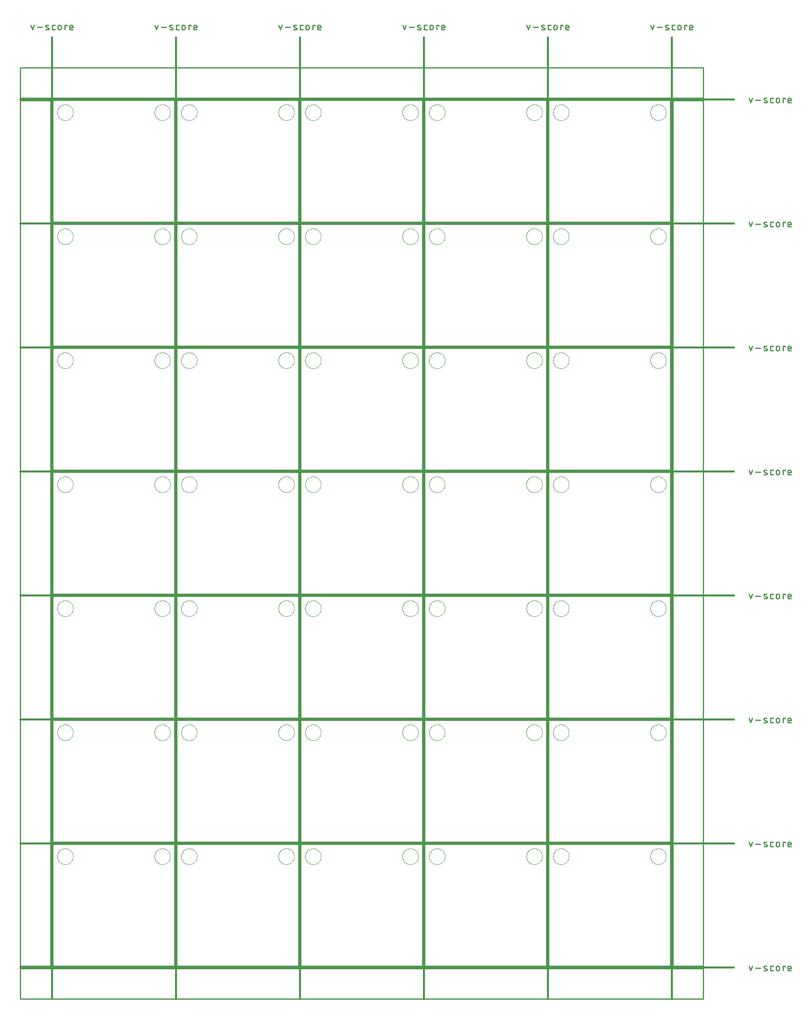
<source format=gko>
G04 EAGLE Gerber RS-274X export*
G75*
%MOMM*%
%FSLAX34Y34*%
%LPD*%
%IN*%
%IPPOS*%
%AMOC8*
5,1,8,0,0,1.08239X$1,22.5*%
G01*
%ADD10C,0.203200*%
%ADD11C,0.381000*%
%ADD12C,0.279400*%
%ADD13C,0.254000*%
%ADD14C,0.000000*%


D10*
X0Y0D02*
X0Y254000D01*
X254000Y254000D01*
X254000Y0D01*
X0Y0D01*
X259080Y0D02*
X259080Y254000D01*
X513080Y254000D01*
X513080Y0D01*
X259080Y0D01*
X518160Y0D02*
X518160Y254000D01*
X772160Y254000D01*
X772160Y0D01*
X518160Y0D01*
X777240Y0D02*
X777240Y254000D01*
X1031240Y254000D01*
X1031240Y0D01*
X777240Y0D01*
X1036320Y0D02*
X1036320Y254000D01*
X1290320Y254000D01*
X1290320Y0D01*
X1036320Y0D01*
X0Y259080D02*
X0Y513080D01*
X254000Y513080D01*
X254000Y259080D01*
X0Y259080D01*
X259080Y259080D02*
X259080Y513080D01*
X513080Y513080D01*
X513080Y259080D01*
X259080Y259080D01*
X518160Y259080D02*
X518160Y513080D01*
X772160Y513080D01*
X772160Y259080D01*
X518160Y259080D01*
X777240Y259080D02*
X777240Y513080D01*
X1031240Y513080D01*
X1031240Y259080D01*
X777240Y259080D01*
X1036320Y259080D02*
X1036320Y513080D01*
X1290320Y513080D01*
X1290320Y259080D01*
X1036320Y259080D01*
X0Y518160D02*
X0Y772160D01*
X254000Y772160D01*
X254000Y518160D01*
X0Y518160D01*
X259080Y518160D02*
X259080Y772160D01*
X513080Y772160D01*
X513080Y518160D01*
X259080Y518160D01*
X518160Y518160D02*
X518160Y772160D01*
X772160Y772160D01*
X772160Y518160D01*
X518160Y518160D01*
X777240Y518160D02*
X777240Y772160D01*
X1031240Y772160D01*
X1031240Y518160D01*
X777240Y518160D01*
X1036320Y518160D02*
X1036320Y772160D01*
X1290320Y772160D01*
X1290320Y518160D01*
X1036320Y518160D01*
X0Y777240D02*
X0Y1031240D01*
X254000Y1031240D01*
X254000Y777240D01*
X0Y777240D01*
X259080Y777240D02*
X259080Y1031240D01*
X513080Y1031240D01*
X513080Y777240D01*
X259080Y777240D01*
X518160Y777240D02*
X518160Y1031240D01*
X772160Y1031240D01*
X772160Y777240D01*
X518160Y777240D01*
X777240Y777240D02*
X777240Y1031240D01*
X1031240Y1031240D01*
X1031240Y777240D01*
X777240Y777240D01*
X1036320Y777240D02*
X1036320Y1031240D01*
X1290320Y1031240D01*
X1290320Y777240D01*
X1036320Y777240D01*
X0Y1036320D02*
X0Y1290320D01*
X254000Y1290320D01*
X254000Y1036320D01*
X0Y1036320D01*
X259080Y1036320D02*
X259080Y1290320D01*
X513080Y1290320D01*
X513080Y1036320D01*
X259080Y1036320D01*
X518160Y1036320D02*
X518160Y1290320D01*
X772160Y1290320D01*
X772160Y1036320D01*
X518160Y1036320D01*
X777240Y1036320D02*
X777240Y1290320D01*
X1031240Y1290320D01*
X1031240Y1036320D01*
X777240Y1036320D01*
X1036320Y1036320D02*
X1036320Y1290320D01*
X1290320Y1290320D01*
X1290320Y1036320D01*
X1036320Y1036320D01*
X0Y1295400D02*
X0Y1549400D01*
X254000Y1549400D01*
X254000Y1295400D01*
X0Y1295400D01*
X259080Y1295400D02*
X259080Y1549400D01*
X513080Y1549400D01*
X513080Y1295400D01*
X259080Y1295400D01*
X518160Y1295400D02*
X518160Y1549400D01*
X772160Y1549400D01*
X772160Y1295400D01*
X518160Y1295400D01*
X777240Y1295400D02*
X777240Y1549400D01*
X1031240Y1549400D01*
X1031240Y1295400D01*
X777240Y1295400D01*
X1036320Y1295400D02*
X1036320Y1549400D01*
X1290320Y1549400D01*
X1290320Y1295400D01*
X1036320Y1295400D01*
X0Y1554480D02*
X0Y1808480D01*
X254000Y1808480D01*
X254000Y1554480D01*
X0Y1554480D01*
X259080Y1554480D02*
X259080Y1808480D01*
X513080Y1808480D01*
X513080Y1554480D01*
X259080Y1554480D01*
X518160Y1554480D02*
X518160Y1808480D01*
X772160Y1808480D01*
X772160Y1554480D01*
X518160Y1554480D01*
X777240Y1554480D02*
X777240Y1808480D01*
X1031240Y1808480D01*
X1031240Y1554480D01*
X777240Y1554480D01*
X1036320Y1554480D02*
X1036320Y1808480D01*
X1290320Y1808480D01*
X1290320Y1554480D01*
X1036320Y1554480D01*
D11*
X-2540Y1940560D02*
X-2540Y-68580D01*
D12*
X-42921Y1955927D02*
X-46251Y1965918D01*
X-39590Y1965918D02*
X-42921Y1955927D01*
X-32806Y1961755D02*
X-22815Y1961755D01*
X-14261Y1961755D02*
X-10098Y1960090D01*
X-14261Y1961754D02*
X-14346Y1961790D01*
X-14429Y1961830D01*
X-14510Y1961873D01*
X-14590Y1961920D01*
X-14667Y1961970D01*
X-14743Y1962023D01*
X-14816Y1962079D01*
X-14886Y1962139D01*
X-14954Y1962201D01*
X-15019Y1962266D01*
X-15081Y1962334D01*
X-15141Y1962405D01*
X-15197Y1962478D01*
X-15250Y1962553D01*
X-15300Y1962631D01*
X-15346Y1962710D01*
X-15389Y1962792D01*
X-15429Y1962875D01*
X-15465Y1962960D01*
X-15497Y1963046D01*
X-15526Y1963134D01*
X-15550Y1963223D01*
X-15571Y1963313D01*
X-15588Y1963403D01*
X-15602Y1963494D01*
X-15611Y1963586D01*
X-15616Y1963678D01*
X-15618Y1963770D01*
X-15616Y1963862D01*
X-15609Y1963954D01*
X-15599Y1964046D01*
X-15585Y1964137D01*
X-15567Y1964228D01*
X-15545Y1964317D01*
X-15519Y1964406D01*
X-15489Y1964493D01*
X-15456Y1964579D01*
X-15419Y1964663D01*
X-15379Y1964746D01*
X-15335Y1964827D01*
X-15288Y1964906D01*
X-15237Y1964983D01*
X-15183Y1965058D01*
X-15126Y1965131D01*
X-15066Y1965201D01*
X-15003Y1965268D01*
X-14937Y1965332D01*
X-14869Y1965394D01*
X-14798Y1965453D01*
X-14724Y1965508D01*
X-14648Y1965561D01*
X-14570Y1965610D01*
X-14490Y1965656D01*
X-14409Y1965698D01*
X-14325Y1965737D01*
X-14240Y1965772D01*
X-14153Y1965803D01*
X-14065Y1965831D01*
X-13976Y1965855D01*
X-13886Y1965875D01*
X-13796Y1965892D01*
X-13704Y1965904D01*
X-13612Y1965913D01*
X-13520Y1965917D01*
X-13428Y1965918D01*
X-13201Y1965912D01*
X-12974Y1965901D01*
X-12747Y1965884D01*
X-12521Y1965861D01*
X-12295Y1965834D01*
X-12070Y1965800D01*
X-11846Y1965762D01*
X-11623Y1965718D01*
X-11401Y1965669D01*
X-11180Y1965614D01*
X-10961Y1965554D01*
X-10743Y1965489D01*
X-10527Y1965418D01*
X-10313Y1965343D01*
X-10100Y1965262D01*
X-9890Y1965176D01*
X-9681Y1965085D01*
X-10098Y1960090D02*
X-10013Y1960054D01*
X-9930Y1960014D01*
X-9849Y1959971D01*
X-9769Y1959924D01*
X-9692Y1959874D01*
X-9616Y1959821D01*
X-9543Y1959765D01*
X-9473Y1959705D01*
X-9405Y1959643D01*
X-9340Y1959578D01*
X-9278Y1959510D01*
X-9218Y1959439D01*
X-9162Y1959366D01*
X-9109Y1959291D01*
X-9059Y1959213D01*
X-9013Y1959134D01*
X-8970Y1959052D01*
X-8930Y1958969D01*
X-8894Y1958884D01*
X-8862Y1958798D01*
X-8833Y1958710D01*
X-8809Y1958621D01*
X-8788Y1958531D01*
X-8771Y1958441D01*
X-8757Y1958350D01*
X-8748Y1958258D01*
X-8743Y1958166D01*
X-8741Y1958074D01*
X-8743Y1957982D01*
X-8750Y1957890D01*
X-8760Y1957798D01*
X-8774Y1957707D01*
X-8792Y1957616D01*
X-8814Y1957527D01*
X-8840Y1957438D01*
X-8870Y1957351D01*
X-8903Y1957265D01*
X-8940Y1957181D01*
X-8980Y1957098D01*
X-9024Y1957017D01*
X-9071Y1956938D01*
X-9122Y1956861D01*
X-9176Y1956786D01*
X-9233Y1956713D01*
X-9293Y1956643D01*
X-9356Y1956576D01*
X-9422Y1956512D01*
X-9490Y1956450D01*
X-9561Y1956391D01*
X-9635Y1956336D01*
X-9711Y1956283D01*
X-9789Y1956234D01*
X-9869Y1956188D01*
X-9950Y1956146D01*
X-10034Y1956107D01*
X-10119Y1956072D01*
X-10206Y1956041D01*
X-10294Y1956013D01*
X-10383Y1955989D01*
X-10473Y1955969D01*
X-10563Y1955952D01*
X-10655Y1955940D01*
X-10747Y1955931D01*
X-10839Y1955927D01*
X-10931Y1955926D01*
X-10931Y1955927D02*
X-11265Y1955936D01*
X-11598Y1955953D01*
X-11931Y1955977D01*
X-12264Y1956010D01*
X-12595Y1956050D01*
X-12926Y1956098D01*
X-13255Y1956154D01*
X-13583Y1956217D01*
X-13909Y1956289D01*
X-14233Y1956368D01*
X-14556Y1956454D01*
X-14876Y1956549D01*
X-15194Y1956651D01*
X-15510Y1956760D01*
X562Y1955927D02*
X3892Y1955927D01*
X562Y1955927D02*
X464Y1955929D01*
X366Y1955935D01*
X268Y1955944D01*
X171Y1955958D01*
X75Y1955975D01*
X-21Y1955996D01*
X-116Y1956021D01*
X-210Y1956049D01*
X-303Y1956081D01*
X-394Y1956117D01*
X-484Y1956156D01*
X-572Y1956199D01*
X-659Y1956246D01*
X-743Y1956295D01*
X-826Y1956348D01*
X-906Y1956404D01*
X-985Y1956463D01*
X-1060Y1956526D01*
X-1134Y1956591D01*
X-1204Y1956659D01*
X-1272Y1956729D01*
X-1338Y1956803D01*
X-1400Y1956879D01*
X-1459Y1956957D01*
X-1515Y1957037D01*
X-1568Y1957120D01*
X-1618Y1957204D01*
X-1664Y1957291D01*
X-1707Y1957379D01*
X-1746Y1957469D01*
X-1782Y1957560D01*
X-1814Y1957653D01*
X-1842Y1957747D01*
X-1867Y1957842D01*
X-1888Y1957938D01*
X-1905Y1958034D01*
X-1919Y1958131D01*
X-1928Y1958229D01*
X-1934Y1958327D01*
X-1936Y1958425D01*
X-1936Y1963420D01*
X-1934Y1963518D01*
X-1928Y1963616D01*
X-1919Y1963714D01*
X-1905Y1963811D01*
X-1888Y1963907D01*
X-1867Y1964003D01*
X-1842Y1964098D01*
X-1814Y1964192D01*
X-1782Y1964285D01*
X-1746Y1964376D01*
X-1707Y1964466D01*
X-1664Y1964554D01*
X-1617Y1964641D01*
X-1568Y1964725D01*
X-1515Y1964808D01*
X-1459Y1964888D01*
X-1400Y1964966D01*
X-1337Y1965042D01*
X-1272Y1965116D01*
X-1204Y1965186D01*
X-1134Y1965254D01*
X-1060Y1965319D01*
X-984Y1965382D01*
X-906Y1965441D01*
X-826Y1965497D01*
X-743Y1965550D01*
X-659Y1965599D01*
X-572Y1965646D01*
X-484Y1965689D01*
X-394Y1965728D01*
X-303Y1965764D01*
X-210Y1965796D01*
X-116Y1965824D01*
X-21Y1965849D01*
X75Y1965870D01*
X171Y1965887D01*
X268Y1965901D01*
X366Y1965910D01*
X464Y1965916D01*
X562Y1965918D01*
X3892Y1965918D01*
X10022Y1962587D02*
X10022Y1959257D01*
X10022Y1962587D02*
X10024Y1962701D01*
X10030Y1962814D01*
X10039Y1962928D01*
X10053Y1963040D01*
X10070Y1963153D01*
X10092Y1963265D01*
X10117Y1963375D01*
X10145Y1963485D01*
X10178Y1963594D01*
X10214Y1963702D01*
X10254Y1963809D01*
X10298Y1963914D01*
X10345Y1964017D01*
X10395Y1964119D01*
X10449Y1964219D01*
X10507Y1964317D01*
X10568Y1964413D01*
X10631Y1964507D01*
X10699Y1964599D01*
X10769Y1964689D01*
X10842Y1964775D01*
X10918Y1964860D01*
X10997Y1964942D01*
X11079Y1965021D01*
X11164Y1965097D01*
X11250Y1965170D01*
X11340Y1965240D01*
X11432Y1965308D01*
X11526Y1965371D01*
X11622Y1965432D01*
X11720Y1965490D01*
X11820Y1965544D01*
X11922Y1965594D01*
X12025Y1965641D01*
X12130Y1965685D01*
X12237Y1965725D01*
X12345Y1965761D01*
X12454Y1965794D01*
X12564Y1965822D01*
X12674Y1965847D01*
X12786Y1965869D01*
X12899Y1965886D01*
X13011Y1965900D01*
X13125Y1965909D01*
X13238Y1965915D01*
X13352Y1965917D01*
X13466Y1965915D01*
X13579Y1965909D01*
X13693Y1965900D01*
X13805Y1965886D01*
X13918Y1965869D01*
X14030Y1965847D01*
X14140Y1965822D01*
X14250Y1965794D01*
X14359Y1965761D01*
X14467Y1965725D01*
X14574Y1965685D01*
X14679Y1965641D01*
X14782Y1965594D01*
X14884Y1965544D01*
X14984Y1965490D01*
X15082Y1965432D01*
X15178Y1965371D01*
X15272Y1965308D01*
X15364Y1965240D01*
X15454Y1965170D01*
X15540Y1965097D01*
X15625Y1965021D01*
X15707Y1964942D01*
X15786Y1964860D01*
X15862Y1964775D01*
X15935Y1964689D01*
X16005Y1964599D01*
X16073Y1964507D01*
X16136Y1964413D01*
X16197Y1964317D01*
X16255Y1964219D01*
X16309Y1964119D01*
X16359Y1964017D01*
X16406Y1963914D01*
X16450Y1963809D01*
X16490Y1963702D01*
X16526Y1963594D01*
X16559Y1963485D01*
X16587Y1963375D01*
X16612Y1963265D01*
X16634Y1963153D01*
X16651Y1963040D01*
X16665Y1962928D01*
X16674Y1962814D01*
X16680Y1962701D01*
X16682Y1962587D01*
X16682Y1959257D01*
X16680Y1959143D01*
X16674Y1959030D01*
X16665Y1958916D01*
X16651Y1958804D01*
X16634Y1958691D01*
X16612Y1958579D01*
X16587Y1958469D01*
X16559Y1958359D01*
X16526Y1958250D01*
X16490Y1958142D01*
X16450Y1958035D01*
X16406Y1957930D01*
X16359Y1957827D01*
X16309Y1957725D01*
X16255Y1957625D01*
X16197Y1957527D01*
X16136Y1957431D01*
X16073Y1957337D01*
X16005Y1957245D01*
X15935Y1957155D01*
X15862Y1957069D01*
X15786Y1956984D01*
X15707Y1956902D01*
X15625Y1956823D01*
X15540Y1956747D01*
X15454Y1956674D01*
X15364Y1956604D01*
X15272Y1956536D01*
X15178Y1956473D01*
X15082Y1956412D01*
X14984Y1956354D01*
X14884Y1956300D01*
X14782Y1956250D01*
X14679Y1956203D01*
X14574Y1956159D01*
X14467Y1956119D01*
X14359Y1956083D01*
X14250Y1956050D01*
X14140Y1956022D01*
X14030Y1955997D01*
X13918Y1955975D01*
X13805Y1955958D01*
X13693Y1955944D01*
X13579Y1955935D01*
X13466Y1955929D01*
X13352Y1955927D01*
X13238Y1955929D01*
X13125Y1955935D01*
X13011Y1955944D01*
X12899Y1955958D01*
X12786Y1955975D01*
X12674Y1955997D01*
X12564Y1956022D01*
X12454Y1956050D01*
X12345Y1956083D01*
X12237Y1956119D01*
X12130Y1956159D01*
X12025Y1956203D01*
X11922Y1956250D01*
X11820Y1956300D01*
X11720Y1956354D01*
X11622Y1956412D01*
X11526Y1956473D01*
X11432Y1956536D01*
X11340Y1956604D01*
X11250Y1956674D01*
X11164Y1956747D01*
X11079Y1956823D01*
X10997Y1956902D01*
X10918Y1956984D01*
X10842Y1957069D01*
X10769Y1957155D01*
X10699Y1957245D01*
X10631Y1957337D01*
X10568Y1957431D01*
X10507Y1957527D01*
X10449Y1957625D01*
X10395Y1957725D01*
X10345Y1957827D01*
X10298Y1957930D01*
X10254Y1958035D01*
X10214Y1958142D01*
X10178Y1958250D01*
X10145Y1958359D01*
X10117Y1958469D01*
X10092Y1958579D01*
X10070Y1958691D01*
X10053Y1958804D01*
X10039Y1958916D01*
X10030Y1959030D01*
X10024Y1959143D01*
X10022Y1959257D01*
X24218Y1955927D02*
X24218Y1965918D01*
X29213Y1965918D01*
X29213Y1964253D01*
X37008Y1955927D02*
X41171Y1955927D01*
X37008Y1955927D02*
X36910Y1955929D01*
X36812Y1955935D01*
X36714Y1955944D01*
X36617Y1955958D01*
X36521Y1955975D01*
X36425Y1955996D01*
X36330Y1956021D01*
X36236Y1956049D01*
X36143Y1956081D01*
X36052Y1956117D01*
X35962Y1956156D01*
X35874Y1956199D01*
X35787Y1956246D01*
X35703Y1956295D01*
X35620Y1956348D01*
X35540Y1956404D01*
X35462Y1956463D01*
X35386Y1956526D01*
X35312Y1956591D01*
X35242Y1956659D01*
X35174Y1956729D01*
X35109Y1956803D01*
X35046Y1956879D01*
X34987Y1956957D01*
X34931Y1957037D01*
X34878Y1957120D01*
X34829Y1957204D01*
X34782Y1957291D01*
X34739Y1957379D01*
X34700Y1957469D01*
X34664Y1957560D01*
X34632Y1957653D01*
X34604Y1957747D01*
X34579Y1957842D01*
X34558Y1957938D01*
X34541Y1958034D01*
X34527Y1958131D01*
X34518Y1958229D01*
X34512Y1958327D01*
X34510Y1958425D01*
X34510Y1962587D01*
X34511Y1962587D02*
X34513Y1962701D01*
X34519Y1962814D01*
X34528Y1962928D01*
X34542Y1963040D01*
X34559Y1963153D01*
X34581Y1963265D01*
X34606Y1963375D01*
X34634Y1963485D01*
X34667Y1963594D01*
X34703Y1963702D01*
X34743Y1963809D01*
X34787Y1963914D01*
X34834Y1964017D01*
X34884Y1964119D01*
X34938Y1964219D01*
X34996Y1964317D01*
X35057Y1964413D01*
X35120Y1964507D01*
X35188Y1964599D01*
X35258Y1964689D01*
X35331Y1964775D01*
X35407Y1964860D01*
X35486Y1964942D01*
X35568Y1965021D01*
X35653Y1965097D01*
X35739Y1965170D01*
X35829Y1965240D01*
X35921Y1965308D01*
X36015Y1965371D01*
X36111Y1965432D01*
X36209Y1965490D01*
X36309Y1965544D01*
X36411Y1965594D01*
X36514Y1965641D01*
X36619Y1965685D01*
X36726Y1965725D01*
X36834Y1965761D01*
X36943Y1965794D01*
X37053Y1965822D01*
X37163Y1965847D01*
X37275Y1965869D01*
X37388Y1965886D01*
X37500Y1965900D01*
X37614Y1965909D01*
X37727Y1965915D01*
X37841Y1965917D01*
X37955Y1965915D01*
X38068Y1965909D01*
X38182Y1965900D01*
X38294Y1965886D01*
X38407Y1965869D01*
X38519Y1965847D01*
X38629Y1965822D01*
X38739Y1965794D01*
X38848Y1965761D01*
X38956Y1965725D01*
X39063Y1965685D01*
X39168Y1965641D01*
X39271Y1965594D01*
X39373Y1965544D01*
X39473Y1965490D01*
X39571Y1965432D01*
X39667Y1965371D01*
X39761Y1965308D01*
X39853Y1965240D01*
X39943Y1965170D01*
X40029Y1965097D01*
X40114Y1965021D01*
X40196Y1964942D01*
X40275Y1964860D01*
X40351Y1964775D01*
X40424Y1964689D01*
X40494Y1964599D01*
X40562Y1964507D01*
X40625Y1964413D01*
X40686Y1964317D01*
X40744Y1964219D01*
X40798Y1964119D01*
X40848Y1964017D01*
X40895Y1963914D01*
X40939Y1963809D01*
X40979Y1963702D01*
X41015Y1963594D01*
X41048Y1963485D01*
X41076Y1963375D01*
X41101Y1963265D01*
X41123Y1963153D01*
X41140Y1963040D01*
X41154Y1962928D01*
X41163Y1962814D01*
X41169Y1962701D01*
X41171Y1962587D01*
X41171Y1960922D01*
X34510Y1960922D01*
D11*
X256540Y1940560D02*
X256540Y-68580D01*
D12*
X216159Y1955927D02*
X212829Y1965918D01*
X219490Y1965918D02*
X216159Y1955927D01*
X226274Y1961755D02*
X236265Y1961755D01*
X244819Y1961755D02*
X248982Y1960090D01*
X244819Y1961754D02*
X244734Y1961790D01*
X244651Y1961830D01*
X244570Y1961873D01*
X244490Y1961920D01*
X244413Y1961970D01*
X244337Y1962023D01*
X244264Y1962079D01*
X244194Y1962139D01*
X244126Y1962201D01*
X244061Y1962266D01*
X243999Y1962334D01*
X243939Y1962405D01*
X243883Y1962478D01*
X243830Y1962553D01*
X243780Y1962631D01*
X243734Y1962710D01*
X243691Y1962792D01*
X243651Y1962875D01*
X243615Y1962960D01*
X243583Y1963046D01*
X243554Y1963134D01*
X243530Y1963223D01*
X243509Y1963313D01*
X243492Y1963403D01*
X243478Y1963494D01*
X243469Y1963586D01*
X243464Y1963678D01*
X243462Y1963770D01*
X243464Y1963862D01*
X243471Y1963954D01*
X243481Y1964046D01*
X243495Y1964137D01*
X243513Y1964228D01*
X243535Y1964317D01*
X243561Y1964406D01*
X243591Y1964493D01*
X243624Y1964579D01*
X243661Y1964663D01*
X243701Y1964746D01*
X243745Y1964827D01*
X243792Y1964906D01*
X243843Y1964983D01*
X243897Y1965058D01*
X243954Y1965131D01*
X244014Y1965201D01*
X244077Y1965268D01*
X244143Y1965332D01*
X244211Y1965394D01*
X244282Y1965453D01*
X244356Y1965508D01*
X244432Y1965561D01*
X244510Y1965610D01*
X244590Y1965656D01*
X244671Y1965698D01*
X244755Y1965737D01*
X244840Y1965772D01*
X244927Y1965803D01*
X245015Y1965831D01*
X245104Y1965855D01*
X245194Y1965875D01*
X245284Y1965892D01*
X245376Y1965904D01*
X245468Y1965913D01*
X245560Y1965917D01*
X245652Y1965918D01*
X245879Y1965912D01*
X246106Y1965901D01*
X246333Y1965884D01*
X246559Y1965861D01*
X246785Y1965834D01*
X247010Y1965800D01*
X247234Y1965762D01*
X247457Y1965718D01*
X247679Y1965669D01*
X247900Y1965614D01*
X248119Y1965554D01*
X248337Y1965489D01*
X248553Y1965418D01*
X248767Y1965343D01*
X248980Y1965262D01*
X249190Y1965176D01*
X249399Y1965085D01*
X248982Y1960090D02*
X249067Y1960054D01*
X249150Y1960014D01*
X249231Y1959971D01*
X249311Y1959924D01*
X249388Y1959874D01*
X249464Y1959821D01*
X249537Y1959765D01*
X249607Y1959705D01*
X249675Y1959643D01*
X249740Y1959578D01*
X249802Y1959510D01*
X249862Y1959439D01*
X249918Y1959366D01*
X249971Y1959291D01*
X250021Y1959213D01*
X250067Y1959134D01*
X250110Y1959052D01*
X250150Y1958969D01*
X250186Y1958884D01*
X250218Y1958798D01*
X250247Y1958710D01*
X250271Y1958621D01*
X250292Y1958531D01*
X250309Y1958441D01*
X250323Y1958350D01*
X250332Y1958258D01*
X250337Y1958166D01*
X250339Y1958074D01*
X250337Y1957982D01*
X250330Y1957890D01*
X250320Y1957798D01*
X250306Y1957707D01*
X250288Y1957616D01*
X250266Y1957527D01*
X250240Y1957438D01*
X250210Y1957351D01*
X250177Y1957265D01*
X250140Y1957181D01*
X250100Y1957098D01*
X250056Y1957017D01*
X250009Y1956938D01*
X249958Y1956861D01*
X249904Y1956786D01*
X249847Y1956713D01*
X249787Y1956643D01*
X249724Y1956576D01*
X249658Y1956512D01*
X249590Y1956450D01*
X249519Y1956391D01*
X249445Y1956336D01*
X249369Y1956283D01*
X249291Y1956234D01*
X249211Y1956188D01*
X249130Y1956146D01*
X249046Y1956107D01*
X248961Y1956072D01*
X248874Y1956041D01*
X248786Y1956013D01*
X248697Y1955989D01*
X248607Y1955969D01*
X248517Y1955952D01*
X248425Y1955940D01*
X248333Y1955931D01*
X248241Y1955927D01*
X248149Y1955926D01*
X248149Y1955927D02*
X247815Y1955936D01*
X247482Y1955953D01*
X247149Y1955977D01*
X246816Y1956010D01*
X246485Y1956050D01*
X246154Y1956098D01*
X245825Y1956154D01*
X245497Y1956217D01*
X245171Y1956289D01*
X244847Y1956368D01*
X244524Y1956454D01*
X244204Y1956549D01*
X243886Y1956651D01*
X243570Y1956760D01*
X259642Y1955927D02*
X262972Y1955927D01*
X259642Y1955927D02*
X259544Y1955929D01*
X259446Y1955935D01*
X259348Y1955944D01*
X259251Y1955958D01*
X259155Y1955975D01*
X259059Y1955996D01*
X258964Y1956021D01*
X258870Y1956049D01*
X258777Y1956081D01*
X258686Y1956117D01*
X258596Y1956156D01*
X258508Y1956199D01*
X258421Y1956246D01*
X258337Y1956295D01*
X258254Y1956348D01*
X258174Y1956404D01*
X258096Y1956463D01*
X258020Y1956526D01*
X257946Y1956591D01*
X257876Y1956659D01*
X257808Y1956729D01*
X257743Y1956803D01*
X257680Y1956879D01*
X257621Y1956957D01*
X257565Y1957037D01*
X257512Y1957120D01*
X257463Y1957204D01*
X257416Y1957291D01*
X257373Y1957379D01*
X257334Y1957469D01*
X257298Y1957560D01*
X257266Y1957653D01*
X257238Y1957747D01*
X257213Y1957842D01*
X257192Y1957938D01*
X257175Y1958034D01*
X257161Y1958131D01*
X257152Y1958229D01*
X257146Y1958327D01*
X257144Y1958425D01*
X257144Y1963420D01*
X257146Y1963518D01*
X257152Y1963616D01*
X257161Y1963714D01*
X257175Y1963811D01*
X257192Y1963907D01*
X257213Y1964003D01*
X257238Y1964098D01*
X257266Y1964192D01*
X257298Y1964285D01*
X257334Y1964376D01*
X257373Y1964466D01*
X257416Y1964554D01*
X257463Y1964641D01*
X257512Y1964725D01*
X257565Y1964808D01*
X257621Y1964888D01*
X257680Y1964967D01*
X257743Y1965042D01*
X257808Y1965116D01*
X257876Y1965186D01*
X257946Y1965254D01*
X258020Y1965320D01*
X258096Y1965382D01*
X258174Y1965441D01*
X258254Y1965497D01*
X258337Y1965550D01*
X258421Y1965600D01*
X258508Y1965646D01*
X258596Y1965689D01*
X258686Y1965728D01*
X258777Y1965764D01*
X258870Y1965796D01*
X258964Y1965824D01*
X259059Y1965849D01*
X259155Y1965870D01*
X259251Y1965887D01*
X259348Y1965901D01*
X259446Y1965910D01*
X259544Y1965916D01*
X259642Y1965918D01*
X262972Y1965918D01*
X269102Y1962587D02*
X269102Y1959257D01*
X269102Y1962587D02*
X269104Y1962701D01*
X269110Y1962814D01*
X269119Y1962928D01*
X269133Y1963040D01*
X269150Y1963153D01*
X269172Y1963265D01*
X269197Y1963375D01*
X269225Y1963485D01*
X269258Y1963594D01*
X269294Y1963702D01*
X269334Y1963809D01*
X269378Y1963914D01*
X269425Y1964017D01*
X269475Y1964119D01*
X269529Y1964219D01*
X269587Y1964317D01*
X269648Y1964413D01*
X269711Y1964507D01*
X269779Y1964599D01*
X269849Y1964689D01*
X269922Y1964775D01*
X269998Y1964860D01*
X270077Y1964942D01*
X270159Y1965021D01*
X270244Y1965097D01*
X270330Y1965170D01*
X270420Y1965240D01*
X270512Y1965308D01*
X270606Y1965371D01*
X270702Y1965432D01*
X270800Y1965490D01*
X270900Y1965544D01*
X271002Y1965594D01*
X271105Y1965641D01*
X271210Y1965685D01*
X271317Y1965725D01*
X271425Y1965761D01*
X271534Y1965794D01*
X271644Y1965822D01*
X271754Y1965847D01*
X271866Y1965869D01*
X271979Y1965886D01*
X272091Y1965900D01*
X272205Y1965909D01*
X272318Y1965915D01*
X272432Y1965917D01*
X272546Y1965915D01*
X272659Y1965909D01*
X272773Y1965900D01*
X272885Y1965886D01*
X272998Y1965869D01*
X273110Y1965847D01*
X273220Y1965822D01*
X273330Y1965794D01*
X273439Y1965761D01*
X273547Y1965725D01*
X273654Y1965685D01*
X273759Y1965641D01*
X273862Y1965594D01*
X273964Y1965544D01*
X274064Y1965490D01*
X274162Y1965432D01*
X274258Y1965371D01*
X274352Y1965308D01*
X274444Y1965240D01*
X274534Y1965170D01*
X274620Y1965097D01*
X274705Y1965021D01*
X274787Y1964942D01*
X274866Y1964860D01*
X274942Y1964775D01*
X275015Y1964689D01*
X275085Y1964599D01*
X275153Y1964507D01*
X275216Y1964413D01*
X275277Y1964317D01*
X275335Y1964219D01*
X275389Y1964119D01*
X275439Y1964017D01*
X275486Y1963914D01*
X275530Y1963809D01*
X275570Y1963702D01*
X275606Y1963594D01*
X275639Y1963485D01*
X275667Y1963375D01*
X275692Y1963265D01*
X275714Y1963153D01*
X275731Y1963040D01*
X275745Y1962928D01*
X275754Y1962814D01*
X275760Y1962701D01*
X275762Y1962587D01*
X275762Y1959257D01*
X275760Y1959143D01*
X275754Y1959030D01*
X275745Y1958916D01*
X275731Y1958804D01*
X275714Y1958691D01*
X275692Y1958579D01*
X275667Y1958469D01*
X275639Y1958359D01*
X275606Y1958250D01*
X275570Y1958142D01*
X275530Y1958035D01*
X275486Y1957930D01*
X275439Y1957827D01*
X275389Y1957725D01*
X275335Y1957625D01*
X275277Y1957527D01*
X275216Y1957431D01*
X275153Y1957337D01*
X275085Y1957245D01*
X275015Y1957155D01*
X274942Y1957069D01*
X274866Y1956984D01*
X274787Y1956902D01*
X274705Y1956823D01*
X274620Y1956747D01*
X274534Y1956674D01*
X274444Y1956604D01*
X274352Y1956536D01*
X274258Y1956473D01*
X274162Y1956412D01*
X274064Y1956354D01*
X273964Y1956300D01*
X273862Y1956250D01*
X273759Y1956203D01*
X273654Y1956159D01*
X273547Y1956119D01*
X273439Y1956083D01*
X273330Y1956050D01*
X273220Y1956022D01*
X273110Y1955997D01*
X272998Y1955975D01*
X272885Y1955958D01*
X272773Y1955944D01*
X272659Y1955935D01*
X272546Y1955929D01*
X272432Y1955927D01*
X272318Y1955929D01*
X272205Y1955935D01*
X272091Y1955944D01*
X271979Y1955958D01*
X271866Y1955975D01*
X271754Y1955997D01*
X271644Y1956022D01*
X271534Y1956050D01*
X271425Y1956083D01*
X271317Y1956119D01*
X271210Y1956159D01*
X271105Y1956203D01*
X271002Y1956250D01*
X270900Y1956300D01*
X270800Y1956354D01*
X270702Y1956412D01*
X270606Y1956473D01*
X270512Y1956536D01*
X270420Y1956604D01*
X270330Y1956674D01*
X270244Y1956747D01*
X270159Y1956823D01*
X270077Y1956902D01*
X269998Y1956984D01*
X269922Y1957069D01*
X269849Y1957155D01*
X269779Y1957245D01*
X269711Y1957337D01*
X269648Y1957431D01*
X269587Y1957527D01*
X269529Y1957625D01*
X269475Y1957725D01*
X269425Y1957827D01*
X269378Y1957930D01*
X269334Y1958035D01*
X269294Y1958142D01*
X269258Y1958250D01*
X269225Y1958359D01*
X269197Y1958469D01*
X269172Y1958579D01*
X269150Y1958691D01*
X269133Y1958804D01*
X269119Y1958916D01*
X269110Y1959030D01*
X269104Y1959143D01*
X269102Y1959257D01*
X283298Y1955927D02*
X283298Y1965918D01*
X288293Y1965918D01*
X288293Y1964253D01*
X296088Y1955927D02*
X300251Y1955927D01*
X296088Y1955927D02*
X295990Y1955929D01*
X295892Y1955935D01*
X295794Y1955944D01*
X295697Y1955958D01*
X295601Y1955975D01*
X295505Y1955996D01*
X295410Y1956021D01*
X295316Y1956049D01*
X295223Y1956081D01*
X295132Y1956117D01*
X295042Y1956156D01*
X294954Y1956199D01*
X294867Y1956246D01*
X294783Y1956295D01*
X294700Y1956348D01*
X294620Y1956404D01*
X294542Y1956463D01*
X294466Y1956526D01*
X294392Y1956591D01*
X294322Y1956659D01*
X294254Y1956729D01*
X294189Y1956803D01*
X294126Y1956879D01*
X294067Y1956957D01*
X294011Y1957037D01*
X293958Y1957120D01*
X293909Y1957204D01*
X293862Y1957291D01*
X293819Y1957379D01*
X293780Y1957469D01*
X293744Y1957560D01*
X293712Y1957653D01*
X293684Y1957747D01*
X293659Y1957842D01*
X293638Y1957938D01*
X293621Y1958034D01*
X293607Y1958131D01*
X293598Y1958229D01*
X293592Y1958327D01*
X293590Y1958425D01*
X293590Y1962587D01*
X293591Y1962587D02*
X293593Y1962701D01*
X293599Y1962814D01*
X293608Y1962928D01*
X293622Y1963040D01*
X293639Y1963153D01*
X293661Y1963265D01*
X293686Y1963375D01*
X293714Y1963485D01*
X293747Y1963594D01*
X293783Y1963702D01*
X293823Y1963809D01*
X293867Y1963914D01*
X293914Y1964017D01*
X293964Y1964119D01*
X294018Y1964219D01*
X294076Y1964317D01*
X294137Y1964413D01*
X294200Y1964507D01*
X294268Y1964599D01*
X294338Y1964689D01*
X294411Y1964775D01*
X294487Y1964860D01*
X294566Y1964942D01*
X294648Y1965021D01*
X294733Y1965097D01*
X294819Y1965170D01*
X294909Y1965240D01*
X295001Y1965308D01*
X295095Y1965371D01*
X295191Y1965432D01*
X295289Y1965490D01*
X295389Y1965544D01*
X295491Y1965594D01*
X295594Y1965641D01*
X295699Y1965685D01*
X295806Y1965725D01*
X295914Y1965761D01*
X296023Y1965794D01*
X296133Y1965822D01*
X296243Y1965847D01*
X296355Y1965869D01*
X296468Y1965886D01*
X296580Y1965900D01*
X296694Y1965909D01*
X296807Y1965915D01*
X296921Y1965917D01*
X297035Y1965915D01*
X297148Y1965909D01*
X297262Y1965900D01*
X297374Y1965886D01*
X297487Y1965869D01*
X297599Y1965847D01*
X297709Y1965822D01*
X297819Y1965794D01*
X297928Y1965761D01*
X298036Y1965725D01*
X298143Y1965685D01*
X298248Y1965641D01*
X298351Y1965594D01*
X298453Y1965544D01*
X298553Y1965490D01*
X298651Y1965432D01*
X298747Y1965371D01*
X298841Y1965308D01*
X298933Y1965240D01*
X299023Y1965170D01*
X299109Y1965097D01*
X299194Y1965021D01*
X299276Y1964942D01*
X299355Y1964860D01*
X299431Y1964775D01*
X299504Y1964689D01*
X299574Y1964599D01*
X299642Y1964507D01*
X299705Y1964413D01*
X299766Y1964317D01*
X299824Y1964219D01*
X299878Y1964119D01*
X299928Y1964017D01*
X299975Y1963914D01*
X300019Y1963809D01*
X300059Y1963702D01*
X300095Y1963594D01*
X300128Y1963485D01*
X300156Y1963375D01*
X300181Y1963265D01*
X300203Y1963153D01*
X300220Y1963040D01*
X300234Y1962928D01*
X300243Y1962814D01*
X300249Y1962701D01*
X300251Y1962587D01*
X300251Y1960922D01*
X293590Y1960922D01*
D11*
X515620Y1940560D02*
X515620Y-68580D01*
D12*
X475239Y1955927D02*
X471909Y1965918D01*
X478570Y1965918D02*
X475239Y1955927D01*
X485354Y1961755D02*
X495345Y1961755D01*
X503899Y1961755D02*
X508062Y1960090D01*
X503899Y1961754D02*
X503814Y1961790D01*
X503731Y1961830D01*
X503650Y1961873D01*
X503570Y1961920D01*
X503493Y1961970D01*
X503417Y1962023D01*
X503344Y1962079D01*
X503274Y1962139D01*
X503206Y1962201D01*
X503141Y1962266D01*
X503079Y1962334D01*
X503019Y1962405D01*
X502963Y1962478D01*
X502910Y1962553D01*
X502860Y1962631D01*
X502814Y1962710D01*
X502771Y1962792D01*
X502731Y1962875D01*
X502695Y1962960D01*
X502663Y1963046D01*
X502634Y1963134D01*
X502610Y1963223D01*
X502589Y1963313D01*
X502572Y1963403D01*
X502558Y1963494D01*
X502549Y1963586D01*
X502544Y1963678D01*
X502542Y1963770D01*
X502544Y1963862D01*
X502551Y1963954D01*
X502561Y1964046D01*
X502575Y1964137D01*
X502593Y1964228D01*
X502615Y1964317D01*
X502641Y1964406D01*
X502671Y1964493D01*
X502704Y1964579D01*
X502741Y1964663D01*
X502781Y1964746D01*
X502825Y1964827D01*
X502872Y1964906D01*
X502923Y1964983D01*
X502977Y1965058D01*
X503034Y1965131D01*
X503094Y1965201D01*
X503157Y1965268D01*
X503223Y1965332D01*
X503291Y1965394D01*
X503362Y1965453D01*
X503436Y1965508D01*
X503512Y1965561D01*
X503590Y1965610D01*
X503670Y1965656D01*
X503751Y1965698D01*
X503835Y1965737D01*
X503920Y1965772D01*
X504007Y1965803D01*
X504095Y1965831D01*
X504184Y1965855D01*
X504274Y1965875D01*
X504364Y1965892D01*
X504456Y1965904D01*
X504548Y1965913D01*
X504640Y1965917D01*
X504732Y1965918D01*
X504959Y1965912D01*
X505186Y1965901D01*
X505413Y1965884D01*
X505639Y1965861D01*
X505865Y1965834D01*
X506090Y1965800D01*
X506314Y1965762D01*
X506537Y1965718D01*
X506759Y1965669D01*
X506980Y1965614D01*
X507199Y1965554D01*
X507417Y1965489D01*
X507633Y1965418D01*
X507847Y1965343D01*
X508060Y1965262D01*
X508270Y1965176D01*
X508479Y1965085D01*
X508062Y1960090D02*
X508147Y1960054D01*
X508230Y1960014D01*
X508311Y1959971D01*
X508391Y1959924D01*
X508468Y1959874D01*
X508544Y1959821D01*
X508617Y1959765D01*
X508687Y1959705D01*
X508755Y1959643D01*
X508820Y1959578D01*
X508882Y1959510D01*
X508942Y1959439D01*
X508998Y1959366D01*
X509051Y1959291D01*
X509101Y1959213D01*
X509147Y1959134D01*
X509190Y1959052D01*
X509230Y1958969D01*
X509266Y1958884D01*
X509298Y1958798D01*
X509327Y1958710D01*
X509351Y1958621D01*
X509372Y1958531D01*
X509389Y1958441D01*
X509403Y1958350D01*
X509412Y1958258D01*
X509417Y1958166D01*
X509419Y1958074D01*
X509417Y1957982D01*
X509410Y1957890D01*
X509400Y1957798D01*
X509386Y1957707D01*
X509368Y1957616D01*
X509346Y1957527D01*
X509320Y1957438D01*
X509290Y1957351D01*
X509257Y1957265D01*
X509220Y1957181D01*
X509180Y1957098D01*
X509136Y1957017D01*
X509089Y1956938D01*
X509038Y1956861D01*
X508984Y1956786D01*
X508927Y1956713D01*
X508867Y1956643D01*
X508804Y1956576D01*
X508738Y1956512D01*
X508670Y1956450D01*
X508599Y1956391D01*
X508525Y1956336D01*
X508449Y1956283D01*
X508371Y1956234D01*
X508291Y1956188D01*
X508210Y1956146D01*
X508126Y1956107D01*
X508041Y1956072D01*
X507954Y1956041D01*
X507866Y1956013D01*
X507777Y1955989D01*
X507687Y1955969D01*
X507597Y1955952D01*
X507505Y1955940D01*
X507413Y1955931D01*
X507321Y1955927D01*
X507229Y1955926D01*
X507229Y1955927D02*
X506895Y1955936D01*
X506562Y1955953D01*
X506229Y1955977D01*
X505896Y1956010D01*
X505565Y1956050D01*
X505234Y1956098D01*
X504905Y1956154D01*
X504577Y1956217D01*
X504251Y1956289D01*
X503927Y1956368D01*
X503604Y1956454D01*
X503284Y1956549D01*
X502966Y1956651D01*
X502650Y1956760D01*
X518722Y1955927D02*
X522052Y1955927D01*
X518722Y1955927D02*
X518624Y1955929D01*
X518526Y1955935D01*
X518428Y1955944D01*
X518331Y1955958D01*
X518235Y1955975D01*
X518139Y1955996D01*
X518044Y1956021D01*
X517950Y1956049D01*
X517857Y1956081D01*
X517766Y1956117D01*
X517676Y1956156D01*
X517588Y1956199D01*
X517501Y1956246D01*
X517417Y1956295D01*
X517334Y1956348D01*
X517254Y1956404D01*
X517176Y1956463D01*
X517100Y1956526D01*
X517026Y1956591D01*
X516956Y1956659D01*
X516888Y1956729D01*
X516823Y1956803D01*
X516760Y1956879D01*
X516701Y1956957D01*
X516645Y1957037D01*
X516592Y1957120D01*
X516543Y1957204D01*
X516496Y1957291D01*
X516453Y1957379D01*
X516414Y1957469D01*
X516378Y1957560D01*
X516346Y1957653D01*
X516318Y1957747D01*
X516293Y1957842D01*
X516272Y1957938D01*
X516255Y1958034D01*
X516241Y1958131D01*
X516232Y1958229D01*
X516226Y1958327D01*
X516224Y1958425D01*
X516224Y1963420D01*
X516226Y1963518D01*
X516232Y1963616D01*
X516241Y1963714D01*
X516255Y1963811D01*
X516272Y1963907D01*
X516293Y1964003D01*
X516318Y1964098D01*
X516346Y1964192D01*
X516378Y1964285D01*
X516414Y1964376D01*
X516453Y1964466D01*
X516496Y1964554D01*
X516543Y1964641D01*
X516592Y1964725D01*
X516645Y1964808D01*
X516701Y1964888D01*
X516760Y1964967D01*
X516823Y1965042D01*
X516888Y1965116D01*
X516956Y1965186D01*
X517026Y1965254D01*
X517100Y1965320D01*
X517176Y1965382D01*
X517254Y1965441D01*
X517334Y1965497D01*
X517417Y1965550D01*
X517501Y1965600D01*
X517588Y1965646D01*
X517676Y1965689D01*
X517766Y1965728D01*
X517857Y1965764D01*
X517950Y1965796D01*
X518044Y1965824D01*
X518139Y1965849D01*
X518235Y1965870D01*
X518331Y1965887D01*
X518428Y1965901D01*
X518526Y1965910D01*
X518624Y1965916D01*
X518722Y1965918D01*
X522052Y1965918D01*
X528182Y1962587D02*
X528182Y1959257D01*
X528182Y1962587D02*
X528184Y1962701D01*
X528190Y1962814D01*
X528199Y1962928D01*
X528213Y1963040D01*
X528230Y1963153D01*
X528252Y1963265D01*
X528277Y1963375D01*
X528305Y1963485D01*
X528338Y1963594D01*
X528374Y1963702D01*
X528414Y1963809D01*
X528458Y1963914D01*
X528505Y1964017D01*
X528555Y1964119D01*
X528609Y1964219D01*
X528667Y1964317D01*
X528728Y1964413D01*
X528791Y1964507D01*
X528859Y1964599D01*
X528929Y1964689D01*
X529002Y1964775D01*
X529078Y1964860D01*
X529157Y1964942D01*
X529239Y1965021D01*
X529324Y1965097D01*
X529410Y1965170D01*
X529500Y1965240D01*
X529592Y1965308D01*
X529686Y1965371D01*
X529782Y1965432D01*
X529880Y1965490D01*
X529980Y1965544D01*
X530082Y1965594D01*
X530185Y1965641D01*
X530290Y1965685D01*
X530397Y1965725D01*
X530505Y1965761D01*
X530614Y1965794D01*
X530724Y1965822D01*
X530834Y1965847D01*
X530946Y1965869D01*
X531059Y1965886D01*
X531171Y1965900D01*
X531285Y1965909D01*
X531398Y1965915D01*
X531512Y1965917D01*
X531626Y1965915D01*
X531739Y1965909D01*
X531853Y1965900D01*
X531965Y1965886D01*
X532078Y1965869D01*
X532190Y1965847D01*
X532300Y1965822D01*
X532410Y1965794D01*
X532519Y1965761D01*
X532627Y1965725D01*
X532734Y1965685D01*
X532839Y1965641D01*
X532942Y1965594D01*
X533044Y1965544D01*
X533144Y1965490D01*
X533242Y1965432D01*
X533338Y1965371D01*
X533432Y1965308D01*
X533524Y1965240D01*
X533614Y1965170D01*
X533700Y1965097D01*
X533785Y1965021D01*
X533867Y1964942D01*
X533946Y1964860D01*
X534022Y1964775D01*
X534095Y1964689D01*
X534165Y1964599D01*
X534233Y1964507D01*
X534296Y1964413D01*
X534357Y1964317D01*
X534415Y1964219D01*
X534469Y1964119D01*
X534519Y1964017D01*
X534566Y1963914D01*
X534610Y1963809D01*
X534650Y1963702D01*
X534686Y1963594D01*
X534719Y1963485D01*
X534747Y1963375D01*
X534772Y1963265D01*
X534794Y1963153D01*
X534811Y1963040D01*
X534825Y1962928D01*
X534834Y1962814D01*
X534840Y1962701D01*
X534842Y1962587D01*
X534842Y1959257D01*
X534840Y1959143D01*
X534834Y1959030D01*
X534825Y1958916D01*
X534811Y1958804D01*
X534794Y1958691D01*
X534772Y1958579D01*
X534747Y1958469D01*
X534719Y1958359D01*
X534686Y1958250D01*
X534650Y1958142D01*
X534610Y1958035D01*
X534566Y1957930D01*
X534519Y1957827D01*
X534469Y1957725D01*
X534415Y1957625D01*
X534357Y1957527D01*
X534296Y1957431D01*
X534233Y1957337D01*
X534165Y1957245D01*
X534095Y1957155D01*
X534022Y1957069D01*
X533946Y1956984D01*
X533867Y1956902D01*
X533785Y1956823D01*
X533700Y1956747D01*
X533614Y1956674D01*
X533524Y1956604D01*
X533432Y1956536D01*
X533338Y1956473D01*
X533242Y1956412D01*
X533144Y1956354D01*
X533044Y1956300D01*
X532942Y1956250D01*
X532839Y1956203D01*
X532734Y1956159D01*
X532627Y1956119D01*
X532519Y1956083D01*
X532410Y1956050D01*
X532300Y1956022D01*
X532190Y1955997D01*
X532078Y1955975D01*
X531965Y1955958D01*
X531853Y1955944D01*
X531739Y1955935D01*
X531626Y1955929D01*
X531512Y1955927D01*
X531398Y1955929D01*
X531285Y1955935D01*
X531171Y1955944D01*
X531059Y1955958D01*
X530946Y1955975D01*
X530834Y1955997D01*
X530724Y1956022D01*
X530614Y1956050D01*
X530505Y1956083D01*
X530397Y1956119D01*
X530290Y1956159D01*
X530185Y1956203D01*
X530082Y1956250D01*
X529980Y1956300D01*
X529880Y1956354D01*
X529782Y1956412D01*
X529686Y1956473D01*
X529592Y1956536D01*
X529500Y1956604D01*
X529410Y1956674D01*
X529324Y1956747D01*
X529239Y1956823D01*
X529157Y1956902D01*
X529078Y1956984D01*
X529002Y1957069D01*
X528929Y1957155D01*
X528859Y1957245D01*
X528791Y1957337D01*
X528728Y1957431D01*
X528667Y1957527D01*
X528609Y1957625D01*
X528555Y1957725D01*
X528505Y1957827D01*
X528458Y1957930D01*
X528414Y1958035D01*
X528374Y1958142D01*
X528338Y1958250D01*
X528305Y1958359D01*
X528277Y1958469D01*
X528252Y1958579D01*
X528230Y1958691D01*
X528213Y1958804D01*
X528199Y1958916D01*
X528190Y1959030D01*
X528184Y1959143D01*
X528182Y1959257D01*
X542378Y1955927D02*
X542378Y1965918D01*
X547373Y1965918D01*
X547373Y1964253D01*
X555168Y1955927D02*
X559331Y1955927D01*
X555168Y1955927D02*
X555070Y1955929D01*
X554972Y1955935D01*
X554874Y1955944D01*
X554777Y1955958D01*
X554681Y1955975D01*
X554585Y1955996D01*
X554490Y1956021D01*
X554396Y1956049D01*
X554303Y1956081D01*
X554212Y1956117D01*
X554122Y1956156D01*
X554034Y1956199D01*
X553947Y1956246D01*
X553863Y1956295D01*
X553780Y1956348D01*
X553700Y1956404D01*
X553622Y1956463D01*
X553546Y1956526D01*
X553472Y1956591D01*
X553402Y1956659D01*
X553334Y1956729D01*
X553269Y1956803D01*
X553206Y1956879D01*
X553147Y1956957D01*
X553091Y1957037D01*
X553038Y1957120D01*
X552989Y1957204D01*
X552942Y1957291D01*
X552899Y1957379D01*
X552860Y1957469D01*
X552824Y1957560D01*
X552792Y1957653D01*
X552764Y1957747D01*
X552739Y1957842D01*
X552718Y1957938D01*
X552701Y1958034D01*
X552687Y1958131D01*
X552678Y1958229D01*
X552672Y1958327D01*
X552670Y1958425D01*
X552670Y1962587D01*
X552671Y1962587D02*
X552673Y1962701D01*
X552679Y1962814D01*
X552688Y1962928D01*
X552702Y1963040D01*
X552719Y1963153D01*
X552741Y1963265D01*
X552766Y1963375D01*
X552794Y1963485D01*
X552827Y1963594D01*
X552863Y1963702D01*
X552903Y1963809D01*
X552947Y1963914D01*
X552994Y1964017D01*
X553044Y1964119D01*
X553098Y1964219D01*
X553156Y1964317D01*
X553217Y1964413D01*
X553280Y1964507D01*
X553348Y1964599D01*
X553418Y1964689D01*
X553491Y1964775D01*
X553567Y1964860D01*
X553646Y1964942D01*
X553728Y1965021D01*
X553813Y1965097D01*
X553899Y1965170D01*
X553989Y1965240D01*
X554081Y1965308D01*
X554175Y1965371D01*
X554271Y1965432D01*
X554369Y1965490D01*
X554469Y1965544D01*
X554571Y1965594D01*
X554674Y1965641D01*
X554779Y1965685D01*
X554886Y1965725D01*
X554994Y1965761D01*
X555103Y1965794D01*
X555213Y1965822D01*
X555323Y1965847D01*
X555435Y1965869D01*
X555548Y1965886D01*
X555660Y1965900D01*
X555774Y1965909D01*
X555887Y1965915D01*
X556001Y1965917D01*
X556115Y1965915D01*
X556228Y1965909D01*
X556342Y1965900D01*
X556454Y1965886D01*
X556567Y1965869D01*
X556679Y1965847D01*
X556789Y1965822D01*
X556899Y1965794D01*
X557008Y1965761D01*
X557116Y1965725D01*
X557223Y1965685D01*
X557328Y1965641D01*
X557431Y1965594D01*
X557533Y1965544D01*
X557633Y1965490D01*
X557731Y1965432D01*
X557827Y1965371D01*
X557921Y1965308D01*
X558013Y1965240D01*
X558103Y1965170D01*
X558189Y1965097D01*
X558274Y1965021D01*
X558356Y1964942D01*
X558435Y1964860D01*
X558511Y1964775D01*
X558584Y1964689D01*
X558654Y1964599D01*
X558722Y1964507D01*
X558785Y1964413D01*
X558846Y1964317D01*
X558904Y1964219D01*
X558958Y1964119D01*
X559008Y1964017D01*
X559055Y1963914D01*
X559099Y1963809D01*
X559139Y1963702D01*
X559175Y1963594D01*
X559208Y1963485D01*
X559236Y1963375D01*
X559261Y1963265D01*
X559283Y1963153D01*
X559300Y1963040D01*
X559314Y1962928D01*
X559323Y1962814D01*
X559329Y1962701D01*
X559331Y1962587D01*
X559331Y1960922D01*
X552670Y1960922D01*
D11*
X774700Y1940560D02*
X774700Y-68580D01*
D12*
X734319Y1955927D02*
X730989Y1965918D01*
X737650Y1965918D02*
X734319Y1955927D01*
X744434Y1961755D02*
X754425Y1961755D01*
X762979Y1961755D02*
X767142Y1960090D01*
X762979Y1961754D02*
X762894Y1961790D01*
X762811Y1961830D01*
X762730Y1961873D01*
X762650Y1961920D01*
X762573Y1961970D01*
X762497Y1962023D01*
X762424Y1962079D01*
X762354Y1962139D01*
X762286Y1962201D01*
X762221Y1962266D01*
X762159Y1962334D01*
X762099Y1962405D01*
X762043Y1962478D01*
X761990Y1962553D01*
X761940Y1962631D01*
X761894Y1962710D01*
X761851Y1962792D01*
X761811Y1962875D01*
X761775Y1962960D01*
X761743Y1963046D01*
X761714Y1963134D01*
X761690Y1963223D01*
X761669Y1963313D01*
X761652Y1963403D01*
X761638Y1963494D01*
X761629Y1963586D01*
X761624Y1963678D01*
X761622Y1963770D01*
X761624Y1963862D01*
X761631Y1963954D01*
X761641Y1964046D01*
X761655Y1964137D01*
X761673Y1964228D01*
X761695Y1964317D01*
X761721Y1964406D01*
X761751Y1964493D01*
X761784Y1964579D01*
X761821Y1964663D01*
X761861Y1964746D01*
X761905Y1964827D01*
X761952Y1964906D01*
X762003Y1964983D01*
X762057Y1965058D01*
X762114Y1965131D01*
X762174Y1965201D01*
X762237Y1965268D01*
X762303Y1965332D01*
X762371Y1965394D01*
X762442Y1965453D01*
X762516Y1965508D01*
X762592Y1965561D01*
X762670Y1965610D01*
X762750Y1965656D01*
X762831Y1965698D01*
X762915Y1965737D01*
X763000Y1965772D01*
X763087Y1965803D01*
X763175Y1965831D01*
X763264Y1965855D01*
X763354Y1965875D01*
X763444Y1965892D01*
X763536Y1965904D01*
X763628Y1965913D01*
X763720Y1965917D01*
X763812Y1965918D01*
X764039Y1965912D01*
X764266Y1965901D01*
X764493Y1965884D01*
X764719Y1965861D01*
X764945Y1965834D01*
X765170Y1965800D01*
X765394Y1965762D01*
X765617Y1965718D01*
X765839Y1965669D01*
X766060Y1965614D01*
X766279Y1965554D01*
X766497Y1965489D01*
X766713Y1965418D01*
X766927Y1965343D01*
X767140Y1965262D01*
X767350Y1965176D01*
X767559Y1965085D01*
X767142Y1960090D02*
X767227Y1960054D01*
X767310Y1960014D01*
X767391Y1959971D01*
X767471Y1959924D01*
X767548Y1959874D01*
X767624Y1959821D01*
X767697Y1959765D01*
X767767Y1959705D01*
X767835Y1959643D01*
X767900Y1959578D01*
X767962Y1959510D01*
X768022Y1959439D01*
X768078Y1959366D01*
X768131Y1959291D01*
X768181Y1959213D01*
X768227Y1959134D01*
X768270Y1959052D01*
X768310Y1958969D01*
X768346Y1958884D01*
X768378Y1958798D01*
X768407Y1958710D01*
X768431Y1958621D01*
X768452Y1958531D01*
X768469Y1958441D01*
X768483Y1958350D01*
X768492Y1958258D01*
X768497Y1958166D01*
X768499Y1958074D01*
X768497Y1957982D01*
X768490Y1957890D01*
X768480Y1957798D01*
X768466Y1957707D01*
X768448Y1957616D01*
X768426Y1957527D01*
X768400Y1957438D01*
X768370Y1957351D01*
X768337Y1957265D01*
X768300Y1957181D01*
X768260Y1957098D01*
X768216Y1957017D01*
X768169Y1956938D01*
X768118Y1956861D01*
X768064Y1956786D01*
X768007Y1956713D01*
X767947Y1956643D01*
X767884Y1956576D01*
X767818Y1956512D01*
X767750Y1956450D01*
X767679Y1956391D01*
X767605Y1956336D01*
X767529Y1956283D01*
X767451Y1956234D01*
X767371Y1956188D01*
X767290Y1956146D01*
X767206Y1956107D01*
X767121Y1956072D01*
X767034Y1956041D01*
X766946Y1956013D01*
X766857Y1955989D01*
X766767Y1955969D01*
X766677Y1955952D01*
X766585Y1955940D01*
X766493Y1955931D01*
X766401Y1955927D01*
X766309Y1955926D01*
X766309Y1955927D02*
X765975Y1955936D01*
X765642Y1955953D01*
X765309Y1955977D01*
X764976Y1956010D01*
X764645Y1956050D01*
X764314Y1956098D01*
X763985Y1956154D01*
X763657Y1956217D01*
X763331Y1956289D01*
X763007Y1956368D01*
X762684Y1956454D01*
X762364Y1956549D01*
X762046Y1956651D01*
X761730Y1956760D01*
X777802Y1955927D02*
X781132Y1955927D01*
X777802Y1955927D02*
X777704Y1955929D01*
X777606Y1955935D01*
X777508Y1955944D01*
X777411Y1955958D01*
X777315Y1955975D01*
X777219Y1955996D01*
X777124Y1956021D01*
X777030Y1956049D01*
X776937Y1956081D01*
X776846Y1956117D01*
X776756Y1956156D01*
X776668Y1956199D01*
X776581Y1956246D01*
X776497Y1956295D01*
X776414Y1956348D01*
X776334Y1956404D01*
X776256Y1956463D01*
X776180Y1956526D01*
X776106Y1956591D01*
X776036Y1956659D01*
X775968Y1956729D01*
X775903Y1956803D01*
X775840Y1956879D01*
X775781Y1956957D01*
X775725Y1957037D01*
X775672Y1957120D01*
X775623Y1957204D01*
X775576Y1957291D01*
X775533Y1957379D01*
X775494Y1957469D01*
X775458Y1957560D01*
X775426Y1957653D01*
X775398Y1957747D01*
X775373Y1957842D01*
X775352Y1957938D01*
X775335Y1958034D01*
X775321Y1958131D01*
X775312Y1958229D01*
X775306Y1958327D01*
X775304Y1958425D01*
X775304Y1963420D01*
X775306Y1963518D01*
X775312Y1963616D01*
X775321Y1963714D01*
X775335Y1963811D01*
X775352Y1963907D01*
X775373Y1964003D01*
X775398Y1964098D01*
X775426Y1964192D01*
X775458Y1964285D01*
X775494Y1964376D01*
X775533Y1964466D01*
X775576Y1964554D01*
X775623Y1964641D01*
X775672Y1964725D01*
X775725Y1964808D01*
X775781Y1964888D01*
X775840Y1964967D01*
X775903Y1965042D01*
X775968Y1965116D01*
X776036Y1965186D01*
X776106Y1965254D01*
X776180Y1965320D01*
X776256Y1965382D01*
X776334Y1965441D01*
X776414Y1965497D01*
X776497Y1965550D01*
X776581Y1965600D01*
X776668Y1965646D01*
X776756Y1965689D01*
X776846Y1965728D01*
X776937Y1965764D01*
X777030Y1965796D01*
X777124Y1965824D01*
X777219Y1965849D01*
X777315Y1965870D01*
X777411Y1965887D01*
X777508Y1965901D01*
X777606Y1965910D01*
X777704Y1965916D01*
X777802Y1965918D01*
X781132Y1965918D01*
X787262Y1962587D02*
X787262Y1959257D01*
X787262Y1962587D02*
X787264Y1962701D01*
X787270Y1962814D01*
X787279Y1962928D01*
X787293Y1963040D01*
X787310Y1963153D01*
X787332Y1963265D01*
X787357Y1963375D01*
X787385Y1963485D01*
X787418Y1963594D01*
X787454Y1963702D01*
X787494Y1963809D01*
X787538Y1963914D01*
X787585Y1964017D01*
X787635Y1964119D01*
X787689Y1964219D01*
X787747Y1964317D01*
X787808Y1964413D01*
X787871Y1964507D01*
X787939Y1964599D01*
X788009Y1964689D01*
X788082Y1964775D01*
X788158Y1964860D01*
X788237Y1964942D01*
X788319Y1965021D01*
X788404Y1965097D01*
X788490Y1965170D01*
X788580Y1965240D01*
X788672Y1965308D01*
X788766Y1965371D01*
X788862Y1965432D01*
X788960Y1965490D01*
X789060Y1965544D01*
X789162Y1965594D01*
X789265Y1965641D01*
X789370Y1965685D01*
X789477Y1965725D01*
X789585Y1965761D01*
X789694Y1965794D01*
X789804Y1965822D01*
X789914Y1965847D01*
X790026Y1965869D01*
X790139Y1965886D01*
X790251Y1965900D01*
X790365Y1965909D01*
X790478Y1965915D01*
X790592Y1965917D01*
X790706Y1965915D01*
X790819Y1965909D01*
X790933Y1965900D01*
X791045Y1965886D01*
X791158Y1965869D01*
X791270Y1965847D01*
X791380Y1965822D01*
X791490Y1965794D01*
X791599Y1965761D01*
X791707Y1965725D01*
X791814Y1965685D01*
X791919Y1965641D01*
X792022Y1965594D01*
X792124Y1965544D01*
X792224Y1965490D01*
X792322Y1965432D01*
X792418Y1965371D01*
X792512Y1965308D01*
X792604Y1965240D01*
X792694Y1965170D01*
X792780Y1965097D01*
X792865Y1965021D01*
X792947Y1964942D01*
X793026Y1964860D01*
X793102Y1964775D01*
X793175Y1964689D01*
X793245Y1964599D01*
X793313Y1964507D01*
X793376Y1964413D01*
X793437Y1964317D01*
X793495Y1964219D01*
X793549Y1964119D01*
X793599Y1964017D01*
X793646Y1963914D01*
X793690Y1963809D01*
X793730Y1963702D01*
X793766Y1963594D01*
X793799Y1963485D01*
X793827Y1963375D01*
X793852Y1963265D01*
X793874Y1963153D01*
X793891Y1963040D01*
X793905Y1962928D01*
X793914Y1962814D01*
X793920Y1962701D01*
X793922Y1962587D01*
X793922Y1959257D01*
X793920Y1959143D01*
X793914Y1959030D01*
X793905Y1958916D01*
X793891Y1958804D01*
X793874Y1958691D01*
X793852Y1958579D01*
X793827Y1958469D01*
X793799Y1958359D01*
X793766Y1958250D01*
X793730Y1958142D01*
X793690Y1958035D01*
X793646Y1957930D01*
X793599Y1957827D01*
X793549Y1957725D01*
X793495Y1957625D01*
X793437Y1957527D01*
X793376Y1957431D01*
X793313Y1957337D01*
X793245Y1957245D01*
X793175Y1957155D01*
X793102Y1957069D01*
X793026Y1956984D01*
X792947Y1956902D01*
X792865Y1956823D01*
X792780Y1956747D01*
X792694Y1956674D01*
X792604Y1956604D01*
X792512Y1956536D01*
X792418Y1956473D01*
X792322Y1956412D01*
X792224Y1956354D01*
X792124Y1956300D01*
X792022Y1956250D01*
X791919Y1956203D01*
X791814Y1956159D01*
X791707Y1956119D01*
X791599Y1956083D01*
X791490Y1956050D01*
X791380Y1956022D01*
X791270Y1955997D01*
X791158Y1955975D01*
X791045Y1955958D01*
X790933Y1955944D01*
X790819Y1955935D01*
X790706Y1955929D01*
X790592Y1955927D01*
X790478Y1955929D01*
X790365Y1955935D01*
X790251Y1955944D01*
X790139Y1955958D01*
X790026Y1955975D01*
X789914Y1955997D01*
X789804Y1956022D01*
X789694Y1956050D01*
X789585Y1956083D01*
X789477Y1956119D01*
X789370Y1956159D01*
X789265Y1956203D01*
X789162Y1956250D01*
X789060Y1956300D01*
X788960Y1956354D01*
X788862Y1956412D01*
X788766Y1956473D01*
X788672Y1956536D01*
X788580Y1956604D01*
X788490Y1956674D01*
X788404Y1956747D01*
X788319Y1956823D01*
X788237Y1956902D01*
X788158Y1956984D01*
X788082Y1957069D01*
X788009Y1957155D01*
X787939Y1957245D01*
X787871Y1957337D01*
X787808Y1957431D01*
X787747Y1957527D01*
X787689Y1957625D01*
X787635Y1957725D01*
X787585Y1957827D01*
X787538Y1957930D01*
X787494Y1958035D01*
X787454Y1958142D01*
X787418Y1958250D01*
X787385Y1958359D01*
X787357Y1958469D01*
X787332Y1958579D01*
X787310Y1958691D01*
X787293Y1958804D01*
X787279Y1958916D01*
X787270Y1959030D01*
X787264Y1959143D01*
X787262Y1959257D01*
X801458Y1955927D02*
X801458Y1965918D01*
X806453Y1965918D01*
X806453Y1964253D01*
X814248Y1955927D02*
X818411Y1955927D01*
X814248Y1955927D02*
X814150Y1955929D01*
X814052Y1955935D01*
X813954Y1955944D01*
X813857Y1955958D01*
X813761Y1955975D01*
X813665Y1955996D01*
X813570Y1956021D01*
X813476Y1956049D01*
X813383Y1956081D01*
X813292Y1956117D01*
X813202Y1956156D01*
X813114Y1956199D01*
X813027Y1956246D01*
X812943Y1956295D01*
X812860Y1956348D01*
X812780Y1956404D01*
X812702Y1956463D01*
X812626Y1956526D01*
X812552Y1956591D01*
X812482Y1956659D01*
X812414Y1956729D01*
X812349Y1956803D01*
X812286Y1956879D01*
X812227Y1956957D01*
X812171Y1957037D01*
X812118Y1957120D01*
X812069Y1957204D01*
X812022Y1957291D01*
X811979Y1957379D01*
X811940Y1957469D01*
X811904Y1957560D01*
X811872Y1957653D01*
X811844Y1957747D01*
X811819Y1957842D01*
X811798Y1957938D01*
X811781Y1958034D01*
X811767Y1958131D01*
X811758Y1958229D01*
X811752Y1958327D01*
X811750Y1958425D01*
X811750Y1962587D01*
X811751Y1962587D02*
X811753Y1962701D01*
X811759Y1962814D01*
X811768Y1962928D01*
X811782Y1963040D01*
X811799Y1963153D01*
X811821Y1963265D01*
X811846Y1963375D01*
X811874Y1963485D01*
X811907Y1963594D01*
X811943Y1963702D01*
X811983Y1963809D01*
X812027Y1963914D01*
X812074Y1964017D01*
X812124Y1964119D01*
X812178Y1964219D01*
X812236Y1964317D01*
X812297Y1964413D01*
X812360Y1964507D01*
X812428Y1964599D01*
X812498Y1964689D01*
X812571Y1964775D01*
X812647Y1964860D01*
X812726Y1964942D01*
X812808Y1965021D01*
X812893Y1965097D01*
X812979Y1965170D01*
X813069Y1965240D01*
X813161Y1965308D01*
X813255Y1965371D01*
X813351Y1965432D01*
X813449Y1965490D01*
X813549Y1965544D01*
X813651Y1965594D01*
X813754Y1965641D01*
X813859Y1965685D01*
X813966Y1965725D01*
X814074Y1965761D01*
X814183Y1965794D01*
X814293Y1965822D01*
X814403Y1965847D01*
X814515Y1965869D01*
X814628Y1965886D01*
X814740Y1965900D01*
X814854Y1965909D01*
X814967Y1965915D01*
X815081Y1965917D01*
X815195Y1965915D01*
X815308Y1965909D01*
X815422Y1965900D01*
X815534Y1965886D01*
X815647Y1965869D01*
X815759Y1965847D01*
X815869Y1965822D01*
X815979Y1965794D01*
X816088Y1965761D01*
X816196Y1965725D01*
X816303Y1965685D01*
X816408Y1965641D01*
X816511Y1965594D01*
X816613Y1965544D01*
X816713Y1965490D01*
X816811Y1965432D01*
X816907Y1965371D01*
X817001Y1965308D01*
X817093Y1965240D01*
X817183Y1965170D01*
X817269Y1965097D01*
X817354Y1965021D01*
X817436Y1964942D01*
X817515Y1964860D01*
X817591Y1964775D01*
X817664Y1964689D01*
X817734Y1964599D01*
X817802Y1964507D01*
X817865Y1964413D01*
X817926Y1964317D01*
X817984Y1964219D01*
X818038Y1964119D01*
X818088Y1964017D01*
X818135Y1963914D01*
X818179Y1963809D01*
X818219Y1963702D01*
X818255Y1963594D01*
X818288Y1963485D01*
X818316Y1963375D01*
X818341Y1963265D01*
X818363Y1963153D01*
X818380Y1963040D01*
X818394Y1962928D01*
X818403Y1962814D01*
X818409Y1962701D01*
X818411Y1962587D01*
X818411Y1960922D01*
X811750Y1960922D01*
D11*
X1033780Y1940560D02*
X1033780Y-68580D01*
D12*
X993399Y1955927D02*
X990069Y1965918D01*
X996730Y1965918D02*
X993399Y1955927D01*
X1003514Y1961755D02*
X1013505Y1961755D01*
X1022059Y1961755D02*
X1026222Y1960090D01*
X1022059Y1961754D02*
X1021974Y1961790D01*
X1021891Y1961830D01*
X1021810Y1961873D01*
X1021730Y1961920D01*
X1021653Y1961970D01*
X1021577Y1962023D01*
X1021504Y1962079D01*
X1021434Y1962139D01*
X1021366Y1962201D01*
X1021301Y1962266D01*
X1021239Y1962334D01*
X1021179Y1962405D01*
X1021123Y1962478D01*
X1021070Y1962553D01*
X1021020Y1962631D01*
X1020974Y1962710D01*
X1020931Y1962792D01*
X1020891Y1962875D01*
X1020855Y1962960D01*
X1020823Y1963046D01*
X1020794Y1963134D01*
X1020770Y1963223D01*
X1020749Y1963313D01*
X1020732Y1963403D01*
X1020718Y1963494D01*
X1020709Y1963586D01*
X1020704Y1963678D01*
X1020702Y1963770D01*
X1020704Y1963862D01*
X1020711Y1963954D01*
X1020721Y1964046D01*
X1020735Y1964137D01*
X1020753Y1964228D01*
X1020775Y1964317D01*
X1020801Y1964406D01*
X1020831Y1964493D01*
X1020864Y1964579D01*
X1020901Y1964663D01*
X1020941Y1964746D01*
X1020985Y1964827D01*
X1021032Y1964906D01*
X1021083Y1964983D01*
X1021137Y1965058D01*
X1021194Y1965131D01*
X1021254Y1965201D01*
X1021317Y1965268D01*
X1021383Y1965332D01*
X1021451Y1965394D01*
X1021522Y1965453D01*
X1021596Y1965508D01*
X1021672Y1965561D01*
X1021750Y1965610D01*
X1021830Y1965656D01*
X1021911Y1965698D01*
X1021995Y1965737D01*
X1022080Y1965772D01*
X1022167Y1965803D01*
X1022255Y1965831D01*
X1022344Y1965855D01*
X1022434Y1965875D01*
X1022524Y1965892D01*
X1022616Y1965904D01*
X1022708Y1965913D01*
X1022800Y1965917D01*
X1022892Y1965918D01*
X1023119Y1965912D01*
X1023346Y1965901D01*
X1023573Y1965884D01*
X1023799Y1965861D01*
X1024025Y1965834D01*
X1024250Y1965800D01*
X1024474Y1965762D01*
X1024697Y1965718D01*
X1024919Y1965669D01*
X1025140Y1965614D01*
X1025359Y1965554D01*
X1025577Y1965489D01*
X1025793Y1965418D01*
X1026007Y1965343D01*
X1026220Y1965262D01*
X1026430Y1965176D01*
X1026639Y1965085D01*
X1026222Y1960090D02*
X1026307Y1960054D01*
X1026390Y1960014D01*
X1026471Y1959971D01*
X1026551Y1959924D01*
X1026628Y1959874D01*
X1026704Y1959821D01*
X1026777Y1959765D01*
X1026847Y1959705D01*
X1026915Y1959643D01*
X1026980Y1959578D01*
X1027042Y1959510D01*
X1027102Y1959439D01*
X1027158Y1959366D01*
X1027211Y1959291D01*
X1027261Y1959213D01*
X1027307Y1959134D01*
X1027350Y1959052D01*
X1027390Y1958969D01*
X1027426Y1958884D01*
X1027458Y1958798D01*
X1027487Y1958710D01*
X1027511Y1958621D01*
X1027532Y1958531D01*
X1027549Y1958441D01*
X1027563Y1958350D01*
X1027572Y1958258D01*
X1027577Y1958166D01*
X1027579Y1958074D01*
X1027577Y1957982D01*
X1027570Y1957890D01*
X1027560Y1957798D01*
X1027546Y1957707D01*
X1027528Y1957616D01*
X1027506Y1957527D01*
X1027480Y1957438D01*
X1027450Y1957351D01*
X1027417Y1957265D01*
X1027380Y1957181D01*
X1027340Y1957098D01*
X1027296Y1957017D01*
X1027249Y1956938D01*
X1027198Y1956861D01*
X1027144Y1956786D01*
X1027087Y1956713D01*
X1027027Y1956643D01*
X1026964Y1956576D01*
X1026898Y1956512D01*
X1026830Y1956450D01*
X1026759Y1956391D01*
X1026685Y1956336D01*
X1026609Y1956283D01*
X1026531Y1956234D01*
X1026451Y1956188D01*
X1026370Y1956146D01*
X1026286Y1956107D01*
X1026201Y1956072D01*
X1026114Y1956041D01*
X1026026Y1956013D01*
X1025937Y1955989D01*
X1025847Y1955969D01*
X1025757Y1955952D01*
X1025665Y1955940D01*
X1025573Y1955931D01*
X1025481Y1955927D01*
X1025389Y1955926D01*
X1025389Y1955927D02*
X1025055Y1955936D01*
X1024722Y1955953D01*
X1024389Y1955977D01*
X1024056Y1956010D01*
X1023725Y1956050D01*
X1023394Y1956098D01*
X1023065Y1956154D01*
X1022737Y1956217D01*
X1022411Y1956289D01*
X1022087Y1956368D01*
X1021764Y1956454D01*
X1021444Y1956549D01*
X1021126Y1956651D01*
X1020810Y1956760D01*
X1036882Y1955927D02*
X1040212Y1955927D01*
X1036882Y1955927D02*
X1036784Y1955929D01*
X1036686Y1955935D01*
X1036588Y1955944D01*
X1036491Y1955958D01*
X1036395Y1955975D01*
X1036299Y1955996D01*
X1036204Y1956021D01*
X1036110Y1956049D01*
X1036017Y1956081D01*
X1035926Y1956117D01*
X1035836Y1956156D01*
X1035748Y1956199D01*
X1035661Y1956246D01*
X1035577Y1956295D01*
X1035494Y1956348D01*
X1035414Y1956404D01*
X1035336Y1956463D01*
X1035260Y1956526D01*
X1035186Y1956591D01*
X1035116Y1956659D01*
X1035048Y1956729D01*
X1034983Y1956803D01*
X1034920Y1956879D01*
X1034861Y1956957D01*
X1034805Y1957037D01*
X1034752Y1957120D01*
X1034703Y1957204D01*
X1034656Y1957291D01*
X1034613Y1957379D01*
X1034574Y1957469D01*
X1034538Y1957560D01*
X1034506Y1957653D01*
X1034478Y1957747D01*
X1034453Y1957842D01*
X1034432Y1957938D01*
X1034415Y1958034D01*
X1034401Y1958131D01*
X1034392Y1958229D01*
X1034386Y1958327D01*
X1034384Y1958425D01*
X1034384Y1963420D01*
X1034386Y1963518D01*
X1034392Y1963616D01*
X1034401Y1963714D01*
X1034415Y1963811D01*
X1034432Y1963907D01*
X1034453Y1964003D01*
X1034478Y1964098D01*
X1034506Y1964192D01*
X1034538Y1964285D01*
X1034574Y1964376D01*
X1034613Y1964466D01*
X1034656Y1964554D01*
X1034703Y1964641D01*
X1034752Y1964725D01*
X1034805Y1964808D01*
X1034861Y1964888D01*
X1034920Y1964967D01*
X1034983Y1965042D01*
X1035048Y1965116D01*
X1035116Y1965186D01*
X1035186Y1965254D01*
X1035260Y1965320D01*
X1035336Y1965382D01*
X1035414Y1965441D01*
X1035494Y1965497D01*
X1035577Y1965550D01*
X1035661Y1965600D01*
X1035748Y1965646D01*
X1035836Y1965689D01*
X1035926Y1965728D01*
X1036017Y1965764D01*
X1036110Y1965796D01*
X1036204Y1965824D01*
X1036299Y1965849D01*
X1036395Y1965870D01*
X1036491Y1965887D01*
X1036588Y1965901D01*
X1036686Y1965910D01*
X1036784Y1965916D01*
X1036882Y1965918D01*
X1040212Y1965918D01*
X1046342Y1962587D02*
X1046342Y1959257D01*
X1046342Y1962587D02*
X1046344Y1962701D01*
X1046350Y1962814D01*
X1046359Y1962928D01*
X1046373Y1963040D01*
X1046390Y1963153D01*
X1046412Y1963265D01*
X1046437Y1963375D01*
X1046465Y1963485D01*
X1046498Y1963594D01*
X1046534Y1963702D01*
X1046574Y1963809D01*
X1046618Y1963914D01*
X1046665Y1964017D01*
X1046715Y1964119D01*
X1046769Y1964219D01*
X1046827Y1964317D01*
X1046888Y1964413D01*
X1046951Y1964507D01*
X1047019Y1964599D01*
X1047089Y1964689D01*
X1047162Y1964775D01*
X1047238Y1964860D01*
X1047317Y1964942D01*
X1047399Y1965021D01*
X1047484Y1965097D01*
X1047570Y1965170D01*
X1047660Y1965240D01*
X1047752Y1965308D01*
X1047846Y1965371D01*
X1047942Y1965432D01*
X1048040Y1965490D01*
X1048140Y1965544D01*
X1048242Y1965594D01*
X1048345Y1965641D01*
X1048450Y1965685D01*
X1048557Y1965725D01*
X1048665Y1965761D01*
X1048774Y1965794D01*
X1048884Y1965822D01*
X1048994Y1965847D01*
X1049106Y1965869D01*
X1049219Y1965886D01*
X1049331Y1965900D01*
X1049445Y1965909D01*
X1049558Y1965915D01*
X1049672Y1965917D01*
X1049786Y1965915D01*
X1049899Y1965909D01*
X1050013Y1965900D01*
X1050125Y1965886D01*
X1050238Y1965869D01*
X1050350Y1965847D01*
X1050460Y1965822D01*
X1050570Y1965794D01*
X1050679Y1965761D01*
X1050787Y1965725D01*
X1050894Y1965685D01*
X1050999Y1965641D01*
X1051102Y1965594D01*
X1051204Y1965544D01*
X1051304Y1965490D01*
X1051402Y1965432D01*
X1051498Y1965371D01*
X1051592Y1965308D01*
X1051684Y1965240D01*
X1051774Y1965170D01*
X1051860Y1965097D01*
X1051945Y1965021D01*
X1052027Y1964942D01*
X1052106Y1964860D01*
X1052182Y1964775D01*
X1052255Y1964689D01*
X1052325Y1964599D01*
X1052393Y1964507D01*
X1052456Y1964413D01*
X1052517Y1964317D01*
X1052575Y1964219D01*
X1052629Y1964119D01*
X1052679Y1964017D01*
X1052726Y1963914D01*
X1052770Y1963809D01*
X1052810Y1963702D01*
X1052846Y1963594D01*
X1052879Y1963485D01*
X1052907Y1963375D01*
X1052932Y1963265D01*
X1052954Y1963153D01*
X1052971Y1963040D01*
X1052985Y1962928D01*
X1052994Y1962814D01*
X1053000Y1962701D01*
X1053002Y1962587D01*
X1053002Y1959257D01*
X1053000Y1959143D01*
X1052994Y1959030D01*
X1052985Y1958916D01*
X1052971Y1958804D01*
X1052954Y1958691D01*
X1052932Y1958579D01*
X1052907Y1958469D01*
X1052879Y1958359D01*
X1052846Y1958250D01*
X1052810Y1958142D01*
X1052770Y1958035D01*
X1052726Y1957930D01*
X1052679Y1957827D01*
X1052629Y1957725D01*
X1052575Y1957625D01*
X1052517Y1957527D01*
X1052456Y1957431D01*
X1052393Y1957337D01*
X1052325Y1957245D01*
X1052255Y1957155D01*
X1052182Y1957069D01*
X1052106Y1956984D01*
X1052027Y1956902D01*
X1051945Y1956823D01*
X1051860Y1956747D01*
X1051774Y1956674D01*
X1051684Y1956604D01*
X1051592Y1956536D01*
X1051498Y1956473D01*
X1051402Y1956412D01*
X1051304Y1956354D01*
X1051204Y1956300D01*
X1051102Y1956250D01*
X1050999Y1956203D01*
X1050894Y1956159D01*
X1050787Y1956119D01*
X1050679Y1956083D01*
X1050570Y1956050D01*
X1050460Y1956022D01*
X1050350Y1955997D01*
X1050238Y1955975D01*
X1050125Y1955958D01*
X1050013Y1955944D01*
X1049899Y1955935D01*
X1049786Y1955929D01*
X1049672Y1955927D01*
X1049558Y1955929D01*
X1049445Y1955935D01*
X1049331Y1955944D01*
X1049219Y1955958D01*
X1049106Y1955975D01*
X1048994Y1955997D01*
X1048884Y1956022D01*
X1048774Y1956050D01*
X1048665Y1956083D01*
X1048557Y1956119D01*
X1048450Y1956159D01*
X1048345Y1956203D01*
X1048242Y1956250D01*
X1048140Y1956300D01*
X1048040Y1956354D01*
X1047942Y1956412D01*
X1047846Y1956473D01*
X1047752Y1956536D01*
X1047660Y1956604D01*
X1047570Y1956674D01*
X1047484Y1956747D01*
X1047399Y1956823D01*
X1047317Y1956902D01*
X1047238Y1956984D01*
X1047162Y1957069D01*
X1047089Y1957155D01*
X1047019Y1957245D01*
X1046951Y1957337D01*
X1046888Y1957431D01*
X1046827Y1957527D01*
X1046769Y1957625D01*
X1046715Y1957725D01*
X1046665Y1957827D01*
X1046618Y1957930D01*
X1046574Y1958035D01*
X1046534Y1958142D01*
X1046498Y1958250D01*
X1046465Y1958359D01*
X1046437Y1958469D01*
X1046412Y1958579D01*
X1046390Y1958691D01*
X1046373Y1958804D01*
X1046359Y1958916D01*
X1046350Y1959030D01*
X1046344Y1959143D01*
X1046342Y1959257D01*
X1060538Y1955927D02*
X1060538Y1965918D01*
X1065533Y1965918D01*
X1065533Y1964253D01*
X1073328Y1955927D02*
X1077491Y1955927D01*
X1073328Y1955927D02*
X1073230Y1955929D01*
X1073132Y1955935D01*
X1073034Y1955944D01*
X1072937Y1955958D01*
X1072841Y1955975D01*
X1072745Y1955996D01*
X1072650Y1956021D01*
X1072556Y1956049D01*
X1072463Y1956081D01*
X1072372Y1956117D01*
X1072282Y1956156D01*
X1072194Y1956199D01*
X1072107Y1956246D01*
X1072023Y1956295D01*
X1071940Y1956348D01*
X1071860Y1956404D01*
X1071782Y1956463D01*
X1071706Y1956526D01*
X1071632Y1956591D01*
X1071562Y1956659D01*
X1071494Y1956729D01*
X1071429Y1956803D01*
X1071366Y1956879D01*
X1071307Y1956957D01*
X1071251Y1957037D01*
X1071198Y1957120D01*
X1071149Y1957204D01*
X1071102Y1957291D01*
X1071059Y1957379D01*
X1071020Y1957469D01*
X1070984Y1957560D01*
X1070952Y1957653D01*
X1070924Y1957747D01*
X1070899Y1957842D01*
X1070878Y1957938D01*
X1070861Y1958034D01*
X1070847Y1958131D01*
X1070838Y1958229D01*
X1070832Y1958327D01*
X1070830Y1958425D01*
X1070830Y1962587D01*
X1070831Y1962587D02*
X1070833Y1962701D01*
X1070839Y1962814D01*
X1070848Y1962928D01*
X1070862Y1963040D01*
X1070879Y1963153D01*
X1070901Y1963265D01*
X1070926Y1963375D01*
X1070954Y1963485D01*
X1070987Y1963594D01*
X1071023Y1963702D01*
X1071063Y1963809D01*
X1071107Y1963914D01*
X1071154Y1964017D01*
X1071204Y1964119D01*
X1071258Y1964219D01*
X1071316Y1964317D01*
X1071377Y1964413D01*
X1071440Y1964507D01*
X1071508Y1964599D01*
X1071578Y1964689D01*
X1071651Y1964775D01*
X1071727Y1964860D01*
X1071806Y1964942D01*
X1071888Y1965021D01*
X1071973Y1965097D01*
X1072059Y1965170D01*
X1072149Y1965240D01*
X1072241Y1965308D01*
X1072335Y1965371D01*
X1072431Y1965432D01*
X1072529Y1965490D01*
X1072629Y1965544D01*
X1072731Y1965594D01*
X1072834Y1965641D01*
X1072939Y1965685D01*
X1073046Y1965725D01*
X1073154Y1965761D01*
X1073263Y1965794D01*
X1073373Y1965822D01*
X1073483Y1965847D01*
X1073595Y1965869D01*
X1073708Y1965886D01*
X1073820Y1965900D01*
X1073934Y1965909D01*
X1074047Y1965915D01*
X1074161Y1965917D01*
X1074275Y1965915D01*
X1074388Y1965909D01*
X1074502Y1965900D01*
X1074614Y1965886D01*
X1074727Y1965869D01*
X1074839Y1965847D01*
X1074949Y1965822D01*
X1075059Y1965794D01*
X1075168Y1965761D01*
X1075276Y1965725D01*
X1075383Y1965685D01*
X1075488Y1965641D01*
X1075591Y1965594D01*
X1075693Y1965544D01*
X1075793Y1965490D01*
X1075891Y1965432D01*
X1075987Y1965371D01*
X1076081Y1965308D01*
X1076173Y1965240D01*
X1076263Y1965170D01*
X1076349Y1965097D01*
X1076434Y1965021D01*
X1076516Y1964942D01*
X1076595Y1964860D01*
X1076671Y1964775D01*
X1076744Y1964689D01*
X1076814Y1964599D01*
X1076882Y1964507D01*
X1076945Y1964413D01*
X1077006Y1964317D01*
X1077064Y1964219D01*
X1077118Y1964119D01*
X1077168Y1964017D01*
X1077215Y1963914D01*
X1077259Y1963809D01*
X1077299Y1963702D01*
X1077335Y1963594D01*
X1077368Y1963485D01*
X1077396Y1963375D01*
X1077421Y1963265D01*
X1077443Y1963153D01*
X1077460Y1963040D01*
X1077474Y1962928D01*
X1077483Y1962814D01*
X1077489Y1962701D01*
X1077491Y1962587D01*
X1077491Y1960922D01*
X1070830Y1960922D01*
D11*
X1292860Y1940560D02*
X1292860Y-68580D01*
D12*
X1252479Y1955927D02*
X1249149Y1965918D01*
X1255810Y1965918D02*
X1252479Y1955927D01*
X1262594Y1961755D02*
X1272585Y1961755D01*
X1281139Y1961755D02*
X1285302Y1960090D01*
X1281139Y1961754D02*
X1281054Y1961790D01*
X1280971Y1961830D01*
X1280890Y1961873D01*
X1280810Y1961920D01*
X1280733Y1961970D01*
X1280657Y1962023D01*
X1280584Y1962079D01*
X1280514Y1962139D01*
X1280446Y1962201D01*
X1280381Y1962266D01*
X1280319Y1962334D01*
X1280259Y1962405D01*
X1280203Y1962478D01*
X1280150Y1962553D01*
X1280100Y1962631D01*
X1280054Y1962710D01*
X1280011Y1962792D01*
X1279971Y1962875D01*
X1279935Y1962960D01*
X1279903Y1963046D01*
X1279874Y1963134D01*
X1279850Y1963223D01*
X1279829Y1963313D01*
X1279812Y1963403D01*
X1279798Y1963494D01*
X1279789Y1963586D01*
X1279784Y1963678D01*
X1279782Y1963770D01*
X1279784Y1963862D01*
X1279791Y1963954D01*
X1279801Y1964046D01*
X1279815Y1964137D01*
X1279833Y1964228D01*
X1279855Y1964317D01*
X1279881Y1964406D01*
X1279911Y1964493D01*
X1279944Y1964579D01*
X1279981Y1964663D01*
X1280021Y1964746D01*
X1280065Y1964827D01*
X1280112Y1964906D01*
X1280163Y1964983D01*
X1280217Y1965058D01*
X1280274Y1965131D01*
X1280334Y1965201D01*
X1280397Y1965268D01*
X1280463Y1965332D01*
X1280531Y1965394D01*
X1280602Y1965453D01*
X1280676Y1965508D01*
X1280752Y1965561D01*
X1280830Y1965610D01*
X1280910Y1965656D01*
X1280991Y1965698D01*
X1281075Y1965737D01*
X1281160Y1965772D01*
X1281247Y1965803D01*
X1281335Y1965831D01*
X1281424Y1965855D01*
X1281514Y1965875D01*
X1281604Y1965892D01*
X1281696Y1965904D01*
X1281788Y1965913D01*
X1281880Y1965917D01*
X1281972Y1965918D01*
X1282199Y1965912D01*
X1282426Y1965901D01*
X1282653Y1965884D01*
X1282879Y1965861D01*
X1283105Y1965834D01*
X1283330Y1965800D01*
X1283554Y1965762D01*
X1283777Y1965718D01*
X1283999Y1965669D01*
X1284220Y1965614D01*
X1284439Y1965554D01*
X1284657Y1965489D01*
X1284873Y1965418D01*
X1285087Y1965343D01*
X1285300Y1965262D01*
X1285510Y1965176D01*
X1285719Y1965085D01*
X1285302Y1960090D02*
X1285387Y1960054D01*
X1285470Y1960014D01*
X1285551Y1959971D01*
X1285631Y1959924D01*
X1285708Y1959874D01*
X1285784Y1959821D01*
X1285857Y1959765D01*
X1285927Y1959705D01*
X1285995Y1959643D01*
X1286060Y1959578D01*
X1286122Y1959510D01*
X1286182Y1959439D01*
X1286238Y1959366D01*
X1286291Y1959291D01*
X1286341Y1959213D01*
X1286387Y1959134D01*
X1286430Y1959052D01*
X1286470Y1958969D01*
X1286506Y1958884D01*
X1286538Y1958798D01*
X1286567Y1958710D01*
X1286591Y1958621D01*
X1286612Y1958531D01*
X1286629Y1958441D01*
X1286643Y1958350D01*
X1286652Y1958258D01*
X1286657Y1958166D01*
X1286659Y1958074D01*
X1286657Y1957982D01*
X1286650Y1957890D01*
X1286640Y1957798D01*
X1286626Y1957707D01*
X1286608Y1957616D01*
X1286586Y1957527D01*
X1286560Y1957438D01*
X1286530Y1957351D01*
X1286497Y1957265D01*
X1286460Y1957181D01*
X1286420Y1957098D01*
X1286376Y1957017D01*
X1286329Y1956938D01*
X1286278Y1956861D01*
X1286224Y1956786D01*
X1286167Y1956713D01*
X1286107Y1956643D01*
X1286044Y1956576D01*
X1285978Y1956512D01*
X1285910Y1956450D01*
X1285839Y1956391D01*
X1285765Y1956336D01*
X1285689Y1956283D01*
X1285611Y1956234D01*
X1285531Y1956188D01*
X1285450Y1956146D01*
X1285366Y1956107D01*
X1285281Y1956072D01*
X1285194Y1956041D01*
X1285106Y1956013D01*
X1285017Y1955989D01*
X1284927Y1955969D01*
X1284837Y1955952D01*
X1284745Y1955940D01*
X1284653Y1955931D01*
X1284561Y1955927D01*
X1284469Y1955926D01*
X1284469Y1955927D02*
X1284135Y1955936D01*
X1283802Y1955953D01*
X1283469Y1955977D01*
X1283136Y1956010D01*
X1282805Y1956050D01*
X1282474Y1956098D01*
X1282145Y1956154D01*
X1281817Y1956217D01*
X1281491Y1956289D01*
X1281167Y1956368D01*
X1280844Y1956454D01*
X1280524Y1956549D01*
X1280206Y1956651D01*
X1279890Y1956760D01*
X1295962Y1955927D02*
X1299292Y1955927D01*
X1295962Y1955927D02*
X1295864Y1955929D01*
X1295766Y1955935D01*
X1295668Y1955944D01*
X1295571Y1955958D01*
X1295475Y1955975D01*
X1295379Y1955996D01*
X1295284Y1956021D01*
X1295190Y1956049D01*
X1295097Y1956081D01*
X1295006Y1956117D01*
X1294916Y1956156D01*
X1294828Y1956199D01*
X1294741Y1956246D01*
X1294657Y1956295D01*
X1294574Y1956348D01*
X1294494Y1956404D01*
X1294416Y1956463D01*
X1294340Y1956526D01*
X1294266Y1956591D01*
X1294196Y1956659D01*
X1294128Y1956729D01*
X1294063Y1956803D01*
X1294000Y1956879D01*
X1293941Y1956957D01*
X1293885Y1957037D01*
X1293832Y1957120D01*
X1293783Y1957204D01*
X1293736Y1957291D01*
X1293693Y1957379D01*
X1293654Y1957469D01*
X1293618Y1957560D01*
X1293586Y1957653D01*
X1293558Y1957747D01*
X1293533Y1957842D01*
X1293512Y1957938D01*
X1293495Y1958034D01*
X1293481Y1958131D01*
X1293472Y1958229D01*
X1293466Y1958327D01*
X1293464Y1958425D01*
X1293464Y1963420D01*
X1293466Y1963518D01*
X1293472Y1963616D01*
X1293481Y1963714D01*
X1293495Y1963811D01*
X1293512Y1963907D01*
X1293533Y1964003D01*
X1293558Y1964098D01*
X1293586Y1964192D01*
X1293618Y1964285D01*
X1293654Y1964376D01*
X1293693Y1964466D01*
X1293736Y1964554D01*
X1293783Y1964641D01*
X1293832Y1964725D01*
X1293885Y1964808D01*
X1293941Y1964888D01*
X1294000Y1964967D01*
X1294063Y1965042D01*
X1294128Y1965116D01*
X1294196Y1965186D01*
X1294266Y1965254D01*
X1294340Y1965320D01*
X1294416Y1965382D01*
X1294494Y1965441D01*
X1294574Y1965497D01*
X1294657Y1965550D01*
X1294741Y1965600D01*
X1294828Y1965646D01*
X1294916Y1965689D01*
X1295006Y1965728D01*
X1295097Y1965764D01*
X1295190Y1965796D01*
X1295284Y1965824D01*
X1295379Y1965849D01*
X1295475Y1965870D01*
X1295571Y1965887D01*
X1295668Y1965901D01*
X1295766Y1965910D01*
X1295864Y1965916D01*
X1295962Y1965918D01*
X1299292Y1965918D01*
X1305422Y1962587D02*
X1305422Y1959257D01*
X1305422Y1962587D02*
X1305424Y1962701D01*
X1305430Y1962814D01*
X1305439Y1962928D01*
X1305453Y1963040D01*
X1305470Y1963153D01*
X1305492Y1963265D01*
X1305517Y1963375D01*
X1305545Y1963485D01*
X1305578Y1963594D01*
X1305614Y1963702D01*
X1305654Y1963809D01*
X1305698Y1963914D01*
X1305745Y1964017D01*
X1305795Y1964119D01*
X1305849Y1964219D01*
X1305907Y1964317D01*
X1305968Y1964413D01*
X1306031Y1964507D01*
X1306099Y1964599D01*
X1306169Y1964689D01*
X1306242Y1964775D01*
X1306318Y1964860D01*
X1306397Y1964942D01*
X1306479Y1965021D01*
X1306564Y1965097D01*
X1306650Y1965170D01*
X1306740Y1965240D01*
X1306832Y1965308D01*
X1306926Y1965371D01*
X1307022Y1965432D01*
X1307120Y1965490D01*
X1307220Y1965544D01*
X1307322Y1965594D01*
X1307425Y1965641D01*
X1307530Y1965685D01*
X1307637Y1965725D01*
X1307745Y1965761D01*
X1307854Y1965794D01*
X1307964Y1965822D01*
X1308074Y1965847D01*
X1308186Y1965869D01*
X1308299Y1965886D01*
X1308411Y1965900D01*
X1308525Y1965909D01*
X1308638Y1965915D01*
X1308752Y1965917D01*
X1308866Y1965915D01*
X1308979Y1965909D01*
X1309093Y1965900D01*
X1309205Y1965886D01*
X1309318Y1965869D01*
X1309430Y1965847D01*
X1309540Y1965822D01*
X1309650Y1965794D01*
X1309759Y1965761D01*
X1309867Y1965725D01*
X1309974Y1965685D01*
X1310079Y1965641D01*
X1310182Y1965594D01*
X1310284Y1965544D01*
X1310384Y1965490D01*
X1310482Y1965432D01*
X1310578Y1965371D01*
X1310672Y1965308D01*
X1310764Y1965240D01*
X1310854Y1965170D01*
X1310940Y1965097D01*
X1311025Y1965021D01*
X1311107Y1964942D01*
X1311186Y1964860D01*
X1311262Y1964775D01*
X1311335Y1964689D01*
X1311405Y1964599D01*
X1311473Y1964507D01*
X1311536Y1964413D01*
X1311597Y1964317D01*
X1311655Y1964219D01*
X1311709Y1964119D01*
X1311759Y1964017D01*
X1311806Y1963914D01*
X1311850Y1963809D01*
X1311890Y1963702D01*
X1311926Y1963594D01*
X1311959Y1963485D01*
X1311987Y1963375D01*
X1312012Y1963265D01*
X1312034Y1963153D01*
X1312051Y1963040D01*
X1312065Y1962928D01*
X1312074Y1962814D01*
X1312080Y1962701D01*
X1312082Y1962587D01*
X1312082Y1959257D01*
X1312080Y1959143D01*
X1312074Y1959030D01*
X1312065Y1958916D01*
X1312051Y1958804D01*
X1312034Y1958691D01*
X1312012Y1958579D01*
X1311987Y1958469D01*
X1311959Y1958359D01*
X1311926Y1958250D01*
X1311890Y1958142D01*
X1311850Y1958035D01*
X1311806Y1957930D01*
X1311759Y1957827D01*
X1311709Y1957725D01*
X1311655Y1957625D01*
X1311597Y1957527D01*
X1311536Y1957431D01*
X1311473Y1957337D01*
X1311405Y1957245D01*
X1311335Y1957155D01*
X1311262Y1957069D01*
X1311186Y1956984D01*
X1311107Y1956902D01*
X1311025Y1956823D01*
X1310940Y1956747D01*
X1310854Y1956674D01*
X1310764Y1956604D01*
X1310672Y1956536D01*
X1310578Y1956473D01*
X1310482Y1956412D01*
X1310384Y1956354D01*
X1310284Y1956300D01*
X1310182Y1956250D01*
X1310079Y1956203D01*
X1309974Y1956159D01*
X1309867Y1956119D01*
X1309759Y1956083D01*
X1309650Y1956050D01*
X1309540Y1956022D01*
X1309430Y1955997D01*
X1309318Y1955975D01*
X1309205Y1955958D01*
X1309093Y1955944D01*
X1308979Y1955935D01*
X1308866Y1955929D01*
X1308752Y1955927D01*
X1308638Y1955929D01*
X1308525Y1955935D01*
X1308411Y1955944D01*
X1308299Y1955958D01*
X1308186Y1955975D01*
X1308074Y1955997D01*
X1307964Y1956022D01*
X1307854Y1956050D01*
X1307745Y1956083D01*
X1307637Y1956119D01*
X1307530Y1956159D01*
X1307425Y1956203D01*
X1307322Y1956250D01*
X1307220Y1956300D01*
X1307120Y1956354D01*
X1307022Y1956412D01*
X1306926Y1956473D01*
X1306832Y1956536D01*
X1306740Y1956604D01*
X1306650Y1956674D01*
X1306564Y1956747D01*
X1306479Y1956823D01*
X1306397Y1956902D01*
X1306318Y1956984D01*
X1306242Y1957069D01*
X1306169Y1957155D01*
X1306099Y1957245D01*
X1306031Y1957337D01*
X1305968Y1957431D01*
X1305907Y1957527D01*
X1305849Y1957625D01*
X1305795Y1957725D01*
X1305745Y1957827D01*
X1305698Y1957930D01*
X1305654Y1958035D01*
X1305614Y1958142D01*
X1305578Y1958250D01*
X1305545Y1958359D01*
X1305517Y1958469D01*
X1305492Y1958579D01*
X1305470Y1958691D01*
X1305453Y1958804D01*
X1305439Y1958916D01*
X1305430Y1959030D01*
X1305424Y1959143D01*
X1305422Y1959257D01*
X1319618Y1955927D02*
X1319618Y1965918D01*
X1324613Y1965918D01*
X1324613Y1964253D01*
X1332408Y1955927D02*
X1336571Y1955927D01*
X1332408Y1955927D02*
X1332310Y1955929D01*
X1332212Y1955935D01*
X1332114Y1955944D01*
X1332017Y1955958D01*
X1331921Y1955975D01*
X1331825Y1955996D01*
X1331730Y1956021D01*
X1331636Y1956049D01*
X1331543Y1956081D01*
X1331452Y1956117D01*
X1331362Y1956156D01*
X1331274Y1956199D01*
X1331187Y1956246D01*
X1331103Y1956295D01*
X1331020Y1956348D01*
X1330940Y1956404D01*
X1330862Y1956463D01*
X1330786Y1956526D01*
X1330712Y1956591D01*
X1330642Y1956659D01*
X1330574Y1956729D01*
X1330509Y1956803D01*
X1330446Y1956879D01*
X1330387Y1956957D01*
X1330331Y1957037D01*
X1330278Y1957120D01*
X1330229Y1957204D01*
X1330182Y1957291D01*
X1330139Y1957379D01*
X1330100Y1957469D01*
X1330064Y1957560D01*
X1330032Y1957653D01*
X1330004Y1957747D01*
X1329979Y1957842D01*
X1329958Y1957938D01*
X1329941Y1958034D01*
X1329927Y1958131D01*
X1329918Y1958229D01*
X1329912Y1958327D01*
X1329910Y1958425D01*
X1329910Y1962587D01*
X1329911Y1962587D02*
X1329913Y1962701D01*
X1329919Y1962814D01*
X1329928Y1962928D01*
X1329942Y1963040D01*
X1329959Y1963153D01*
X1329981Y1963265D01*
X1330006Y1963375D01*
X1330034Y1963485D01*
X1330067Y1963594D01*
X1330103Y1963702D01*
X1330143Y1963809D01*
X1330187Y1963914D01*
X1330234Y1964017D01*
X1330284Y1964119D01*
X1330338Y1964219D01*
X1330396Y1964317D01*
X1330457Y1964413D01*
X1330520Y1964507D01*
X1330588Y1964599D01*
X1330658Y1964689D01*
X1330731Y1964775D01*
X1330807Y1964860D01*
X1330886Y1964942D01*
X1330968Y1965021D01*
X1331053Y1965097D01*
X1331139Y1965170D01*
X1331229Y1965240D01*
X1331321Y1965308D01*
X1331415Y1965371D01*
X1331511Y1965432D01*
X1331609Y1965490D01*
X1331709Y1965544D01*
X1331811Y1965594D01*
X1331914Y1965641D01*
X1332019Y1965685D01*
X1332126Y1965725D01*
X1332234Y1965761D01*
X1332343Y1965794D01*
X1332453Y1965822D01*
X1332563Y1965847D01*
X1332675Y1965869D01*
X1332788Y1965886D01*
X1332900Y1965900D01*
X1333014Y1965909D01*
X1333127Y1965915D01*
X1333241Y1965917D01*
X1333355Y1965915D01*
X1333468Y1965909D01*
X1333582Y1965900D01*
X1333694Y1965886D01*
X1333807Y1965869D01*
X1333919Y1965847D01*
X1334029Y1965822D01*
X1334139Y1965794D01*
X1334248Y1965761D01*
X1334356Y1965725D01*
X1334463Y1965685D01*
X1334568Y1965641D01*
X1334671Y1965594D01*
X1334773Y1965544D01*
X1334873Y1965490D01*
X1334971Y1965432D01*
X1335067Y1965371D01*
X1335161Y1965308D01*
X1335253Y1965240D01*
X1335343Y1965170D01*
X1335429Y1965097D01*
X1335514Y1965021D01*
X1335596Y1964942D01*
X1335675Y1964860D01*
X1335751Y1964775D01*
X1335824Y1964689D01*
X1335894Y1964599D01*
X1335962Y1964507D01*
X1336025Y1964413D01*
X1336086Y1964317D01*
X1336144Y1964219D01*
X1336198Y1964119D01*
X1336248Y1964017D01*
X1336295Y1963914D01*
X1336339Y1963809D01*
X1336379Y1963702D01*
X1336415Y1963594D01*
X1336448Y1963485D01*
X1336476Y1963375D01*
X1336501Y1963265D01*
X1336523Y1963153D01*
X1336540Y1963040D01*
X1336554Y1962928D01*
X1336563Y1962814D01*
X1336569Y1962701D01*
X1336571Y1962587D01*
X1336571Y1960922D01*
X1329910Y1960922D01*
D11*
X1422400Y-2540D02*
X-68580Y-2540D01*
D12*
X1454889Y-42D02*
X1458219Y-10033D01*
X1461550Y-42D01*
X1468334Y-4205D02*
X1478325Y-4205D01*
X1486879Y-4205D02*
X1491042Y-5870D01*
X1486879Y-4206D02*
X1486794Y-4170D01*
X1486711Y-4130D01*
X1486630Y-4087D01*
X1486550Y-4040D01*
X1486473Y-3990D01*
X1486397Y-3937D01*
X1486324Y-3881D01*
X1486254Y-3821D01*
X1486186Y-3759D01*
X1486121Y-3694D01*
X1486059Y-3626D01*
X1485999Y-3555D01*
X1485943Y-3482D01*
X1485890Y-3407D01*
X1485840Y-3329D01*
X1485794Y-3250D01*
X1485751Y-3168D01*
X1485711Y-3085D01*
X1485675Y-3000D01*
X1485643Y-2914D01*
X1485614Y-2826D01*
X1485590Y-2737D01*
X1485569Y-2647D01*
X1485552Y-2557D01*
X1485538Y-2466D01*
X1485529Y-2374D01*
X1485524Y-2282D01*
X1485522Y-2190D01*
X1485524Y-2098D01*
X1485531Y-2006D01*
X1485541Y-1914D01*
X1485555Y-1823D01*
X1485573Y-1732D01*
X1485595Y-1643D01*
X1485621Y-1554D01*
X1485651Y-1467D01*
X1485684Y-1381D01*
X1485721Y-1297D01*
X1485761Y-1214D01*
X1485805Y-1133D01*
X1485852Y-1054D01*
X1485903Y-977D01*
X1485957Y-902D01*
X1486014Y-829D01*
X1486074Y-759D01*
X1486137Y-692D01*
X1486203Y-628D01*
X1486271Y-566D01*
X1486342Y-507D01*
X1486416Y-452D01*
X1486492Y-399D01*
X1486570Y-350D01*
X1486650Y-304D01*
X1486731Y-262D01*
X1486815Y-223D01*
X1486900Y-188D01*
X1486987Y-157D01*
X1487075Y-129D01*
X1487164Y-105D01*
X1487254Y-85D01*
X1487344Y-68D01*
X1487436Y-56D01*
X1487528Y-47D01*
X1487620Y-43D01*
X1487712Y-42D01*
X1487939Y-48D01*
X1488166Y-59D01*
X1488393Y-76D01*
X1488619Y-99D01*
X1488845Y-126D01*
X1489070Y-160D01*
X1489294Y-198D01*
X1489517Y-242D01*
X1489739Y-291D01*
X1489960Y-346D01*
X1490179Y-406D01*
X1490397Y-471D01*
X1490613Y-542D01*
X1490827Y-617D01*
X1491040Y-698D01*
X1491250Y-784D01*
X1491459Y-875D01*
X1491042Y-5870D02*
X1491127Y-5906D01*
X1491210Y-5946D01*
X1491291Y-5989D01*
X1491371Y-6036D01*
X1491448Y-6086D01*
X1491524Y-6139D01*
X1491597Y-6195D01*
X1491667Y-6255D01*
X1491735Y-6317D01*
X1491800Y-6382D01*
X1491862Y-6450D01*
X1491922Y-6521D01*
X1491978Y-6594D01*
X1492031Y-6669D01*
X1492081Y-6747D01*
X1492127Y-6826D01*
X1492170Y-6908D01*
X1492210Y-6991D01*
X1492246Y-7076D01*
X1492278Y-7162D01*
X1492307Y-7250D01*
X1492331Y-7339D01*
X1492352Y-7429D01*
X1492369Y-7519D01*
X1492383Y-7610D01*
X1492392Y-7702D01*
X1492397Y-7794D01*
X1492399Y-7886D01*
X1492397Y-7978D01*
X1492390Y-8070D01*
X1492380Y-8162D01*
X1492366Y-8253D01*
X1492348Y-8344D01*
X1492326Y-8433D01*
X1492300Y-8522D01*
X1492270Y-8609D01*
X1492237Y-8695D01*
X1492200Y-8779D01*
X1492160Y-8862D01*
X1492116Y-8943D01*
X1492069Y-9022D01*
X1492018Y-9099D01*
X1491964Y-9174D01*
X1491907Y-9247D01*
X1491847Y-9317D01*
X1491784Y-9384D01*
X1491718Y-9448D01*
X1491650Y-9510D01*
X1491579Y-9569D01*
X1491505Y-9624D01*
X1491429Y-9677D01*
X1491351Y-9726D01*
X1491271Y-9772D01*
X1491190Y-9814D01*
X1491106Y-9853D01*
X1491021Y-9888D01*
X1490934Y-9919D01*
X1490846Y-9947D01*
X1490757Y-9971D01*
X1490667Y-9991D01*
X1490577Y-10008D01*
X1490485Y-10020D01*
X1490393Y-10029D01*
X1490301Y-10033D01*
X1490209Y-10034D01*
X1490209Y-10033D02*
X1489875Y-10024D01*
X1489542Y-10007D01*
X1489209Y-9983D01*
X1488876Y-9950D01*
X1488545Y-9910D01*
X1488214Y-9862D01*
X1487885Y-9806D01*
X1487557Y-9743D01*
X1487231Y-9671D01*
X1486907Y-9592D01*
X1486584Y-9506D01*
X1486264Y-9411D01*
X1485946Y-9309D01*
X1485630Y-9200D01*
X1501702Y-10033D02*
X1505032Y-10033D01*
X1501702Y-10033D02*
X1501604Y-10031D01*
X1501506Y-10025D01*
X1501408Y-10016D01*
X1501311Y-10002D01*
X1501215Y-9985D01*
X1501119Y-9964D01*
X1501024Y-9939D01*
X1500930Y-9911D01*
X1500837Y-9879D01*
X1500746Y-9843D01*
X1500656Y-9804D01*
X1500568Y-9761D01*
X1500481Y-9714D01*
X1500397Y-9665D01*
X1500314Y-9612D01*
X1500234Y-9556D01*
X1500156Y-9497D01*
X1500080Y-9435D01*
X1500006Y-9369D01*
X1499936Y-9301D01*
X1499868Y-9231D01*
X1499803Y-9157D01*
X1499740Y-9082D01*
X1499681Y-9003D01*
X1499625Y-8923D01*
X1499572Y-8840D01*
X1499523Y-8756D01*
X1499476Y-8669D01*
X1499433Y-8581D01*
X1499394Y-8491D01*
X1499358Y-8400D01*
X1499326Y-8307D01*
X1499298Y-8213D01*
X1499273Y-8118D01*
X1499252Y-8022D01*
X1499235Y-7926D01*
X1499221Y-7829D01*
X1499212Y-7731D01*
X1499206Y-7633D01*
X1499204Y-7535D01*
X1499204Y-2540D01*
X1499206Y-2442D01*
X1499212Y-2344D01*
X1499221Y-2246D01*
X1499235Y-2149D01*
X1499252Y-2053D01*
X1499273Y-1957D01*
X1499298Y-1862D01*
X1499326Y-1768D01*
X1499358Y-1675D01*
X1499394Y-1584D01*
X1499433Y-1494D01*
X1499476Y-1406D01*
X1499523Y-1319D01*
X1499572Y-1235D01*
X1499625Y-1152D01*
X1499681Y-1072D01*
X1499740Y-994D01*
X1499803Y-918D01*
X1499868Y-844D01*
X1499936Y-774D01*
X1500006Y-706D01*
X1500080Y-641D01*
X1500156Y-578D01*
X1500234Y-519D01*
X1500314Y-463D01*
X1500397Y-410D01*
X1500481Y-361D01*
X1500568Y-314D01*
X1500656Y-271D01*
X1500746Y-232D01*
X1500837Y-196D01*
X1500930Y-164D01*
X1501024Y-136D01*
X1501119Y-111D01*
X1501215Y-90D01*
X1501311Y-73D01*
X1501408Y-59D01*
X1501506Y-50D01*
X1501604Y-44D01*
X1501702Y-42D01*
X1505032Y-42D01*
X1511162Y-3373D02*
X1511162Y-6703D01*
X1511162Y-3373D02*
X1511164Y-3259D01*
X1511170Y-3146D01*
X1511179Y-3032D01*
X1511193Y-2920D01*
X1511210Y-2807D01*
X1511232Y-2695D01*
X1511257Y-2585D01*
X1511285Y-2475D01*
X1511318Y-2366D01*
X1511354Y-2258D01*
X1511394Y-2151D01*
X1511438Y-2046D01*
X1511485Y-1943D01*
X1511535Y-1841D01*
X1511589Y-1741D01*
X1511647Y-1643D01*
X1511708Y-1547D01*
X1511771Y-1453D01*
X1511839Y-1361D01*
X1511909Y-1271D01*
X1511982Y-1185D01*
X1512058Y-1100D01*
X1512137Y-1018D01*
X1512219Y-939D01*
X1512304Y-863D01*
X1512390Y-790D01*
X1512480Y-720D01*
X1512572Y-652D01*
X1512666Y-589D01*
X1512762Y-528D01*
X1512860Y-470D01*
X1512960Y-416D01*
X1513062Y-366D01*
X1513165Y-319D01*
X1513270Y-275D01*
X1513377Y-235D01*
X1513485Y-199D01*
X1513594Y-166D01*
X1513704Y-138D01*
X1513814Y-113D01*
X1513926Y-91D01*
X1514039Y-74D01*
X1514151Y-60D01*
X1514265Y-51D01*
X1514378Y-45D01*
X1514492Y-43D01*
X1514606Y-45D01*
X1514719Y-51D01*
X1514833Y-60D01*
X1514945Y-74D01*
X1515058Y-91D01*
X1515170Y-113D01*
X1515280Y-138D01*
X1515390Y-166D01*
X1515499Y-199D01*
X1515607Y-235D01*
X1515714Y-275D01*
X1515819Y-319D01*
X1515922Y-366D01*
X1516024Y-416D01*
X1516124Y-470D01*
X1516222Y-528D01*
X1516318Y-589D01*
X1516412Y-652D01*
X1516504Y-720D01*
X1516594Y-790D01*
X1516680Y-863D01*
X1516765Y-939D01*
X1516847Y-1018D01*
X1516926Y-1100D01*
X1517002Y-1185D01*
X1517075Y-1271D01*
X1517145Y-1361D01*
X1517213Y-1453D01*
X1517276Y-1547D01*
X1517337Y-1643D01*
X1517395Y-1741D01*
X1517449Y-1841D01*
X1517499Y-1943D01*
X1517546Y-2046D01*
X1517590Y-2151D01*
X1517630Y-2258D01*
X1517666Y-2366D01*
X1517699Y-2475D01*
X1517727Y-2585D01*
X1517752Y-2695D01*
X1517774Y-2807D01*
X1517791Y-2920D01*
X1517805Y-3032D01*
X1517814Y-3146D01*
X1517820Y-3259D01*
X1517822Y-3373D01*
X1517822Y-6703D01*
X1517820Y-6817D01*
X1517814Y-6930D01*
X1517805Y-7044D01*
X1517791Y-7156D01*
X1517774Y-7269D01*
X1517752Y-7381D01*
X1517727Y-7491D01*
X1517699Y-7601D01*
X1517666Y-7710D01*
X1517630Y-7818D01*
X1517590Y-7925D01*
X1517546Y-8030D01*
X1517499Y-8133D01*
X1517449Y-8235D01*
X1517395Y-8335D01*
X1517337Y-8433D01*
X1517276Y-8529D01*
X1517213Y-8623D01*
X1517145Y-8715D01*
X1517075Y-8805D01*
X1517002Y-8891D01*
X1516926Y-8976D01*
X1516847Y-9058D01*
X1516765Y-9137D01*
X1516680Y-9213D01*
X1516594Y-9286D01*
X1516504Y-9356D01*
X1516412Y-9424D01*
X1516318Y-9487D01*
X1516222Y-9548D01*
X1516124Y-9606D01*
X1516024Y-9660D01*
X1515922Y-9710D01*
X1515819Y-9757D01*
X1515714Y-9801D01*
X1515607Y-9841D01*
X1515499Y-9877D01*
X1515390Y-9910D01*
X1515280Y-9938D01*
X1515170Y-9963D01*
X1515058Y-9985D01*
X1514945Y-10002D01*
X1514833Y-10016D01*
X1514719Y-10025D01*
X1514606Y-10031D01*
X1514492Y-10033D01*
X1514378Y-10031D01*
X1514265Y-10025D01*
X1514151Y-10016D01*
X1514039Y-10002D01*
X1513926Y-9985D01*
X1513814Y-9963D01*
X1513704Y-9938D01*
X1513594Y-9910D01*
X1513485Y-9877D01*
X1513377Y-9841D01*
X1513270Y-9801D01*
X1513165Y-9757D01*
X1513062Y-9710D01*
X1512960Y-9660D01*
X1512860Y-9606D01*
X1512762Y-9548D01*
X1512666Y-9487D01*
X1512572Y-9424D01*
X1512480Y-9356D01*
X1512390Y-9286D01*
X1512304Y-9213D01*
X1512219Y-9137D01*
X1512137Y-9058D01*
X1512058Y-8976D01*
X1511982Y-8891D01*
X1511909Y-8805D01*
X1511839Y-8715D01*
X1511771Y-8623D01*
X1511708Y-8529D01*
X1511647Y-8433D01*
X1511589Y-8335D01*
X1511535Y-8235D01*
X1511485Y-8133D01*
X1511438Y-8030D01*
X1511394Y-7925D01*
X1511354Y-7818D01*
X1511318Y-7710D01*
X1511285Y-7601D01*
X1511257Y-7491D01*
X1511232Y-7381D01*
X1511210Y-7269D01*
X1511193Y-7156D01*
X1511179Y-7044D01*
X1511170Y-6930D01*
X1511164Y-6817D01*
X1511162Y-6703D01*
X1525358Y-10033D02*
X1525358Y-42D01*
X1530353Y-42D01*
X1530353Y-1707D01*
X1538148Y-10033D02*
X1542311Y-10033D01*
X1538148Y-10033D02*
X1538050Y-10031D01*
X1537952Y-10025D01*
X1537854Y-10016D01*
X1537757Y-10002D01*
X1537661Y-9985D01*
X1537565Y-9964D01*
X1537470Y-9939D01*
X1537376Y-9911D01*
X1537283Y-9879D01*
X1537192Y-9843D01*
X1537102Y-9804D01*
X1537014Y-9761D01*
X1536927Y-9714D01*
X1536843Y-9665D01*
X1536760Y-9612D01*
X1536680Y-9556D01*
X1536602Y-9497D01*
X1536526Y-9435D01*
X1536452Y-9369D01*
X1536382Y-9301D01*
X1536314Y-9231D01*
X1536249Y-9157D01*
X1536186Y-9082D01*
X1536127Y-9003D01*
X1536071Y-8923D01*
X1536018Y-8840D01*
X1535969Y-8756D01*
X1535922Y-8669D01*
X1535879Y-8581D01*
X1535840Y-8491D01*
X1535804Y-8400D01*
X1535772Y-8307D01*
X1535744Y-8213D01*
X1535719Y-8118D01*
X1535698Y-8022D01*
X1535681Y-7926D01*
X1535667Y-7829D01*
X1535658Y-7731D01*
X1535652Y-7633D01*
X1535650Y-7535D01*
X1535650Y-3373D01*
X1535651Y-3373D02*
X1535653Y-3259D01*
X1535659Y-3146D01*
X1535668Y-3032D01*
X1535682Y-2920D01*
X1535699Y-2807D01*
X1535721Y-2695D01*
X1535746Y-2585D01*
X1535774Y-2475D01*
X1535807Y-2366D01*
X1535843Y-2258D01*
X1535883Y-2151D01*
X1535927Y-2046D01*
X1535974Y-1943D01*
X1536024Y-1841D01*
X1536078Y-1741D01*
X1536136Y-1643D01*
X1536197Y-1547D01*
X1536260Y-1453D01*
X1536328Y-1361D01*
X1536398Y-1271D01*
X1536471Y-1185D01*
X1536547Y-1100D01*
X1536626Y-1018D01*
X1536708Y-939D01*
X1536793Y-863D01*
X1536879Y-790D01*
X1536969Y-720D01*
X1537061Y-652D01*
X1537155Y-589D01*
X1537251Y-528D01*
X1537349Y-470D01*
X1537449Y-416D01*
X1537551Y-366D01*
X1537654Y-319D01*
X1537759Y-275D01*
X1537866Y-235D01*
X1537974Y-199D01*
X1538083Y-166D01*
X1538193Y-138D01*
X1538303Y-113D01*
X1538415Y-91D01*
X1538528Y-74D01*
X1538640Y-60D01*
X1538754Y-51D01*
X1538867Y-45D01*
X1538981Y-43D01*
X1539095Y-45D01*
X1539208Y-51D01*
X1539322Y-60D01*
X1539434Y-74D01*
X1539547Y-91D01*
X1539659Y-113D01*
X1539769Y-138D01*
X1539879Y-166D01*
X1539988Y-199D01*
X1540096Y-235D01*
X1540203Y-275D01*
X1540308Y-319D01*
X1540411Y-366D01*
X1540513Y-416D01*
X1540613Y-470D01*
X1540711Y-528D01*
X1540807Y-589D01*
X1540901Y-652D01*
X1540993Y-720D01*
X1541083Y-790D01*
X1541169Y-863D01*
X1541254Y-939D01*
X1541336Y-1018D01*
X1541415Y-1100D01*
X1541491Y-1185D01*
X1541564Y-1271D01*
X1541634Y-1361D01*
X1541702Y-1453D01*
X1541765Y-1547D01*
X1541826Y-1643D01*
X1541884Y-1741D01*
X1541938Y-1841D01*
X1541988Y-1943D01*
X1542035Y-2046D01*
X1542079Y-2151D01*
X1542119Y-2258D01*
X1542155Y-2366D01*
X1542188Y-2475D01*
X1542216Y-2585D01*
X1542241Y-2695D01*
X1542263Y-2807D01*
X1542280Y-2920D01*
X1542294Y-3032D01*
X1542303Y-3146D01*
X1542309Y-3259D01*
X1542311Y-3373D01*
X1542311Y-5038D01*
X1535650Y-5038D01*
D11*
X1422400Y256540D02*
X-68580Y256540D01*
D12*
X1454889Y259038D02*
X1458219Y249047D01*
X1461550Y259038D01*
X1468334Y254875D02*
X1478325Y254875D01*
X1486879Y254875D02*
X1491042Y253210D01*
X1486879Y254874D02*
X1486794Y254910D01*
X1486711Y254950D01*
X1486630Y254993D01*
X1486550Y255040D01*
X1486473Y255090D01*
X1486397Y255143D01*
X1486324Y255199D01*
X1486254Y255259D01*
X1486186Y255321D01*
X1486121Y255386D01*
X1486059Y255454D01*
X1485999Y255525D01*
X1485943Y255598D01*
X1485890Y255673D01*
X1485840Y255751D01*
X1485794Y255830D01*
X1485751Y255912D01*
X1485711Y255995D01*
X1485675Y256080D01*
X1485643Y256166D01*
X1485614Y256254D01*
X1485590Y256343D01*
X1485569Y256433D01*
X1485552Y256523D01*
X1485538Y256614D01*
X1485529Y256706D01*
X1485524Y256798D01*
X1485522Y256890D01*
X1485524Y256982D01*
X1485531Y257074D01*
X1485541Y257166D01*
X1485555Y257257D01*
X1485573Y257348D01*
X1485595Y257437D01*
X1485621Y257526D01*
X1485651Y257613D01*
X1485684Y257699D01*
X1485721Y257783D01*
X1485761Y257866D01*
X1485805Y257947D01*
X1485852Y258026D01*
X1485903Y258103D01*
X1485957Y258178D01*
X1486014Y258251D01*
X1486074Y258321D01*
X1486137Y258388D01*
X1486203Y258452D01*
X1486271Y258514D01*
X1486342Y258573D01*
X1486416Y258628D01*
X1486492Y258681D01*
X1486570Y258730D01*
X1486650Y258776D01*
X1486731Y258818D01*
X1486815Y258857D01*
X1486900Y258892D01*
X1486987Y258923D01*
X1487075Y258951D01*
X1487164Y258975D01*
X1487254Y258995D01*
X1487344Y259012D01*
X1487436Y259024D01*
X1487528Y259033D01*
X1487620Y259037D01*
X1487712Y259038D01*
X1487939Y259032D01*
X1488166Y259021D01*
X1488393Y259004D01*
X1488619Y258981D01*
X1488845Y258954D01*
X1489070Y258920D01*
X1489294Y258882D01*
X1489517Y258838D01*
X1489739Y258789D01*
X1489960Y258734D01*
X1490179Y258674D01*
X1490397Y258609D01*
X1490613Y258538D01*
X1490827Y258463D01*
X1491040Y258382D01*
X1491250Y258296D01*
X1491459Y258205D01*
X1491042Y253210D02*
X1491127Y253174D01*
X1491210Y253134D01*
X1491291Y253091D01*
X1491371Y253044D01*
X1491448Y252994D01*
X1491524Y252941D01*
X1491597Y252885D01*
X1491667Y252825D01*
X1491735Y252763D01*
X1491800Y252698D01*
X1491862Y252630D01*
X1491922Y252559D01*
X1491978Y252486D01*
X1492031Y252411D01*
X1492081Y252333D01*
X1492127Y252254D01*
X1492170Y252172D01*
X1492210Y252089D01*
X1492246Y252004D01*
X1492278Y251918D01*
X1492307Y251830D01*
X1492331Y251741D01*
X1492352Y251651D01*
X1492369Y251561D01*
X1492383Y251470D01*
X1492392Y251378D01*
X1492397Y251286D01*
X1492399Y251194D01*
X1492397Y251102D01*
X1492390Y251010D01*
X1492380Y250918D01*
X1492366Y250827D01*
X1492348Y250736D01*
X1492326Y250647D01*
X1492300Y250558D01*
X1492270Y250471D01*
X1492237Y250385D01*
X1492200Y250301D01*
X1492160Y250218D01*
X1492116Y250137D01*
X1492069Y250058D01*
X1492018Y249981D01*
X1491964Y249906D01*
X1491907Y249833D01*
X1491847Y249763D01*
X1491784Y249696D01*
X1491718Y249632D01*
X1491650Y249570D01*
X1491579Y249511D01*
X1491505Y249456D01*
X1491429Y249403D01*
X1491351Y249354D01*
X1491271Y249308D01*
X1491190Y249266D01*
X1491106Y249227D01*
X1491021Y249192D01*
X1490934Y249161D01*
X1490846Y249133D01*
X1490757Y249109D01*
X1490667Y249089D01*
X1490577Y249072D01*
X1490485Y249060D01*
X1490393Y249051D01*
X1490301Y249047D01*
X1490209Y249046D01*
X1490209Y249047D02*
X1489875Y249056D01*
X1489542Y249073D01*
X1489209Y249097D01*
X1488876Y249130D01*
X1488545Y249170D01*
X1488214Y249218D01*
X1487885Y249274D01*
X1487557Y249337D01*
X1487231Y249409D01*
X1486907Y249488D01*
X1486584Y249574D01*
X1486264Y249669D01*
X1485946Y249771D01*
X1485630Y249880D01*
X1501702Y249047D02*
X1505032Y249047D01*
X1501702Y249047D02*
X1501604Y249049D01*
X1501506Y249055D01*
X1501408Y249064D01*
X1501311Y249078D01*
X1501215Y249095D01*
X1501119Y249116D01*
X1501024Y249141D01*
X1500930Y249169D01*
X1500837Y249201D01*
X1500746Y249237D01*
X1500656Y249276D01*
X1500568Y249319D01*
X1500481Y249366D01*
X1500397Y249415D01*
X1500314Y249468D01*
X1500234Y249524D01*
X1500156Y249583D01*
X1500080Y249646D01*
X1500006Y249711D01*
X1499936Y249779D01*
X1499868Y249849D01*
X1499803Y249923D01*
X1499740Y249999D01*
X1499681Y250077D01*
X1499625Y250157D01*
X1499572Y250240D01*
X1499523Y250324D01*
X1499476Y250411D01*
X1499433Y250499D01*
X1499394Y250589D01*
X1499358Y250680D01*
X1499326Y250773D01*
X1499298Y250867D01*
X1499273Y250962D01*
X1499252Y251058D01*
X1499235Y251154D01*
X1499221Y251251D01*
X1499212Y251349D01*
X1499206Y251447D01*
X1499204Y251545D01*
X1499204Y256540D01*
X1499206Y256638D01*
X1499212Y256736D01*
X1499221Y256834D01*
X1499235Y256931D01*
X1499252Y257027D01*
X1499273Y257123D01*
X1499298Y257218D01*
X1499326Y257312D01*
X1499358Y257405D01*
X1499394Y257496D01*
X1499433Y257586D01*
X1499476Y257674D01*
X1499523Y257761D01*
X1499572Y257845D01*
X1499625Y257928D01*
X1499681Y258008D01*
X1499740Y258087D01*
X1499803Y258162D01*
X1499868Y258236D01*
X1499936Y258306D01*
X1500006Y258374D01*
X1500080Y258440D01*
X1500156Y258502D01*
X1500234Y258561D01*
X1500314Y258617D01*
X1500397Y258670D01*
X1500481Y258720D01*
X1500568Y258766D01*
X1500656Y258809D01*
X1500746Y258848D01*
X1500837Y258884D01*
X1500930Y258916D01*
X1501024Y258944D01*
X1501119Y258969D01*
X1501215Y258990D01*
X1501311Y259007D01*
X1501408Y259021D01*
X1501506Y259030D01*
X1501604Y259036D01*
X1501702Y259038D01*
X1505032Y259038D01*
X1511162Y255707D02*
X1511162Y252377D01*
X1511162Y255707D02*
X1511164Y255821D01*
X1511170Y255934D01*
X1511179Y256048D01*
X1511193Y256160D01*
X1511210Y256273D01*
X1511232Y256385D01*
X1511257Y256495D01*
X1511285Y256605D01*
X1511318Y256714D01*
X1511354Y256822D01*
X1511394Y256929D01*
X1511438Y257034D01*
X1511485Y257137D01*
X1511535Y257239D01*
X1511589Y257339D01*
X1511647Y257437D01*
X1511708Y257533D01*
X1511771Y257627D01*
X1511839Y257719D01*
X1511909Y257809D01*
X1511982Y257895D01*
X1512058Y257980D01*
X1512137Y258062D01*
X1512219Y258141D01*
X1512304Y258217D01*
X1512390Y258290D01*
X1512480Y258360D01*
X1512572Y258428D01*
X1512666Y258491D01*
X1512762Y258552D01*
X1512860Y258610D01*
X1512960Y258664D01*
X1513062Y258714D01*
X1513165Y258761D01*
X1513270Y258805D01*
X1513377Y258845D01*
X1513485Y258881D01*
X1513594Y258914D01*
X1513704Y258942D01*
X1513814Y258967D01*
X1513926Y258989D01*
X1514039Y259006D01*
X1514151Y259020D01*
X1514265Y259029D01*
X1514378Y259035D01*
X1514492Y259037D01*
X1514606Y259035D01*
X1514719Y259029D01*
X1514833Y259020D01*
X1514945Y259006D01*
X1515058Y258989D01*
X1515170Y258967D01*
X1515280Y258942D01*
X1515390Y258914D01*
X1515499Y258881D01*
X1515607Y258845D01*
X1515714Y258805D01*
X1515819Y258761D01*
X1515922Y258714D01*
X1516024Y258664D01*
X1516124Y258610D01*
X1516222Y258552D01*
X1516318Y258491D01*
X1516412Y258428D01*
X1516504Y258360D01*
X1516594Y258290D01*
X1516680Y258217D01*
X1516765Y258141D01*
X1516847Y258062D01*
X1516926Y257980D01*
X1517002Y257895D01*
X1517075Y257809D01*
X1517145Y257719D01*
X1517213Y257627D01*
X1517276Y257533D01*
X1517337Y257437D01*
X1517395Y257339D01*
X1517449Y257239D01*
X1517499Y257137D01*
X1517546Y257034D01*
X1517590Y256929D01*
X1517630Y256822D01*
X1517666Y256714D01*
X1517699Y256605D01*
X1517727Y256495D01*
X1517752Y256385D01*
X1517774Y256273D01*
X1517791Y256160D01*
X1517805Y256048D01*
X1517814Y255934D01*
X1517820Y255821D01*
X1517822Y255707D01*
X1517822Y252377D01*
X1517820Y252263D01*
X1517814Y252150D01*
X1517805Y252036D01*
X1517791Y251924D01*
X1517774Y251811D01*
X1517752Y251699D01*
X1517727Y251589D01*
X1517699Y251479D01*
X1517666Y251370D01*
X1517630Y251262D01*
X1517590Y251155D01*
X1517546Y251050D01*
X1517499Y250947D01*
X1517449Y250845D01*
X1517395Y250745D01*
X1517337Y250647D01*
X1517276Y250551D01*
X1517213Y250457D01*
X1517145Y250365D01*
X1517075Y250275D01*
X1517002Y250189D01*
X1516926Y250104D01*
X1516847Y250022D01*
X1516765Y249943D01*
X1516680Y249867D01*
X1516594Y249794D01*
X1516504Y249724D01*
X1516412Y249656D01*
X1516318Y249593D01*
X1516222Y249532D01*
X1516124Y249474D01*
X1516024Y249420D01*
X1515922Y249370D01*
X1515819Y249323D01*
X1515714Y249279D01*
X1515607Y249239D01*
X1515499Y249203D01*
X1515390Y249170D01*
X1515280Y249142D01*
X1515170Y249117D01*
X1515058Y249095D01*
X1514945Y249078D01*
X1514833Y249064D01*
X1514719Y249055D01*
X1514606Y249049D01*
X1514492Y249047D01*
X1514378Y249049D01*
X1514265Y249055D01*
X1514151Y249064D01*
X1514039Y249078D01*
X1513926Y249095D01*
X1513814Y249117D01*
X1513704Y249142D01*
X1513594Y249170D01*
X1513485Y249203D01*
X1513377Y249239D01*
X1513270Y249279D01*
X1513165Y249323D01*
X1513062Y249370D01*
X1512960Y249420D01*
X1512860Y249474D01*
X1512762Y249532D01*
X1512666Y249593D01*
X1512572Y249656D01*
X1512480Y249724D01*
X1512390Y249794D01*
X1512304Y249867D01*
X1512219Y249943D01*
X1512137Y250022D01*
X1512058Y250104D01*
X1511982Y250189D01*
X1511909Y250275D01*
X1511839Y250365D01*
X1511771Y250457D01*
X1511708Y250551D01*
X1511647Y250647D01*
X1511589Y250745D01*
X1511535Y250845D01*
X1511485Y250947D01*
X1511438Y251050D01*
X1511394Y251155D01*
X1511354Y251262D01*
X1511318Y251370D01*
X1511285Y251479D01*
X1511257Y251589D01*
X1511232Y251699D01*
X1511210Y251811D01*
X1511193Y251924D01*
X1511179Y252036D01*
X1511170Y252150D01*
X1511164Y252263D01*
X1511162Y252377D01*
X1525358Y249047D02*
X1525358Y259038D01*
X1530353Y259038D01*
X1530353Y257373D01*
X1538148Y249047D02*
X1542311Y249047D01*
X1538148Y249047D02*
X1538050Y249049D01*
X1537952Y249055D01*
X1537854Y249064D01*
X1537757Y249078D01*
X1537661Y249095D01*
X1537565Y249116D01*
X1537470Y249141D01*
X1537376Y249169D01*
X1537283Y249201D01*
X1537192Y249237D01*
X1537102Y249276D01*
X1537014Y249319D01*
X1536927Y249366D01*
X1536843Y249415D01*
X1536760Y249468D01*
X1536680Y249524D01*
X1536602Y249583D01*
X1536526Y249646D01*
X1536452Y249711D01*
X1536382Y249779D01*
X1536314Y249849D01*
X1536249Y249923D01*
X1536186Y249999D01*
X1536127Y250077D01*
X1536071Y250157D01*
X1536018Y250240D01*
X1535969Y250324D01*
X1535922Y250411D01*
X1535879Y250499D01*
X1535840Y250589D01*
X1535804Y250680D01*
X1535772Y250773D01*
X1535744Y250867D01*
X1535719Y250962D01*
X1535698Y251058D01*
X1535681Y251154D01*
X1535667Y251251D01*
X1535658Y251349D01*
X1535652Y251447D01*
X1535650Y251545D01*
X1535650Y255707D01*
X1535651Y255707D02*
X1535653Y255821D01*
X1535659Y255934D01*
X1535668Y256048D01*
X1535682Y256160D01*
X1535699Y256273D01*
X1535721Y256385D01*
X1535746Y256495D01*
X1535774Y256605D01*
X1535807Y256714D01*
X1535843Y256822D01*
X1535883Y256929D01*
X1535927Y257034D01*
X1535974Y257137D01*
X1536024Y257239D01*
X1536078Y257339D01*
X1536136Y257437D01*
X1536197Y257533D01*
X1536260Y257627D01*
X1536328Y257719D01*
X1536398Y257809D01*
X1536471Y257895D01*
X1536547Y257980D01*
X1536626Y258062D01*
X1536708Y258141D01*
X1536793Y258217D01*
X1536879Y258290D01*
X1536969Y258360D01*
X1537061Y258428D01*
X1537155Y258491D01*
X1537251Y258552D01*
X1537349Y258610D01*
X1537449Y258664D01*
X1537551Y258714D01*
X1537654Y258761D01*
X1537759Y258805D01*
X1537866Y258845D01*
X1537974Y258881D01*
X1538083Y258914D01*
X1538193Y258942D01*
X1538303Y258967D01*
X1538415Y258989D01*
X1538528Y259006D01*
X1538640Y259020D01*
X1538754Y259029D01*
X1538867Y259035D01*
X1538981Y259037D01*
X1539095Y259035D01*
X1539208Y259029D01*
X1539322Y259020D01*
X1539434Y259006D01*
X1539547Y258989D01*
X1539659Y258967D01*
X1539769Y258942D01*
X1539879Y258914D01*
X1539988Y258881D01*
X1540096Y258845D01*
X1540203Y258805D01*
X1540308Y258761D01*
X1540411Y258714D01*
X1540513Y258664D01*
X1540613Y258610D01*
X1540711Y258552D01*
X1540807Y258491D01*
X1540901Y258428D01*
X1540993Y258360D01*
X1541083Y258290D01*
X1541169Y258217D01*
X1541254Y258141D01*
X1541336Y258062D01*
X1541415Y257980D01*
X1541491Y257895D01*
X1541564Y257809D01*
X1541634Y257719D01*
X1541702Y257627D01*
X1541765Y257533D01*
X1541826Y257437D01*
X1541884Y257339D01*
X1541938Y257239D01*
X1541988Y257137D01*
X1542035Y257034D01*
X1542079Y256929D01*
X1542119Y256822D01*
X1542155Y256714D01*
X1542188Y256605D01*
X1542216Y256495D01*
X1542241Y256385D01*
X1542263Y256273D01*
X1542280Y256160D01*
X1542294Y256048D01*
X1542303Y255934D01*
X1542309Y255821D01*
X1542311Y255707D01*
X1542311Y254042D01*
X1535650Y254042D01*
D11*
X1422400Y515620D02*
X-68580Y515620D01*
D12*
X1454889Y518118D02*
X1458219Y508127D01*
X1461550Y518118D01*
X1468334Y513955D02*
X1478325Y513955D01*
X1486879Y513955D02*
X1491042Y512290D01*
X1486879Y513954D02*
X1486794Y513990D01*
X1486711Y514030D01*
X1486630Y514073D01*
X1486550Y514120D01*
X1486473Y514170D01*
X1486397Y514223D01*
X1486324Y514279D01*
X1486254Y514339D01*
X1486186Y514401D01*
X1486121Y514466D01*
X1486059Y514534D01*
X1485999Y514605D01*
X1485943Y514678D01*
X1485890Y514753D01*
X1485840Y514831D01*
X1485794Y514910D01*
X1485751Y514992D01*
X1485711Y515075D01*
X1485675Y515160D01*
X1485643Y515246D01*
X1485614Y515334D01*
X1485590Y515423D01*
X1485569Y515513D01*
X1485552Y515603D01*
X1485538Y515694D01*
X1485529Y515786D01*
X1485524Y515878D01*
X1485522Y515970D01*
X1485524Y516062D01*
X1485531Y516154D01*
X1485541Y516246D01*
X1485555Y516337D01*
X1485573Y516428D01*
X1485595Y516517D01*
X1485621Y516606D01*
X1485651Y516693D01*
X1485684Y516779D01*
X1485721Y516863D01*
X1485761Y516946D01*
X1485805Y517027D01*
X1485852Y517106D01*
X1485903Y517183D01*
X1485957Y517258D01*
X1486014Y517331D01*
X1486074Y517401D01*
X1486137Y517468D01*
X1486203Y517532D01*
X1486271Y517594D01*
X1486342Y517653D01*
X1486416Y517708D01*
X1486492Y517761D01*
X1486570Y517810D01*
X1486650Y517856D01*
X1486731Y517898D01*
X1486815Y517937D01*
X1486900Y517972D01*
X1486987Y518003D01*
X1487075Y518031D01*
X1487164Y518055D01*
X1487254Y518075D01*
X1487344Y518092D01*
X1487436Y518104D01*
X1487528Y518113D01*
X1487620Y518117D01*
X1487712Y518118D01*
X1487939Y518112D01*
X1488166Y518101D01*
X1488393Y518084D01*
X1488619Y518061D01*
X1488845Y518034D01*
X1489070Y518000D01*
X1489294Y517962D01*
X1489517Y517918D01*
X1489739Y517869D01*
X1489960Y517814D01*
X1490179Y517754D01*
X1490397Y517689D01*
X1490613Y517618D01*
X1490827Y517543D01*
X1491040Y517462D01*
X1491250Y517376D01*
X1491459Y517285D01*
X1491042Y512290D02*
X1491127Y512254D01*
X1491210Y512214D01*
X1491291Y512171D01*
X1491371Y512124D01*
X1491448Y512074D01*
X1491524Y512021D01*
X1491597Y511965D01*
X1491667Y511905D01*
X1491735Y511843D01*
X1491800Y511778D01*
X1491862Y511710D01*
X1491922Y511639D01*
X1491978Y511566D01*
X1492031Y511491D01*
X1492081Y511413D01*
X1492127Y511334D01*
X1492170Y511252D01*
X1492210Y511169D01*
X1492246Y511084D01*
X1492278Y510998D01*
X1492307Y510910D01*
X1492331Y510821D01*
X1492352Y510731D01*
X1492369Y510641D01*
X1492383Y510550D01*
X1492392Y510458D01*
X1492397Y510366D01*
X1492399Y510274D01*
X1492397Y510182D01*
X1492390Y510090D01*
X1492380Y509998D01*
X1492366Y509907D01*
X1492348Y509816D01*
X1492326Y509727D01*
X1492300Y509638D01*
X1492270Y509551D01*
X1492237Y509465D01*
X1492200Y509381D01*
X1492160Y509298D01*
X1492116Y509217D01*
X1492069Y509138D01*
X1492018Y509061D01*
X1491964Y508986D01*
X1491907Y508913D01*
X1491847Y508843D01*
X1491784Y508776D01*
X1491718Y508712D01*
X1491650Y508650D01*
X1491579Y508591D01*
X1491505Y508536D01*
X1491429Y508483D01*
X1491351Y508434D01*
X1491271Y508388D01*
X1491190Y508346D01*
X1491106Y508307D01*
X1491021Y508272D01*
X1490934Y508241D01*
X1490846Y508213D01*
X1490757Y508189D01*
X1490667Y508169D01*
X1490577Y508152D01*
X1490485Y508140D01*
X1490393Y508131D01*
X1490301Y508127D01*
X1490209Y508126D01*
X1490209Y508127D02*
X1489875Y508136D01*
X1489542Y508153D01*
X1489209Y508177D01*
X1488876Y508210D01*
X1488545Y508250D01*
X1488214Y508298D01*
X1487885Y508354D01*
X1487557Y508417D01*
X1487231Y508489D01*
X1486907Y508568D01*
X1486584Y508654D01*
X1486264Y508749D01*
X1485946Y508851D01*
X1485630Y508960D01*
X1501702Y508127D02*
X1505032Y508127D01*
X1501702Y508127D02*
X1501604Y508129D01*
X1501506Y508135D01*
X1501408Y508144D01*
X1501311Y508158D01*
X1501215Y508175D01*
X1501119Y508196D01*
X1501024Y508221D01*
X1500930Y508249D01*
X1500837Y508281D01*
X1500746Y508317D01*
X1500656Y508356D01*
X1500568Y508399D01*
X1500481Y508446D01*
X1500397Y508495D01*
X1500314Y508548D01*
X1500234Y508604D01*
X1500156Y508663D01*
X1500080Y508726D01*
X1500006Y508791D01*
X1499936Y508859D01*
X1499868Y508929D01*
X1499803Y509003D01*
X1499740Y509079D01*
X1499681Y509157D01*
X1499625Y509237D01*
X1499572Y509320D01*
X1499523Y509404D01*
X1499476Y509491D01*
X1499433Y509579D01*
X1499394Y509669D01*
X1499358Y509760D01*
X1499326Y509853D01*
X1499298Y509947D01*
X1499273Y510042D01*
X1499252Y510138D01*
X1499235Y510234D01*
X1499221Y510331D01*
X1499212Y510429D01*
X1499206Y510527D01*
X1499204Y510625D01*
X1499204Y515620D01*
X1499206Y515718D01*
X1499212Y515816D01*
X1499221Y515914D01*
X1499235Y516011D01*
X1499252Y516107D01*
X1499273Y516203D01*
X1499298Y516298D01*
X1499326Y516392D01*
X1499358Y516485D01*
X1499394Y516576D01*
X1499433Y516666D01*
X1499476Y516754D01*
X1499523Y516841D01*
X1499572Y516925D01*
X1499625Y517008D01*
X1499681Y517088D01*
X1499740Y517167D01*
X1499803Y517242D01*
X1499868Y517316D01*
X1499936Y517386D01*
X1500006Y517454D01*
X1500080Y517520D01*
X1500156Y517582D01*
X1500234Y517641D01*
X1500314Y517697D01*
X1500397Y517750D01*
X1500481Y517800D01*
X1500568Y517846D01*
X1500656Y517889D01*
X1500746Y517928D01*
X1500837Y517964D01*
X1500930Y517996D01*
X1501024Y518024D01*
X1501119Y518049D01*
X1501215Y518070D01*
X1501311Y518087D01*
X1501408Y518101D01*
X1501506Y518110D01*
X1501604Y518116D01*
X1501702Y518118D01*
X1505032Y518118D01*
X1511162Y514787D02*
X1511162Y511457D01*
X1511162Y514787D02*
X1511164Y514901D01*
X1511170Y515014D01*
X1511179Y515128D01*
X1511193Y515240D01*
X1511210Y515353D01*
X1511232Y515465D01*
X1511257Y515575D01*
X1511285Y515685D01*
X1511318Y515794D01*
X1511354Y515902D01*
X1511394Y516009D01*
X1511438Y516114D01*
X1511485Y516217D01*
X1511535Y516319D01*
X1511589Y516419D01*
X1511647Y516517D01*
X1511708Y516613D01*
X1511771Y516707D01*
X1511839Y516799D01*
X1511909Y516889D01*
X1511982Y516975D01*
X1512058Y517060D01*
X1512137Y517142D01*
X1512219Y517221D01*
X1512304Y517297D01*
X1512390Y517370D01*
X1512480Y517440D01*
X1512572Y517508D01*
X1512666Y517571D01*
X1512762Y517632D01*
X1512860Y517690D01*
X1512960Y517744D01*
X1513062Y517794D01*
X1513165Y517841D01*
X1513270Y517885D01*
X1513377Y517925D01*
X1513485Y517961D01*
X1513594Y517994D01*
X1513704Y518022D01*
X1513814Y518047D01*
X1513926Y518069D01*
X1514039Y518086D01*
X1514151Y518100D01*
X1514265Y518109D01*
X1514378Y518115D01*
X1514492Y518117D01*
X1514606Y518115D01*
X1514719Y518109D01*
X1514833Y518100D01*
X1514945Y518086D01*
X1515058Y518069D01*
X1515170Y518047D01*
X1515280Y518022D01*
X1515390Y517994D01*
X1515499Y517961D01*
X1515607Y517925D01*
X1515714Y517885D01*
X1515819Y517841D01*
X1515922Y517794D01*
X1516024Y517744D01*
X1516124Y517690D01*
X1516222Y517632D01*
X1516318Y517571D01*
X1516412Y517508D01*
X1516504Y517440D01*
X1516594Y517370D01*
X1516680Y517297D01*
X1516765Y517221D01*
X1516847Y517142D01*
X1516926Y517060D01*
X1517002Y516975D01*
X1517075Y516889D01*
X1517145Y516799D01*
X1517213Y516707D01*
X1517276Y516613D01*
X1517337Y516517D01*
X1517395Y516419D01*
X1517449Y516319D01*
X1517499Y516217D01*
X1517546Y516114D01*
X1517590Y516009D01*
X1517630Y515902D01*
X1517666Y515794D01*
X1517699Y515685D01*
X1517727Y515575D01*
X1517752Y515465D01*
X1517774Y515353D01*
X1517791Y515240D01*
X1517805Y515128D01*
X1517814Y515014D01*
X1517820Y514901D01*
X1517822Y514787D01*
X1517822Y511457D01*
X1517820Y511343D01*
X1517814Y511230D01*
X1517805Y511116D01*
X1517791Y511004D01*
X1517774Y510891D01*
X1517752Y510779D01*
X1517727Y510669D01*
X1517699Y510559D01*
X1517666Y510450D01*
X1517630Y510342D01*
X1517590Y510235D01*
X1517546Y510130D01*
X1517499Y510027D01*
X1517449Y509925D01*
X1517395Y509825D01*
X1517337Y509727D01*
X1517276Y509631D01*
X1517213Y509537D01*
X1517145Y509445D01*
X1517075Y509355D01*
X1517002Y509269D01*
X1516926Y509184D01*
X1516847Y509102D01*
X1516765Y509023D01*
X1516680Y508947D01*
X1516594Y508874D01*
X1516504Y508804D01*
X1516412Y508736D01*
X1516318Y508673D01*
X1516222Y508612D01*
X1516124Y508554D01*
X1516024Y508500D01*
X1515922Y508450D01*
X1515819Y508403D01*
X1515714Y508359D01*
X1515607Y508319D01*
X1515499Y508283D01*
X1515390Y508250D01*
X1515280Y508222D01*
X1515170Y508197D01*
X1515058Y508175D01*
X1514945Y508158D01*
X1514833Y508144D01*
X1514719Y508135D01*
X1514606Y508129D01*
X1514492Y508127D01*
X1514378Y508129D01*
X1514265Y508135D01*
X1514151Y508144D01*
X1514039Y508158D01*
X1513926Y508175D01*
X1513814Y508197D01*
X1513704Y508222D01*
X1513594Y508250D01*
X1513485Y508283D01*
X1513377Y508319D01*
X1513270Y508359D01*
X1513165Y508403D01*
X1513062Y508450D01*
X1512960Y508500D01*
X1512860Y508554D01*
X1512762Y508612D01*
X1512666Y508673D01*
X1512572Y508736D01*
X1512480Y508804D01*
X1512390Y508874D01*
X1512304Y508947D01*
X1512219Y509023D01*
X1512137Y509102D01*
X1512058Y509184D01*
X1511982Y509269D01*
X1511909Y509355D01*
X1511839Y509445D01*
X1511771Y509537D01*
X1511708Y509631D01*
X1511647Y509727D01*
X1511589Y509825D01*
X1511535Y509925D01*
X1511485Y510027D01*
X1511438Y510130D01*
X1511394Y510235D01*
X1511354Y510342D01*
X1511318Y510450D01*
X1511285Y510559D01*
X1511257Y510669D01*
X1511232Y510779D01*
X1511210Y510891D01*
X1511193Y511004D01*
X1511179Y511116D01*
X1511170Y511230D01*
X1511164Y511343D01*
X1511162Y511457D01*
X1525358Y508127D02*
X1525358Y518118D01*
X1530353Y518118D01*
X1530353Y516453D01*
X1538148Y508127D02*
X1542311Y508127D01*
X1538148Y508127D02*
X1538050Y508129D01*
X1537952Y508135D01*
X1537854Y508144D01*
X1537757Y508158D01*
X1537661Y508175D01*
X1537565Y508196D01*
X1537470Y508221D01*
X1537376Y508249D01*
X1537283Y508281D01*
X1537192Y508317D01*
X1537102Y508356D01*
X1537014Y508399D01*
X1536927Y508446D01*
X1536843Y508495D01*
X1536760Y508548D01*
X1536680Y508604D01*
X1536602Y508663D01*
X1536526Y508726D01*
X1536452Y508791D01*
X1536382Y508859D01*
X1536314Y508929D01*
X1536249Y509003D01*
X1536186Y509079D01*
X1536127Y509157D01*
X1536071Y509237D01*
X1536018Y509320D01*
X1535969Y509404D01*
X1535922Y509491D01*
X1535879Y509579D01*
X1535840Y509669D01*
X1535804Y509760D01*
X1535772Y509853D01*
X1535744Y509947D01*
X1535719Y510042D01*
X1535698Y510138D01*
X1535681Y510234D01*
X1535667Y510331D01*
X1535658Y510429D01*
X1535652Y510527D01*
X1535650Y510625D01*
X1535650Y514787D01*
X1535651Y514787D02*
X1535653Y514901D01*
X1535659Y515014D01*
X1535668Y515128D01*
X1535682Y515240D01*
X1535699Y515353D01*
X1535721Y515465D01*
X1535746Y515575D01*
X1535774Y515685D01*
X1535807Y515794D01*
X1535843Y515902D01*
X1535883Y516009D01*
X1535927Y516114D01*
X1535974Y516217D01*
X1536024Y516319D01*
X1536078Y516419D01*
X1536136Y516517D01*
X1536197Y516613D01*
X1536260Y516707D01*
X1536328Y516799D01*
X1536398Y516889D01*
X1536471Y516975D01*
X1536547Y517060D01*
X1536626Y517142D01*
X1536708Y517221D01*
X1536793Y517297D01*
X1536879Y517370D01*
X1536969Y517440D01*
X1537061Y517508D01*
X1537155Y517571D01*
X1537251Y517632D01*
X1537349Y517690D01*
X1537449Y517744D01*
X1537551Y517794D01*
X1537654Y517841D01*
X1537759Y517885D01*
X1537866Y517925D01*
X1537974Y517961D01*
X1538083Y517994D01*
X1538193Y518022D01*
X1538303Y518047D01*
X1538415Y518069D01*
X1538528Y518086D01*
X1538640Y518100D01*
X1538754Y518109D01*
X1538867Y518115D01*
X1538981Y518117D01*
X1539095Y518115D01*
X1539208Y518109D01*
X1539322Y518100D01*
X1539434Y518086D01*
X1539547Y518069D01*
X1539659Y518047D01*
X1539769Y518022D01*
X1539879Y517994D01*
X1539988Y517961D01*
X1540096Y517925D01*
X1540203Y517885D01*
X1540308Y517841D01*
X1540411Y517794D01*
X1540513Y517744D01*
X1540613Y517690D01*
X1540711Y517632D01*
X1540807Y517571D01*
X1540901Y517508D01*
X1540993Y517440D01*
X1541083Y517370D01*
X1541169Y517297D01*
X1541254Y517221D01*
X1541336Y517142D01*
X1541415Y517060D01*
X1541491Y516975D01*
X1541564Y516889D01*
X1541634Y516799D01*
X1541702Y516707D01*
X1541765Y516613D01*
X1541826Y516517D01*
X1541884Y516419D01*
X1541938Y516319D01*
X1541988Y516217D01*
X1542035Y516114D01*
X1542079Y516009D01*
X1542119Y515902D01*
X1542155Y515794D01*
X1542188Y515685D01*
X1542216Y515575D01*
X1542241Y515465D01*
X1542263Y515353D01*
X1542280Y515240D01*
X1542294Y515128D01*
X1542303Y515014D01*
X1542309Y514901D01*
X1542311Y514787D01*
X1542311Y513122D01*
X1535650Y513122D01*
D11*
X1422400Y774700D02*
X-68580Y774700D01*
D12*
X1454889Y777198D02*
X1458219Y767207D01*
X1461550Y777198D01*
X1468334Y773035D02*
X1478325Y773035D01*
X1486879Y773035D02*
X1491042Y771370D01*
X1486879Y773034D02*
X1486794Y773070D01*
X1486711Y773110D01*
X1486630Y773153D01*
X1486550Y773200D01*
X1486473Y773250D01*
X1486397Y773303D01*
X1486324Y773359D01*
X1486254Y773419D01*
X1486186Y773481D01*
X1486121Y773546D01*
X1486059Y773614D01*
X1485999Y773685D01*
X1485943Y773758D01*
X1485890Y773833D01*
X1485840Y773911D01*
X1485794Y773990D01*
X1485751Y774072D01*
X1485711Y774155D01*
X1485675Y774240D01*
X1485643Y774326D01*
X1485614Y774414D01*
X1485590Y774503D01*
X1485569Y774593D01*
X1485552Y774683D01*
X1485538Y774774D01*
X1485529Y774866D01*
X1485524Y774958D01*
X1485522Y775050D01*
X1485524Y775142D01*
X1485531Y775234D01*
X1485541Y775326D01*
X1485555Y775417D01*
X1485573Y775508D01*
X1485595Y775597D01*
X1485621Y775686D01*
X1485651Y775773D01*
X1485684Y775859D01*
X1485721Y775943D01*
X1485761Y776026D01*
X1485805Y776107D01*
X1485852Y776186D01*
X1485903Y776263D01*
X1485957Y776338D01*
X1486014Y776411D01*
X1486074Y776481D01*
X1486137Y776548D01*
X1486203Y776612D01*
X1486271Y776674D01*
X1486342Y776733D01*
X1486416Y776788D01*
X1486492Y776841D01*
X1486570Y776890D01*
X1486650Y776936D01*
X1486731Y776978D01*
X1486815Y777017D01*
X1486900Y777052D01*
X1486987Y777083D01*
X1487075Y777111D01*
X1487164Y777135D01*
X1487254Y777155D01*
X1487344Y777172D01*
X1487436Y777184D01*
X1487528Y777193D01*
X1487620Y777197D01*
X1487712Y777198D01*
X1487939Y777192D01*
X1488166Y777181D01*
X1488393Y777164D01*
X1488619Y777141D01*
X1488845Y777114D01*
X1489070Y777080D01*
X1489294Y777042D01*
X1489517Y776998D01*
X1489739Y776949D01*
X1489960Y776894D01*
X1490179Y776834D01*
X1490397Y776769D01*
X1490613Y776698D01*
X1490827Y776623D01*
X1491040Y776542D01*
X1491250Y776456D01*
X1491459Y776365D01*
X1491042Y771370D02*
X1491127Y771334D01*
X1491210Y771294D01*
X1491291Y771251D01*
X1491371Y771204D01*
X1491448Y771154D01*
X1491524Y771101D01*
X1491597Y771045D01*
X1491667Y770985D01*
X1491735Y770923D01*
X1491800Y770858D01*
X1491862Y770790D01*
X1491922Y770719D01*
X1491978Y770646D01*
X1492031Y770571D01*
X1492081Y770493D01*
X1492127Y770414D01*
X1492170Y770332D01*
X1492210Y770249D01*
X1492246Y770164D01*
X1492278Y770078D01*
X1492307Y769990D01*
X1492331Y769901D01*
X1492352Y769811D01*
X1492369Y769721D01*
X1492383Y769630D01*
X1492392Y769538D01*
X1492397Y769446D01*
X1492399Y769354D01*
X1492397Y769262D01*
X1492390Y769170D01*
X1492380Y769078D01*
X1492366Y768987D01*
X1492348Y768896D01*
X1492326Y768807D01*
X1492300Y768718D01*
X1492270Y768631D01*
X1492237Y768545D01*
X1492200Y768461D01*
X1492160Y768378D01*
X1492116Y768297D01*
X1492069Y768218D01*
X1492018Y768141D01*
X1491964Y768066D01*
X1491907Y767993D01*
X1491847Y767923D01*
X1491784Y767856D01*
X1491718Y767792D01*
X1491650Y767730D01*
X1491579Y767671D01*
X1491505Y767616D01*
X1491429Y767563D01*
X1491351Y767514D01*
X1491271Y767468D01*
X1491190Y767426D01*
X1491106Y767387D01*
X1491021Y767352D01*
X1490934Y767321D01*
X1490846Y767293D01*
X1490757Y767269D01*
X1490667Y767249D01*
X1490577Y767232D01*
X1490485Y767220D01*
X1490393Y767211D01*
X1490301Y767207D01*
X1490209Y767206D01*
X1490209Y767207D02*
X1489875Y767216D01*
X1489542Y767233D01*
X1489209Y767257D01*
X1488876Y767290D01*
X1488545Y767330D01*
X1488214Y767378D01*
X1487885Y767434D01*
X1487557Y767497D01*
X1487231Y767569D01*
X1486907Y767648D01*
X1486584Y767734D01*
X1486264Y767829D01*
X1485946Y767931D01*
X1485630Y768040D01*
X1501702Y767207D02*
X1505032Y767207D01*
X1501702Y767207D02*
X1501604Y767209D01*
X1501506Y767215D01*
X1501408Y767224D01*
X1501311Y767238D01*
X1501215Y767255D01*
X1501119Y767276D01*
X1501024Y767301D01*
X1500930Y767329D01*
X1500837Y767361D01*
X1500746Y767397D01*
X1500656Y767436D01*
X1500568Y767479D01*
X1500481Y767526D01*
X1500397Y767575D01*
X1500314Y767628D01*
X1500234Y767684D01*
X1500156Y767743D01*
X1500080Y767806D01*
X1500006Y767871D01*
X1499936Y767939D01*
X1499868Y768009D01*
X1499803Y768083D01*
X1499740Y768159D01*
X1499681Y768237D01*
X1499625Y768317D01*
X1499572Y768400D01*
X1499523Y768484D01*
X1499476Y768571D01*
X1499433Y768659D01*
X1499394Y768749D01*
X1499358Y768840D01*
X1499326Y768933D01*
X1499298Y769027D01*
X1499273Y769122D01*
X1499252Y769218D01*
X1499235Y769314D01*
X1499221Y769411D01*
X1499212Y769509D01*
X1499206Y769607D01*
X1499204Y769705D01*
X1499204Y774700D01*
X1499206Y774798D01*
X1499212Y774896D01*
X1499221Y774994D01*
X1499235Y775091D01*
X1499252Y775187D01*
X1499273Y775283D01*
X1499298Y775378D01*
X1499326Y775472D01*
X1499358Y775565D01*
X1499394Y775656D01*
X1499433Y775746D01*
X1499476Y775834D01*
X1499523Y775921D01*
X1499572Y776005D01*
X1499625Y776088D01*
X1499681Y776168D01*
X1499740Y776247D01*
X1499803Y776322D01*
X1499868Y776396D01*
X1499936Y776466D01*
X1500006Y776534D01*
X1500080Y776600D01*
X1500156Y776662D01*
X1500234Y776721D01*
X1500314Y776777D01*
X1500397Y776830D01*
X1500481Y776880D01*
X1500568Y776926D01*
X1500656Y776969D01*
X1500746Y777008D01*
X1500837Y777044D01*
X1500930Y777076D01*
X1501024Y777104D01*
X1501119Y777129D01*
X1501215Y777150D01*
X1501311Y777167D01*
X1501408Y777181D01*
X1501506Y777190D01*
X1501604Y777196D01*
X1501702Y777198D01*
X1505032Y777198D01*
X1511162Y773867D02*
X1511162Y770537D01*
X1511162Y773867D02*
X1511164Y773981D01*
X1511170Y774094D01*
X1511179Y774208D01*
X1511193Y774320D01*
X1511210Y774433D01*
X1511232Y774545D01*
X1511257Y774655D01*
X1511285Y774765D01*
X1511318Y774874D01*
X1511354Y774982D01*
X1511394Y775089D01*
X1511438Y775194D01*
X1511485Y775297D01*
X1511535Y775399D01*
X1511589Y775499D01*
X1511647Y775597D01*
X1511708Y775693D01*
X1511771Y775787D01*
X1511839Y775879D01*
X1511909Y775969D01*
X1511982Y776055D01*
X1512058Y776140D01*
X1512137Y776222D01*
X1512219Y776301D01*
X1512304Y776377D01*
X1512390Y776450D01*
X1512480Y776520D01*
X1512572Y776588D01*
X1512666Y776651D01*
X1512762Y776712D01*
X1512860Y776770D01*
X1512960Y776824D01*
X1513062Y776874D01*
X1513165Y776921D01*
X1513270Y776965D01*
X1513377Y777005D01*
X1513485Y777041D01*
X1513594Y777074D01*
X1513704Y777102D01*
X1513814Y777127D01*
X1513926Y777149D01*
X1514039Y777166D01*
X1514151Y777180D01*
X1514265Y777189D01*
X1514378Y777195D01*
X1514492Y777197D01*
X1514606Y777195D01*
X1514719Y777189D01*
X1514833Y777180D01*
X1514945Y777166D01*
X1515058Y777149D01*
X1515170Y777127D01*
X1515280Y777102D01*
X1515390Y777074D01*
X1515499Y777041D01*
X1515607Y777005D01*
X1515714Y776965D01*
X1515819Y776921D01*
X1515922Y776874D01*
X1516024Y776824D01*
X1516124Y776770D01*
X1516222Y776712D01*
X1516318Y776651D01*
X1516412Y776588D01*
X1516504Y776520D01*
X1516594Y776450D01*
X1516680Y776377D01*
X1516765Y776301D01*
X1516847Y776222D01*
X1516926Y776140D01*
X1517002Y776055D01*
X1517075Y775969D01*
X1517145Y775879D01*
X1517213Y775787D01*
X1517276Y775693D01*
X1517337Y775597D01*
X1517395Y775499D01*
X1517449Y775399D01*
X1517499Y775297D01*
X1517546Y775194D01*
X1517590Y775089D01*
X1517630Y774982D01*
X1517666Y774874D01*
X1517699Y774765D01*
X1517727Y774655D01*
X1517752Y774545D01*
X1517774Y774433D01*
X1517791Y774320D01*
X1517805Y774208D01*
X1517814Y774094D01*
X1517820Y773981D01*
X1517822Y773867D01*
X1517822Y770537D01*
X1517820Y770423D01*
X1517814Y770310D01*
X1517805Y770196D01*
X1517791Y770084D01*
X1517774Y769971D01*
X1517752Y769859D01*
X1517727Y769749D01*
X1517699Y769639D01*
X1517666Y769530D01*
X1517630Y769422D01*
X1517590Y769315D01*
X1517546Y769210D01*
X1517499Y769107D01*
X1517449Y769005D01*
X1517395Y768905D01*
X1517337Y768807D01*
X1517276Y768711D01*
X1517213Y768617D01*
X1517145Y768525D01*
X1517075Y768435D01*
X1517002Y768349D01*
X1516926Y768264D01*
X1516847Y768182D01*
X1516765Y768103D01*
X1516680Y768027D01*
X1516594Y767954D01*
X1516504Y767884D01*
X1516412Y767816D01*
X1516318Y767753D01*
X1516222Y767692D01*
X1516124Y767634D01*
X1516024Y767580D01*
X1515922Y767530D01*
X1515819Y767483D01*
X1515714Y767439D01*
X1515607Y767399D01*
X1515499Y767363D01*
X1515390Y767330D01*
X1515280Y767302D01*
X1515170Y767277D01*
X1515058Y767255D01*
X1514945Y767238D01*
X1514833Y767224D01*
X1514719Y767215D01*
X1514606Y767209D01*
X1514492Y767207D01*
X1514378Y767209D01*
X1514265Y767215D01*
X1514151Y767224D01*
X1514039Y767238D01*
X1513926Y767255D01*
X1513814Y767277D01*
X1513704Y767302D01*
X1513594Y767330D01*
X1513485Y767363D01*
X1513377Y767399D01*
X1513270Y767439D01*
X1513165Y767483D01*
X1513062Y767530D01*
X1512960Y767580D01*
X1512860Y767634D01*
X1512762Y767692D01*
X1512666Y767753D01*
X1512572Y767816D01*
X1512480Y767884D01*
X1512390Y767954D01*
X1512304Y768027D01*
X1512219Y768103D01*
X1512137Y768182D01*
X1512058Y768264D01*
X1511982Y768349D01*
X1511909Y768435D01*
X1511839Y768525D01*
X1511771Y768617D01*
X1511708Y768711D01*
X1511647Y768807D01*
X1511589Y768905D01*
X1511535Y769005D01*
X1511485Y769107D01*
X1511438Y769210D01*
X1511394Y769315D01*
X1511354Y769422D01*
X1511318Y769530D01*
X1511285Y769639D01*
X1511257Y769749D01*
X1511232Y769859D01*
X1511210Y769971D01*
X1511193Y770084D01*
X1511179Y770196D01*
X1511170Y770310D01*
X1511164Y770423D01*
X1511162Y770537D01*
X1525358Y767207D02*
X1525358Y777198D01*
X1530353Y777198D01*
X1530353Y775533D01*
X1538148Y767207D02*
X1542311Y767207D01*
X1538148Y767207D02*
X1538050Y767209D01*
X1537952Y767215D01*
X1537854Y767224D01*
X1537757Y767238D01*
X1537661Y767255D01*
X1537565Y767276D01*
X1537470Y767301D01*
X1537376Y767329D01*
X1537283Y767361D01*
X1537192Y767397D01*
X1537102Y767436D01*
X1537014Y767479D01*
X1536927Y767526D01*
X1536843Y767575D01*
X1536760Y767628D01*
X1536680Y767684D01*
X1536602Y767743D01*
X1536526Y767806D01*
X1536452Y767871D01*
X1536382Y767939D01*
X1536314Y768009D01*
X1536249Y768083D01*
X1536186Y768159D01*
X1536127Y768237D01*
X1536071Y768317D01*
X1536018Y768400D01*
X1535969Y768484D01*
X1535922Y768571D01*
X1535879Y768659D01*
X1535840Y768749D01*
X1535804Y768840D01*
X1535772Y768933D01*
X1535744Y769027D01*
X1535719Y769122D01*
X1535698Y769218D01*
X1535681Y769314D01*
X1535667Y769411D01*
X1535658Y769509D01*
X1535652Y769607D01*
X1535650Y769705D01*
X1535650Y773867D01*
X1535651Y773867D02*
X1535653Y773981D01*
X1535659Y774094D01*
X1535668Y774208D01*
X1535682Y774320D01*
X1535699Y774433D01*
X1535721Y774545D01*
X1535746Y774655D01*
X1535774Y774765D01*
X1535807Y774874D01*
X1535843Y774982D01*
X1535883Y775089D01*
X1535927Y775194D01*
X1535974Y775297D01*
X1536024Y775399D01*
X1536078Y775499D01*
X1536136Y775597D01*
X1536197Y775693D01*
X1536260Y775787D01*
X1536328Y775879D01*
X1536398Y775969D01*
X1536471Y776055D01*
X1536547Y776140D01*
X1536626Y776222D01*
X1536708Y776301D01*
X1536793Y776377D01*
X1536879Y776450D01*
X1536969Y776520D01*
X1537061Y776588D01*
X1537155Y776651D01*
X1537251Y776712D01*
X1537349Y776770D01*
X1537449Y776824D01*
X1537551Y776874D01*
X1537654Y776921D01*
X1537759Y776965D01*
X1537866Y777005D01*
X1537974Y777041D01*
X1538083Y777074D01*
X1538193Y777102D01*
X1538303Y777127D01*
X1538415Y777149D01*
X1538528Y777166D01*
X1538640Y777180D01*
X1538754Y777189D01*
X1538867Y777195D01*
X1538981Y777197D01*
X1539095Y777195D01*
X1539208Y777189D01*
X1539322Y777180D01*
X1539434Y777166D01*
X1539547Y777149D01*
X1539659Y777127D01*
X1539769Y777102D01*
X1539879Y777074D01*
X1539988Y777041D01*
X1540096Y777005D01*
X1540203Y776965D01*
X1540308Y776921D01*
X1540411Y776874D01*
X1540513Y776824D01*
X1540613Y776770D01*
X1540711Y776712D01*
X1540807Y776651D01*
X1540901Y776588D01*
X1540993Y776520D01*
X1541083Y776450D01*
X1541169Y776377D01*
X1541254Y776301D01*
X1541336Y776222D01*
X1541415Y776140D01*
X1541491Y776055D01*
X1541564Y775969D01*
X1541634Y775879D01*
X1541702Y775787D01*
X1541765Y775693D01*
X1541826Y775597D01*
X1541884Y775499D01*
X1541938Y775399D01*
X1541988Y775297D01*
X1542035Y775194D01*
X1542079Y775089D01*
X1542119Y774982D01*
X1542155Y774874D01*
X1542188Y774765D01*
X1542216Y774655D01*
X1542241Y774545D01*
X1542263Y774433D01*
X1542280Y774320D01*
X1542294Y774208D01*
X1542303Y774094D01*
X1542309Y773981D01*
X1542311Y773867D01*
X1542311Y772202D01*
X1535650Y772202D01*
D11*
X1422400Y1033780D02*
X-68580Y1033780D01*
D12*
X1454889Y1036278D02*
X1458219Y1026287D01*
X1461550Y1036278D01*
X1468334Y1032115D02*
X1478325Y1032115D01*
X1486879Y1032115D02*
X1491042Y1030450D01*
X1486879Y1032114D02*
X1486794Y1032150D01*
X1486711Y1032190D01*
X1486630Y1032233D01*
X1486550Y1032280D01*
X1486473Y1032330D01*
X1486397Y1032383D01*
X1486324Y1032439D01*
X1486254Y1032499D01*
X1486186Y1032561D01*
X1486121Y1032626D01*
X1486059Y1032694D01*
X1485999Y1032765D01*
X1485943Y1032838D01*
X1485890Y1032913D01*
X1485840Y1032991D01*
X1485794Y1033070D01*
X1485751Y1033152D01*
X1485711Y1033235D01*
X1485675Y1033320D01*
X1485643Y1033406D01*
X1485614Y1033494D01*
X1485590Y1033583D01*
X1485569Y1033673D01*
X1485552Y1033763D01*
X1485538Y1033854D01*
X1485529Y1033946D01*
X1485524Y1034038D01*
X1485522Y1034130D01*
X1485524Y1034222D01*
X1485531Y1034314D01*
X1485541Y1034406D01*
X1485555Y1034497D01*
X1485573Y1034588D01*
X1485595Y1034677D01*
X1485621Y1034766D01*
X1485651Y1034853D01*
X1485684Y1034939D01*
X1485721Y1035023D01*
X1485761Y1035106D01*
X1485805Y1035187D01*
X1485852Y1035266D01*
X1485903Y1035343D01*
X1485957Y1035418D01*
X1486014Y1035491D01*
X1486074Y1035561D01*
X1486137Y1035628D01*
X1486203Y1035692D01*
X1486271Y1035754D01*
X1486342Y1035813D01*
X1486416Y1035868D01*
X1486492Y1035921D01*
X1486570Y1035970D01*
X1486650Y1036016D01*
X1486731Y1036058D01*
X1486815Y1036097D01*
X1486900Y1036132D01*
X1486987Y1036163D01*
X1487075Y1036191D01*
X1487164Y1036215D01*
X1487254Y1036235D01*
X1487344Y1036252D01*
X1487436Y1036264D01*
X1487528Y1036273D01*
X1487620Y1036277D01*
X1487712Y1036278D01*
X1487939Y1036272D01*
X1488166Y1036261D01*
X1488393Y1036244D01*
X1488619Y1036221D01*
X1488845Y1036194D01*
X1489070Y1036160D01*
X1489294Y1036122D01*
X1489517Y1036078D01*
X1489739Y1036029D01*
X1489960Y1035974D01*
X1490179Y1035914D01*
X1490397Y1035849D01*
X1490613Y1035778D01*
X1490827Y1035703D01*
X1491040Y1035622D01*
X1491250Y1035536D01*
X1491459Y1035445D01*
X1491042Y1030450D02*
X1491127Y1030414D01*
X1491210Y1030374D01*
X1491291Y1030331D01*
X1491371Y1030284D01*
X1491448Y1030234D01*
X1491524Y1030181D01*
X1491597Y1030125D01*
X1491667Y1030065D01*
X1491735Y1030003D01*
X1491800Y1029938D01*
X1491862Y1029870D01*
X1491922Y1029799D01*
X1491978Y1029726D01*
X1492031Y1029651D01*
X1492081Y1029573D01*
X1492127Y1029494D01*
X1492170Y1029412D01*
X1492210Y1029329D01*
X1492246Y1029244D01*
X1492278Y1029158D01*
X1492307Y1029070D01*
X1492331Y1028981D01*
X1492352Y1028891D01*
X1492369Y1028801D01*
X1492383Y1028710D01*
X1492392Y1028618D01*
X1492397Y1028526D01*
X1492399Y1028434D01*
X1492397Y1028342D01*
X1492390Y1028250D01*
X1492380Y1028158D01*
X1492366Y1028067D01*
X1492348Y1027976D01*
X1492326Y1027887D01*
X1492300Y1027798D01*
X1492270Y1027711D01*
X1492237Y1027625D01*
X1492200Y1027541D01*
X1492160Y1027458D01*
X1492116Y1027377D01*
X1492069Y1027298D01*
X1492018Y1027221D01*
X1491964Y1027146D01*
X1491907Y1027073D01*
X1491847Y1027003D01*
X1491784Y1026936D01*
X1491718Y1026872D01*
X1491650Y1026810D01*
X1491579Y1026751D01*
X1491505Y1026696D01*
X1491429Y1026643D01*
X1491351Y1026594D01*
X1491271Y1026548D01*
X1491190Y1026506D01*
X1491106Y1026467D01*
X1491021Y1026432D01*
X1490934Y1026401D01*
X1490846Y1026373D01*
X1490757Y1026349D01*
X1490667Y1026329D01*
X1490577Y1026312D01*
X1490485Y1026300D01*
X1490393Y1026291D01*
X1490301Y1026287D01*
X1490209Y1026286D01*
X1490209Y1026287D02*
X1489875Y1026296D01*
X1489542Y1026313D01*
X1489209Y1026337D01*
X1488876Y1026370D01*
X1488545Y1026410D01*
X1488214Y1026458D01*
X1487885Y1026514D01*
X1487557Y1026577D01*
X1487231Y1026649D01*
X1486907Y1026728D01*
X1486584Y1026814D01*
X1486264Y1026909D01*
X1485946Y1027011D01*
X1485630Y1027120D01*
X1501702Y1026287D02*
X1505032Y1026287D01*
X1501702Y1026287D02*
X1501604Y1026289D01*
X1501506Y1026295D01*
X1501408Y1026304D01*
X1501311Y1026318D01*
X1501215Y1026335D01*
X1501119Y1026356D01*
X1501024Y1026381D01*
X1500930Y1026409D01*
X1500837Y1026441D01*
X1500746Y1026477D01*
X1500656Y1026516D01*
X1500568Y1026559D01*
X1500481Y1026606D01*
X1500397Y1026655D01*
X1500314Y1026708D01*
X1500234Y1026764D01*
X1500156Y1026823D01*
X1500080Y1026886D01*
X1500006Y1026951D01*
X1499936Y1027019D01*
X1499868Y1027089D01*
X1499803Y1027163D01*
X1499740Y1027239D01*
X1499681Y1027317D01*
X1499625Y1027397D01*
X1499572Y1027480D01*
X1499523Y1027564D01*
X1499476Y1027651D01*
X1499433Y1027739D01*
X1499394Y1027829D01*
X1499358Y1027920D01*
X1499326Y1028013D01*
X1499298Y1028107D01*
X1499273Y1028202D01*
X1499252Y1028298D01*
X1499235Y1028394D01*
X1499221Y1028491D01*
X1499212Y1028589D01*
X1499206Y1028687D01*
X1499204Y1028785D01*
X1499204Y1033780D01*
X1499206Y1033878D01*
X1499212Y1033976D01*
X1499221Y1034074D01*
X1499235Y1034171D01*
X1499252Y1034267D01*
X1499273Y1034363D01*
X1499298Y1034458D01*
X1499326Y1034552D01*
X1499358Y1034645D01*
X1499394Y1034736D01*
X1499433Y1034826D01*
X1499476Y1034914D01*
X1499523Y1035001D01*
X1499572Y1035085D01*
X1499625Y1035168D01*
X1499681Y1035248D01*
X1499740Y1035327D01*
X1499803Y1035402D01*
X1499868Y1035476D01*
X1499936Y1035546D01*
X1500006Y1035614D01*
X1500080Y1035680D01*
X1500156Y1035742D01*
X1500234Y1035801D01*
X1500314Y1035857D01*
X1500397Y1035910D01*
X1500481Y1035960D01*
X1500568Y1036006D01*
X1500656Y1036049D01*
X1500746Y1036088D01*
X1500837Y1036124D01*
X1500930Y1036156D01*
X1501024Y1036184D01*
X1501119Y1036209D01*
X1501215Y1036230D01*
X1501311Y1036247D01*
X1501408Y1036261D01*
X1501506Y1036270D01*
X1501604Y1036276D01*
X1501702Y1036278D01*
X1505032Y1036278D01*
X1511162Y1032947D02*
X1511162Y1029617D01*
X1511162Y1032947D02*
X1511164Y1033061D01*
X1511170Y1033174D01*
X1511179Y1033288D01*
X1511193Y1033400D01*
X1511210Y1033513D01*
X1511232Y1033625D01*
X1511257Y1033735D01*
X1511285Y1033845D01*
X1511318Y1033954D01*
X1511354Y1034062D01*
X1511394Y1034169D01*
X1511438Y1034274D01*
X1511485Y1034377D01*
X1511535Y1034479D01*
X1511589Y1034579D01*
X1511647Y1034677D01*
X1511708Y1034773D01*
X1511771Y1034867D01*
X1511839Y1034959D01*
X1511909Y1035049D01*
X1511982Y1035135D01*
X1512058Y1035220D01*
X1512137Y1035302D01*
X1512219Y1035381D01*
X1512304Y1035457D01*
X1512390Y1035530D01*
X1512480Y1035600D01*
X1512572Y1035668D01*
X1512666Y1035731D01*
X1512762Y1035792D01*
X1512860Y1035850D01*
X1512960Y1035904D01*
X1513062Y1035954D01*
X1513165Y1036001D01*
X1513270Y1036045D01*
X1513377Y1036085D01*
X1513485Y1036121D01*
X1513594Y1036154D01*
X1513704Y1036182D01*
X1513814Y1036207D01*
X1513926Y1036229D01*
X1514039Y1036246D01*
X1514151Y1036260D01*
X1514265Y1036269D01*
X1514378Y1036275D01*
X1514492Y1036277D01*
X1514606Y1036275D01*
X1514719Y1036269D01*
X1514833Y1036260D01*
X1514945Y1036246D01*
X1515058Y1036229D01*
X1515170Y1036207D01*
X1515280Y1036182D01*
X1515390Y1036154D01*
X1515499Y1036121D01*
X1515607Y1036085D01*
X1515714Y1036045D01*
X1515819Y1036001D01*
X1515922Y1035954D01*
X1516024Y1035904D01*
X1516124Y1035850D01*
X1516222Y1035792D01*
X1516318Y1035731D01*
X1516412Y1035668D01*
X1516504Y1035600D01*
X1516594Y1035530D01*
X1516680Y1035457D01*
X1516765Y1035381D01*
X1516847Y1035302D01*
X1516926Y1035220D01*
X1517002Y1035135D01*
X1517075Y1035049D01*
X1517145Y1034959D01*
X1517213Y1034867D01*
X1517276Y1034773D01*
X1517337Y1034677D01*
X1517395Y1034579D01*
X1517449Y1034479D01*
X1517499Y1034377D01*
X1517546Y1034274D01*
X1517590Y1034169D01*
X1517630Y1034062D01*
X1517666Y1033954D01*
X1517699Y1033845D01*
X1517727Y1033735D01*
X1517752Y1033625D01*
X1517774Y1033513D01*
X1517791Y1033400D01*
X1517805Y1033288D01*
X1517814Y1033174D01*
X1517820Y1033061D01*
X1517822Y1032947D01*
X1517822Y1029617D01*
X1517820Y1029503D01*
X1517814Y1029390D01*
X1517805Y1029276D01*
X1517791Y1029164D01*
X1517774Y1029051D01*
X1517752Y1028939D01*
X1517727Y1028829D01*
X1517699Y1028719D01*
X1517666Y1028610D01*
X1517630Y1028502D01*
X1517590Y1028395D01*
X1517546Y1028290D01*
X1517499Y1028187D01*
X1517449Y1028085D01*
X1517395Y1027985D01*
X1517337Y1027887D01*
X1517276Y1027791D01*
X1517213Y1027697D01*
X1517145Y1027605D01*
X1517075Y1027515D01*
X1517002Y1027429D01*
X1516926Y1027344D01*
X1516847Y1027262D01*
X1516765Y1027183D01*
X1516680Y1027107D01*
X1516594Y1027034D01*
X1516504Y1026964D01*
X1516412Y1026896D01*
X1516318Y1026833D01*
X1516222Y1026772D01*
X1516124Y1026714D01*
X1516024Y1026660D01*
X1515922Y1026610D01*
X1515819Y1026563D01*
X1515714Y1026519D01*
X1515607Y1026479D01*
X1515499Y1026443D01*
X1515390Y1026410D01*
X1515280Y1026382D01*
X1515170Y1026357D01*
X1515058Y1026335D01*
X1514945Y1026318D01*
X1514833Y1026304D01*
X1514719Y1026295D01*
X1514606Y1026289D01*
X1514492Y1026287D01*
X1514378Y1026289D01*
X1514265Y1026295D01*
X1514151Y1026304D01*
X1514039Y1026318D01*
X1513926Y1026335D01*
X1513814Y1026357D01*
X1513704Y1026382D01*
X1513594Y1026410D01*
X1513485Y1026443D01*
X1513377Y1026479D01*
X1513270Y1026519D01*
X1513165Y1026563D01*
X1513062Y1026610D01*
X1512960Y1026660D01*
X1512860Y1026714D01*
X1512762Y1026772D01*
X1512666Y1026833D01*
X1512572Y1026896D01*
X1512480Y1026964D01*
X1512390Y1027034D01*
X1512304Y1027107D01*
X1512219Y1027183D01*
X1512137Y1027262D01*
X1512058Y1027344D01*
X1511982Y1027429D01*
X1511909Y1027515D01*
X1511839Y1027605D01*
X1511771Y1027697D01*
X1511708Y1027791D01*
X1511647Y1027887D01*
X1511589Y1027985D01*
X1511535Y1028085D01*
X1511485Y1028187D01*
X1511438Y1028290D01*
X1511394Y1028395D01*
X1511354Y1028502D01*
X1511318Y1028610D01*
X1511285Y1028719D01*
X1511257Y1028829D01*
X1511232Y1028939D01*
X1511210Y1029051D01*
X1511193Y1029164D01*
X1511179Y1029276D01*
X1511170Y1029390D01*
X1511164Y1029503D01*
X1511162Y1029617D01*
X1525358Y1026287D02*
X1525358Y1036278D01*
X1530353Y1036278D01*
X1530353Y1034613D01*
X1538148Y1026287D02*
X1542311Y1026287D01*
X1538148Y1026287D02*
X1538050Y1026289D01*
X1537952Y1026295D01*
X1537854Y1026304D01*
X1537757Y1026318D01*
X1537661Y1026335D01*
X1537565Y1026356D01*
X1537470Y1026381D01*
X1537376Y1026409D01*
X1537283Y1026441D01*
X1537192Y1026477D01*
X1537102Y1026516D01*
X1537014Y1026559D01*
X1536927Y1026606D01*
X1536843Y1026655D01*
X1536760Y1026708D01*
X1536680Y1026764D01*
X1536602Y1026823D01*
X1536526Y1026886D01*
X1536452Y1026951D01*
X1536382Y1027019D01*
X1536314Y1027089D01*
X1536249Y1027163D01*
X1536186Y1027239D01*
X1536127Y1027317D01*
X1536071Y1027397D01*
X1536018Y1027480D01*
X1535969Y1027564D01*
X1535922Y1027651D01*
X1535879Y1027739D01*
X1535840Y1027829D01*
X1535804Y1027920D01*
X1535772Y1028013D01*
X1535744Y1028107D01*
X1535719Y1028202D01*
X1535698Y1028298D01*
X1535681Y1028394D01*
X1535667Y1028491D01*
X1535658Y1028589D01*
X1535652Y1028687D01*
X1535650Y1028785D01*
X1535650Y1032947D01*
X1535651Y1032947D02*
X1535653Y1033061D01*
X1535659Y1033174D01*
X1535668Y1033288D01*
X1535682Y1033400D01*
X1535699Y1033513D01*
X1535721Y1033625D01*
X1535746Y1033735D01*
X1535774Y1033845D01*
X1535807Y1033954D01*
X1535843Y1034062D01*
X1535883Y1034169D01*
X1535927Y1034274D01*
X1535974Y1034377D01*
X1536024Y1034479D01*
X1536078Y1034579D01*
X1536136Y1034677D01*
X1536197Y1034773D01*
X1536260Y1034867D01*
X1536328Y1034959D01*
X1536398Y1035049D01*
X1536471Y1035135D01*
X1536547Y1035220D01*
X1536626Y1035302D01*
X1536708Y1035381D01*
X1536793Y1035457D01*
X1536879Y1035530D01*
X1536969Y1035600D01*
X1537061Y1035668D01*
X1537155Y1035731D01*
X1537251Y1035792D01*
X1537349Y1035850D01*
X1537449Y1035904D01*
X1537551Y1035954D01*
X1537654Y1036001D01*
X1537759Y1036045D01*
X1537866Y1036085D01*
X1537974Y1036121D01*
X1538083Y1036154D01*
X1538193Y1036182D01*
X1538303Y1036207D01*
X1538415Y1036229D01*
X1538528Y1036246D01*
X1538640Y1036260D01*
X1538754Y1036269D01*
X1538867Y1036275D01*
X1538981Y1036277D01*
X1539095Y1036275D01*
X1539208Y1036269D01*
X1539322Y1036260D01*
X1539434Y1036246D01*
X1539547Y1036229D01*
X1539659Y1036207D01*
X1539769Y1036182D01*
X1539879Y1036154D01*
X1539988Y1036121D01*
X1540096Y1036085D01*
X1540203Y1036045D01*
X1540308Y1036001D01*
X1540411Y1035954D01*
X1540513Y1035904D01*
X1540613Y1035850D01*
X1540711Y1035792D01*
X1540807Y1035731D01*
X1540901Y1035668D01*
X1540993Y1035600D01*
X1541083Y1035530D01*
X1541169Y1035457D01*
X1541254Y1035381D01*
X1541336Y1035302D01*
X1541415Y1035220D01*
X1541491Y1035135D01*
X1541564Y1035049D01*
X1541634Y1034959D01*
X1541702Y1034867D01*
X1541765Y1034773D01*
X1541826Y1034677D01*
X1541884Y1034579D01*
X1541938Y1034479D01*
X1541988Y1034377D01*
X1542035Y1034274D01*
X1542079Y1034169D01*
X1542119Y1034062D01*
X1542155Y1033954D01*
X1542188Y1033845D01*
X1542216Y1033735D01*
X1542241Y1033625D01*
X1542263Y1033513D01*
X1542280Y1033400D01*
X1542294Y1033288D01*
X1542303Y1033174D01*
X1542309Y1033061D01*
X1542311Y1032947D01*
X1542311Y1031282D01*
X1535650Y1031282D01*
D11*
X1422400Y1292860D02*
X-68580Y1292860D01*
D12*
X1454889Y1295358D02*
X1458219Y1285367D01*
X1461550Y1295358D01*
X1468334Y1291195D02*
X1478325Y1291195D01*
X1486879Y1291195D02*
X1491042Y1289530D01*
X1486879Y1291194D02*
X1486794Y1291230D01*
X1486711Y1291270D01*
X1486630Y1291313D01*
X1486550Y1291360D01*
X1486473Y1291410D01*
X1486397Y1291463D01*
X1486324Y1291519D01*
X1486254Y1291579D01*
X1486186Y1291641D01*
X1486121Y1291706D01*
X1486059Y1291774D01*
X1485999Y1291845D01*
X1485943Y1291918D01*
X1485890Y1291993D01*
X1485840Y1292071D01*
X1485794Y1292150D01*
X1485751Y1292232D01*
X1485711Y1292315D01*
X1485675Y1292400D01*
X1485643Y1292486D01*
X1485614Y1292574D01*
X1485590Y1292663D01*
X1485569Y1292753D01*
X1485552Y1292843D01*
X1485538Y1292934D01*
X1485529Y1293026D01*
X1485524Y1293118D01*
X1485522Y1293210D01*
X1485524Y1293302D01*
X1485531Y1293394D01*
X1485541Y1293486D01*
X1485555Y1293577D01*
X1485573Y1293668D01*
X1485595Y1293757D01*
X1485621Y1293846D01*
X1485651Y1293933D01*
X1485684Y1294019D01*
X1485721Y1294103D01*
X1485761Y1294186D01*
X1485805Y1294267D01*
X1485852Y1294346D01*
X1485903Y1294423D01*
X1485957Y1294498D01*
X1486014Y1294571D01*
X1486074Y1294641D01*
X1486137Y1294708D01*
X1486203Y1294772D01*
X1486271Y1294834D01*
X1486342Y1294893D01*
X1486416Y1294948D01*
X1486492Y1295001D01*
X1486570Y1295050D01*
X1486650Y1295096D01*
X1486731Y1295138D01*
X1486815Y1295177D01*
X1486900Y1295212D01*
X1486987Y1295243D01*
X1487075Y1295271D01*
X1487164Y1295295D01*
X1487254Y1295315D01*
X1487344Y1295332D01*
X1487436Y1295344D01*
X1487528Y1295353D01*
X1487620Y1295357D01*
X1487712Y1295358D01*
X1487939Y1295352D01*
X1488166Y1295341D01*
X1488393Y1295324D01*
X1488619Y1295301D01*
X1488845Y1295274D01*
X1489070Y1295240D01*
X1489294Y1295202D01*
X1489517Y1295158D01*
X1489739Y1295109D01*
X1489960Y1295054D01*
X1490179Y1294994D01*
X1490397Y1294929D01*
X1490613Y1294858D01*
X1490827Y1294783D01*
X1491040Y1294702D01*
X1491250Y1294616D01*
X1491459Y1294525D01*
X1491042Y1289530D02*
X1491127Y1289494D01*
X1491210Y1289454D01*
X1491291Y1289411D01*
X1491371Y1289364D01*
X1491448Y1289314D01*
X1491524Y1289261D01*
X1491597Y1289205D01*
X1491667Y1289145D01*
X1491735Y1289083D01*
X1491800Y1289018D01*
X1491862Y1288950D01*
X1491922Y1288879D01*
X1491978Y1288806D01*
X1492031Y1288731D01*
X1492081Y1288653D01*
X1492127Y1288574D01*
X1492170Y1288492D01*
X1492210Y1288409D01*
X1492246Y1288324D01*
X1492278Y1288238D01*
X1492307Y1288150D01*
X1492331Y1288061D01*
X1492352Y1287971D01*
X1492369Y1287881D01*
X1492383Y1287790D01*
X1492392Y1287698D01*
X1492397Y1287606D01*
X1492399Y1287514D01*
X1492397Y1287422D01*
X1492390Y1287330D01*
X1492380Y1287238D01*
X1492366Y1287147D01*
X1492348Y1287056D01*
X1492326Y1286967D01*
X1492300Y1286878D01*
X1492270Y1286791D01*
X1492237Y1286705D01*
X1492200Y1286621D01*
X1492160Y1286538D01*
X1492116Y1286457D01*
X1492069Y1286378D01*
X1492018Y1286301D01*
X1491964Y1286226D01*
X1491907Y1286153D01*
X1491847Y1286083D01*
X1491784Y1286016D01*
X1491718Y1285952D01*
X1491650Y1285890D01*
X1491579Y1285831D01*
X1491505Y1285776D01*
X1491429Y1285723D01*
X1491351Y1285674D01*
X1491271Y1285628D01*
X1491190Y1285586D01*
X1491106Y1285547D01*
X1491021Y1285512D01*
X1490934Y1285481D01*
X1490846Y1285453D01*
X1490757Y1285429D01*
X1490667Y1285409D01*
X1490577Y1285392D01*
X1490485Y1285380D01*
X1490393Y1285371D01*
X1490301Y1285367D01*
X1490209Y1285366D01*
X1490209Y1285367D02*
X1489875Y1285376D01*
X1489542Y1285393D01*
X1489209Y1285417D01*
X1488876Y1285450D01*
X1488545Y1285490D01*
X1488214Y1285538D01*
X1487885Y1285594D01*
X1487557Y1285657D01*
X1487231Y1285729D01*
X1486907Y1285808D01*
X1486584Y1285894D01*
X1486264Y1285989D01*
X1485946Y1286091D01*
X1485630Y1286200D01*
X1501702Y1285367D02*
X1505032Y1285367D01*
X1501702Y1285367D02*
X1501604Y1285369D01*
X1501506Y1285375D01*
X1501408Y1285384D01*
X1501311Y1285398D01*
X1501215Y1285415D01*
X1501119Y1285436D01*
X1501024Y1285461D01*
X1500930Y1285489D01*
X1500837Y1285521D01*
X1500746Y1285557D01*
X1500656Y1285596D01*
X1500568Y1285639D01*
X1500481Y1285686D01*
X1500397Y1285735D01*
X1500314Y1285788D01*
X1500234Y1285844D01*
X1500156Y1285903D01*
X1500080Y1285966D01*
X1500006Y1286031D01*
X1499936Y1286099D01*
X1499868Y1286169D01*
X1499803Y1286243D01*
X1499740Y1286319D01*
X1499681Y1286397D01*
X1499625Y1286477D01*
X1499572Y1286560D01*
X1499523Y1286644D01*
X1499476Y1286731D01*
X1499433Y1286819D01*
X1499394Y1286909D01*
X1499358Y1287000D01*
X1499326Y1287093D01*
X1499298Y1287187D01*
X1499273Y1287282D01*
X1499252Y1287378D01*
X1499235Y1287474D01*
X1499221Y1287571D01*
X1499212Y1287669D01*
X1499206Y1287767D01*
X1499204Y1287865D01*
X1499204Y1292860D01*
X1499206Y1292958D01*
X1499212Y1293056D01*
X1499221Y1293154D01*
X1499235Y1293251D01*
X1499252Y1293347D01*
X1499273Y1293443D01*
X1499298Y1293538D01*
X1499326Y1293632D01*
X1499358Y1293725D01*
X1499394Y1293816D01*
X1499433Y1293906D01*
X1499476Y1293994D01*
X1499523Y1294081D01*
X1499572Y1294165D01*
X1499625Y1294248D01*
X1499681Y1294328D01*
X1499740Y1294407D01*
X1499803Y1294482D01*
X1499868Y1294556D01*
X1499936Y1294626D01*
X1500006Y1294694D01*
X1500080Y1294760D01*
X1500156Y1294822D01*
X1500234Y1294881D01*
X1500314Y1294937D01*
X1500397Y1294990D01*
X1500481Y1295040D01*
X1500568Y1295086D01*
X1500656Y1295129D01*
X1500746Y1295168D01*
X1500837Y1295204D01*
X1500930Y1295236D01*
X1501024Y1295264D01*
X1501119Y1295289D01*
X1501215Y1295310D01*
X1501311Y1295327D01*
X1501408Y1295341D01*
X1501506Y1295350D01*
X1501604Y1295356D01*
X1501702Y1295358D01*
X1505032Y1295358D01*
X1511162Y1292027D02*
X1511162Y1288697D01*
X1511162Y1292027D02*
X1511164Y1292141D01*
X1511170Y1292254D01*
X1511179Y1292368D01*
X1511193Y1292480D01*
X1511210Y1292593D01*
X1511232Y1292705D01*
X1511257Y1292815D01*
X1511285Y1292925D01*
X1511318Y1293034D01*
X1511354Y1293142D01*
X1511394Y1293249D01*
X1511438Y1293354D01*
X1511485Y1293457D01*
X1511535Y1293559D01*
X1511589Y1293659D01*
X1511647Y1293757D01*
X1511708Y1293853D01*
X1511771Y1293947D01*
X1511839Y1294039D01*
X1511909Y1294129D01*
X1511982Y1294215D01*
X1512058Y1294300D01*
X1512137Y1294382D01*
X1512219Y1294461D01*
X1512304Y1294537D01*
X1512390Y1294610D01*
X1512480Y1294680D01*
X1512572Y1294748D01*
X1512666Y1294811D01*
X1512762Y1294872D01*
X1512860Y1294930D01*
X1512960Y1294984D01*
X1513062Y1295034D01*
X1513165Y1295081D01*
X1513270Y1295125D01*
X1513377Y1295165D01*
X1513485Y1295201D01*
X1513594Y1295234D01*
X1513704Y1295262D01*
X1513814Y1295287D01*
X1513926Y1295309D01*
X1514039Y1295326D01*
X1514151Y1295340D01*
X1514265Y1295349D01*
X1514378Y1295355D01*
X1514492Y1295357D01*
X1514606Y1295355D01*
X1514719Y1295349D01*
X1514833Y1295340D01*
X1514945Y1295326D01*
X1515058Y1295309D01*
X1515170Y1295287D01*
X1515280Y1295262D01*
X1515390Y1295234D01*
X1515499Y1295201D01*
X1515607Y1295165D01*
X1515714Y1295125D01*
X1515819Y1295081D01*
X1515922Y1295034D01*
X1516024Y1294984D01*
X1516124Y1294930D01*
X1516222Y1294872D01*
X1516318Y1294811D01*
X1516412Y1294748D01*
X1516504Y1294680D01*
X1516594Y1294610D01*
X1516680Y1294537D01*
X1516765Y1294461D01*
X1516847Y1294382D01*
X1516926Y1294300D01*
X1517002Y1294215D01*
X1517075Y1294129D01*
X1517145Y1294039D01*
X1517213Y1293947D01*
X1517276Y1293853D01*
X1517337Y1293757D01*
X1517395Y1293659D01*
X1517449Y1293559D01*
X1517499Y1293457D01*
X1517546Y1293354D01*
X1517590Y1293249D01*
X1517630Y1293142D01*
X1517666Y1293034D01*
X1517699Y1292925D01*
X1517727Y1292815D01*
X1517752Y1292705D01*
X1517774Y1292593D01*
X1517791Y1292480D01*
X1517805Y1292368D01*
X1517814Y1292254D01*
X1517820Y1292141D01*
X1517822Y1292027D01*
X1517822Y1288697D01*
X1517820Y1288583D01*
X1517814Y1288470D01*
X1517805Y1288356D01*
X1517791Y1288244D01*
X1517774Y1288131D01*
X1517752Y1288019D01*
X1517727Y1287909D01*
X1517699Y1287799D01*
X1517666Y1287690D01*
X1517630Y1287582D01*
X1517590Y1287475D01*
X1517546Y1287370D01*
X1517499Y1287267D01*
X1517449Y1287165D01*
X1517395Y1287065D01*
X1517337Y1286967D01*
X1517276Y1286871D01*
X1517213Y1286777D01*
X1517145Y1286685D01*
X1517075Y1286595D01*
X1517002Y1286509D01*
X1516926Y1286424D01*
X1516847Y1286342D01*
X1516765Y1286263D01*
X1516680Y1286187D01*
X1516594Y1286114D01*
X1516504Y1286044D01*
X1516412Y1285976D01*
X1516318Y1285913D01*
X1516222Y1285852D01*
X1516124Y1285794D01*
X1516024Y1285740D01*
X1515922Y1285690D01*
X1515819Y1285643D01*
X1515714Y1285599D01*
X1515607Y1285559D01*
X1515499Y1285523D01*
X1515390Y1285490D01*
X1515280Y1285462D01*
X1515170Y1285437D01*
X1515058Y1285415D01*
X1514945Y1285398D01*
X1514833Y1285384D01*
X1514719Y1285375D01*
X1514606Y1285369D01*
X1514492Y1285367D01*
X1514378Y1285369D01*
X1514265Y1285375D01*
X1514151Y1285384D01*
X1514039Y1285398D01*
X1513926Y1285415D01*
X1513814Y1285437D01*
X1513704Y1285462D01*
X1513594Y1285490D01*
X1513485Y1285523D01*
X1513377Y1285559D01*
X1513270Y1285599D01*
X1513165Y1285643D01*
X1513062Y1285690D01*
X1512960Y1285740D01*
X1512860Y1285794D01*
X1512762Y1285852D01*
X1512666Y1285913D01*
X1512572Y1285976D01*
X1512480Y1286044D01*
X1512390Y1286114D01*
X1512304Y1286187D01*
X1512219Y1286263D01*
X1512137Y1286342D01*
X1512058Y1286424D01*
X1511982Y1286509D01*
X1511909Y1286595D01*
X1511839Y1286685D01*
X1511771Y1286777D01*
X1511708Y1286871D01*
X1511647Y1286967D01*
X1511589Y1287065D01*
X1511535Y1287165D01*
X1511485Y1287267D01*
X1511438Y1287370D01*
X1511394Y1287475D01*
X1511354Y1287582D01*
X1511318Y1287690D01*
X1511285Y1287799D01*
X1511257Y1287909D01*
X1511232Y1288019D01*
X1511210Y1288131D01*
X1511193Y1288244D01*
X1511179Y1288356D01*
X1511170Y1288470D01*
X1511164Y1288583D01*
X1511162Y1288697D01*
X1525358Y1285367D02*
X1525358Y1295358D01*
X1530353Y1295358D01*
X1530353Y1293693D01*
X1538148Y1285367D02*
X1542311Y1285367D01*
X1538148Y1285367D02*
X1538050Y1285369D01*
X1537952Y1285375D01*
X1537854Y1285384D01*
X1537757Y1285398D01*
X1537661Y1285415D01*
X1537565Y1285436D01*
X1537470Y1285461D01*
X1537376Y1285489D01*
X1537283Y1285521D01*
X1537192Y1285557D01*
X1537102Y1285596D01*
X1537014Y1285639D01*
X1536927Y1285686D01*
X1536843Y1285735D01*
X1536760Y1285788D01*
X1536680Y1285844D01*
X1536602Y1285903D01*
X1536526Y1285966D01*
X1536452Y1286031D01*
X1536382Y1286099D01*
X1536314Y1286169D01*
X1536249Y1286243D01*
X1536186Y1286319D01*
X1536127Y1286397D01*
X1536071Y1286477D01*
X1536018Y1286560D01*
X1535969Y1286644D01*
X1535922Y1286731D01*
X1535879Y1286819D01*
X1535840Y1286909D01*
X1535804Y1287000D01*
X1535772Y1287093D01*
X1535744Y1287187D01*
X1535719Y1287282D01*
X1535698Y1287378D01*
X1535681Y1287474D01*
X1535667Y1287571D01*
X1535658Y1287669D01*
X1535652Y1287767D01*
X1535650Y1287865D01*
X1535650Y1292027D01*
X1535651Y1292027D02*
X1535653Y1292141D01*
X1535659Y1292254D01*
X1535668Y1292368D01*
X1535682Y1292480D01*
X1535699Y1292593D01*
X1535721Y1292705D01*
X1535746Y1292815D01*
X1535774Y1292925D01*
X1535807Y1293034D01*
X1535843Y1293142D01*
X1535883Y1293249D01*
X1535927Y1293354D01*
X1535974Y1293457D01*
X1536024Y1293559D01*
X1536078Y1293659D01*
X1536136Y1293757D01*
X1536197Y1293853D01*
X1536260Y1293947D01*
X1536328Y1294039D01*
X1536398Y1294129D01*
X1536471Y1294215D01*
X1536547Y1294300D01*
X1536626Y1294382D01*
X1536708Y1294461D01*
X1536793Y1294537D01*
X1536879Y1294610D01*
X1536969Y1294680D01*
X1537061Y1294748D01*
X1537155Y1294811D01*
X1537251Y1294872D01*
X1537349Y1294930D01*
X1537449Y1294984D01*
X1537551Y1295034D01*
X1537654Y1295081D01*
X1537759Y1295125D01*
X1537866Y1295165D01*
X1537974Y1295201D01*
X1538083Y1295234D01*
X1538193Y1295262D01*
X1538303Y1295287D01*
X1538415Y1295309D01*
X1538528Y1295326D01*
X1538640Y1295340D01*
X1538754Y1295349D01*
X1538867Y1295355D01*
X1538981Y1295357D01*
X1539095Y1295355D01*
X1539208Y1295349D01*
X1539322Y1295340D01*
X1539434Y1295326D01*
X1539547Y1295309D01*
X1539659Y1295287D01*
X1539769Y1295262D01*
X1539879Y1295234D01*
X1539988Y1295201D01*
X1540096Y1295165D01*
X1540203Y1295125D01*
X1540308Y1295081D01*
X1540411Y1295034D01*
X1540513Y1294984D01*
X1540613Y1294930D01*
X1540711Y1294872D01*
X1540807Y1294811D01*
X1540901Y1294748D01*
X1540993Y1294680D01*
X1541083Y1294610D01*
X1541169Y1294537D01*
X1541254Y1294461D01*
X1541336Y1294382D01*
X1541415Y1294300D01*
X1541491Y1294215D01*
X1541564Y1294129D01*
X1541634Y1294039D01*
X1541702Y1293947D01*
X1541765Y1293853D01*
X1541826Y1293757D01*
X1541884Y1293659D01*
X1541938Y1293559D01*
X1541988Y1293457D01*
X1542035Y1293354D01*
X1542079Y1293249D01*
X1542119Y1293142D01*
X1542155Y1293034D01*
X1542188Y1292925D01*
X1542216Y1292815D01*
X1542241Y1292705D01*
X1542263Y1292593D01*
X1542280Y1292480D01*
X1542294Y1292368D01*
X1542303Y1292254D01*
X1542309Y1292141D01*
X1542311Y1292027D01*
X1542311Y1290362D01*
X1535650Y1290362D01*
D11*
X1422400Y1551940D02*
X-68580Y1551940D01*
D12*
X1454889Y1554438D02*
X1458219Y1544447D01*
X1461550Y1554438D01*
X1468334Y1550275D02*
X1478325Y1550275D01*
X1486879Y1550275D02*
X1491042Y1548610D01*
X1486879Y1550274D02*
X1486794Y1550310D01*
X1486711Y1550350D01*
X1486630Y1550393D01*
X1486550Y1550440D01*
X1486473Y1550490D01*
X1486397Y1550543D01*
X1486324Y1550599D01*
X1486254Y1550659D01*
X1486186Y1550721D01*
X1486121Y1550786D01*
X1486059Y1550854D01*
X1485999Y1550925D01*
X1485943Y1550998D01*
X1485890Y1551073D01*
X1485840Y1551151D01*
X1485794Y1551230D01*
X1485751Y1551312D01*
X1485711Y1551395D01*
X1485675Y1551480D01*
X1485643Y1551566D01*
X1485614Y1551654D01*
X1485590Y1551743D01*
X1485569Y1551833D01*
X1485552Y1551923D01*
X1485538Y1552014D01*
X1485529Y1552106D01*
X1485524Y1552198D01*
X1485522Y1552290D01*
X1485524Y1552382D01*
X1485531Y1552474D01*
X1485541Y1552566D01*
X1485555Y1552657D01*
X1485573Y1552748D01*
X1485595Y1552837D01*
X1485621Y1552926D01*
X1485651Y1553013D01*
X1485684Y1553099D01*
X1485721Y1553183D01*
X1485761Y1553266D01*
X1485805Y1553347D01*
X1485852Y1553426D01*
X1485903Y1553503D01*
X1485957Y1553578D01*
X1486014Y1553651D01*
X1486074Y1553721D01*
X1486137Y1553788D01*
X1486203Y1553852D01*
X1486271Y1553914D01*
X1486342Y1553973D01*
X1486416Y1554028D01*
X1486492Y1554081D01*
X1486570Y1554130D01*
X1486650Y1554176D01*
X1486731Y1554218D01*
X1486815Y1554257D01*
X1486900Y1554292D01*
X1486987Y1554323D01*
X1487075Y1554351D01*
X1487164Y1554375D01*
X1487254Y1554395D01*
X1487344Y1554412D01*
X1487436Y1554424D01*
X1487528Y1554433D01*
X1487620Y1554437D01*
X1487712Y1554438D01*
X1487939Y1554432D01*
X1488166Y1554421D01*
X1488393Y1554404D01*
X1488619Y1554381D01*
X1488845Y1554354D01*
X1489070Y1554320D01*
X1489294Y1554282D01*
X1489517Y1554238D01*
X1489739Y1554189D01*
X1489960Y1554134D01*
X1490179Y1554074D01*
X1490397Y1554009D01*
X1490613Y1553938D01*
X1490827Y1553863D01*
X1491040Y1553782D01*
X1491250Y1553696D01*
X1491459Y1553605D01*
X1491042Y1548610D02*
X1491127Y1548574D01*
X1491210Y1548534D01*
X1491291Y1548491D01*
X1491371Y1548444D01*
X1491448Y1548394D01*
X1491524Y1548341D01*
X1491597Y1548285D01*
X1491667Y1548225D01*
X1491735Y1548163D01*
X1491800Y1548098D01*
X1491862Y1548030D01*
X1491922Y1547959D01*
X1491978Y1547886D01*
X1492031Y1547811D01*
X1492081Y1547733D01*
X1492127Y1547654D01*
X1492170Y1547572D01*
X1492210Y1547489D01*
X1492246Y1547404D01*
X1492278Y1547318D01*
X1492307Y1547230D01*
X1492331Y1547141D01*
X1492352Y1547051D01*
X1492369Y1546961D01*
X1492383Y1546870D01*
X1492392Y1546778D01*
X1492397Y1546686D01*
X1492399Y1546594D01*
X1492397Y1546502D01*
X1492390Y1546410D01*
X1492380Y1546318D01*
X1492366Y1546227D01*
X1492348Y1546136D01*
X1492326Y1546047D01*
X1492300Y1545958D01*
X1492270Y1545871D01*
X1492237Y1545785D01*
X1492200Y1545701D01*
X1492160Y1545618D01*
X1492116Y1545537D01*
X1492069Y1545458D01*
X1492018Y1545381D01*
X1491964Y1545306D01*
X1491907Y1545233D01*
X1491847Y1545163D01*
X1491784Y1545096D01*
X1491718Y1545032D01*
X1491650Y1544970D01*
X1491579Y1544911D01*
X1491505Y1544856D01*
X1491429Y1544803D01*
X1491351Y1544754D01*
X1491271Y1544708D01*
X1491190Y1544666D01*
X1491106Y1544627D01*
X1491021Y1544592D01*
X1490934Y1544561D01*
X1490846Y1544533D01*
X1490757Y1544509D01*
X1490667Y1544489D01*
X1490577Y1544472D01*
X1490485Y1544460D01*
X1490393Y1544451D01*
X1490301Y1544447D01*
X1490209Y1544446D01*
X1490209Y1544447D02*
X1489875Y1544456D01*
X1489542Y1544473D01*
X1489209Y1544497D01*
X1488876Y1544530D01*
X1488545Y1544570D01*
X1488214Y1544618D01*
X1487885Y1544674D01*
X1487557Y1544737D01*
X1487231Y1544809D01*
X1486907Y1544888D01*
X1486584Y1544974D01*
X1486264Y1545069D01*
X1485946Y1545171D01*
X1485630Y1545280D01*
X1501702Y1544447D02*
X1505032Y1544447D01*
X1501702Y1544447D02*
X1501604Y1544449D01*
X1501506Y1544455D01*
X1501408Y1544464D01*
X1501311Y1544478D01*
X1501215Y1544495D01*
X1501119Y1544516D01*
X1501024Y1544541D01*
X1500930Y1544569D01*
X1500837Y1544601D01*
X1500746Y1544637D01*
X1500656Y1544676D01*
X1500568Y1544719D01*
X1500481Y1544766D01*
X1500397Y1544815D01*
X1500314Y1544868D01*
X1500234Y1544924D01*
X1500156Y1544983D01*
X1500080Y1545046D01*
X1500006Y1545111D01*
X1499936Y1545179D01*
X1499868Y1545249D01*
X1499803Y1545323D01*
X1499740Y1545399D01*
X1499681Y1545477D01*
X1499625Y1545557D01*
X1499572Y1545640D01*
X1499523Y1545724D01*
X1499476Y1545811D01*
X1499433Y1545899D01*
X1499394Y1545989D01*
X1499358Y1546080D01*
X1499326Y1546173D01*
X1499298Y1546267D01*
X1499273Y1546362D01*
X1499252Y1546458D01*
X1499235Y1546554D01*
X1499221Y1546651D01*
X1499212Y1546749D01*
X1499206Y1546847D01*
X1499204Y1546945D01*
X1499204Y1551940D01*
X1499206Y1552038D01*
X1499212Y1552136D01*
X1499221Y1552234D01*
X1499235Y1552331D01*
X1499252Y1552427D01*
X1499273Y1552523D01*
X1499298Y1552618D01*
X1499326Y1552712D01*
X1499358Y1552805D01*
X1499394Y1552896D01*
X1499433Y1552986D01*
X1499476Y1553074D01*
X1499523Y1553161D01*
X1499572Y1553245D01*
X1499625Y1553328D01*
X1499681Y1553408D01*
X1499740Y1553487D01*
X1499803Y1553562D01*
X1499868Y1553636D01*
X1499936Y1553706D01*
X1500006Y1553774D01*
X1500080Y1553840D01*
X1500156Y1553902D01*
X1500234Y1553961D01*
X1500314Y1554017D01*
X1500397Y1554070D01*
X1500481Y1554120D01*
X1500568Y1554166D01*
X1500656Y1554209D01*
X1500746Y1554248D01*
X1500837Y1554284D01*
X1500930Y1554316D01*
X1501024Y1554344D01*
X1501119Y1554369D01*
X1501215Y1554390D01*
X1501311Y1554407D01*
X1501408Y1554421D01*
X1501506Y1554430D01*
X1501604Y1554436D01*
X1501702Y1554438D01*
X1505032Y1554438D01*
X1511162Y1551107D02*
X1511162Y1547777D01*
X1511162Y1551107D02*
X1511164Y1551221D01*
X1511170Y1551334D01*
X1511179Y1551448D01*
X1511193Y1551560D01*
X1511210Y1551673D01*
X1511232Y1551785D01*
X1511257Y1551895D01*
X1511285Y1552005D01*
X1511318Y1552114D01*
X1511354Y1552222D01*
X1511394Y1552329D01*
X1511438Y1552434D01*
X1511485Y1552537D01*
X1511535Y1552639D01*
X1511589Y1552739D01*
X1511647Y1552837D01*
X1511708Y1552933D01*
X1511771Y1553027D01*
X1511839Y1553119D01*
X1511909Y1553209D01*
X1511982Y1553295D01*
X1512058Y1553380D01*
X1512137Y1553462D01*
X1512219Y1553541D01*
X1512304Y1553617D01*
X1512390Y1553690D01*
X1512480Y1553760D01*
X1512572Y1553828D01*
X1512666Y1553891D01*
X1512762Y1553952D01*
X1512860Y1554010D01*
X1512960Y1554064D01*
X1513062Y1554114D01*
X1513165Y1554161D01*
X1513270Y1554205D01*
X1513377Y1554245D01*
X1513485Y1554281D01*
X1513594Y1554314D01*
X1513704Y1554342D01*
X1513814Y1554367D01*
X1513926Y1554389D01*
X1514039Y1554406D01*
X1514151Y1554420D01*
X1514265Y1554429D01*
X1514378Y1554435D01*
X1514492Y1554437D01*
X1514606Y1554435D01*
X1514719Y1554429D01*
X1514833Y1554420D01*
X1514945Y1554406D01*
X1515058Y1554389D01*
X1515170Y1554367D01*
X1515280Y1554342D01*
X1515390Y1554314D01*
X1515499Y1554281D01*
X1515607Y1554245D01*
X1515714Y1554205D01*
X1515819Y1554161D01*
X1515922Y1554114D01*
X1516024Y1554064D01*
X1516124Y1554010D01*
X1516222Y1553952D01*
X1516318Y1553891D01*
X1516412Y1553828D01*
X1516504Y1553760D01*
X1516594Y1553690D01*
X1516680Y1553617D01*
X1516765Y1553541D01*
X1516847Y1553462D01*
X1516926Y1553380D01*
X1517002Y1553295D01*
X1517075Y1553209D01*
X1517145Y1553119D01*
X1517213Y1553027D01*
X1517276Y1552933D01*
X1517337Y1552837D01*
X1517395Y1552739D01*
X1517449Y1552639D01*
X1517499Y1552537D01*
X1517546Y1552434D01*
X1517590Y1552329D01*
X1517630Y1552222D01*
X1517666Y1552114D01*
X1517699Y1552005D01*
X1517727Y1551895D01*
X1517752Y1551785D01*
X1517774Y1551673D01*
X1517791Y1551560D01*
X1517805Y1551448D01*
X1517814Y1551334D01*
X1517820Y1551221D01*
X1517822Y1551107D01*
X1517822Y1547777D01*
X1517820Y1547663D01*
X1517814Y1547550D01*
X1517805Y1547436D01*
X1517791Y1547324D01*
X1517774Y1547211D01*
X1517752Y1547099D01*
X1517727Y1546989D01*
X1517699Y1546879D01*
X1517666Y1546770D01*
X1517630Y1546662D01*
X1517590Y1546555D01*
X1517546Y1546450D01*
X1517499Y1546347D01*
X1517449Y1546245D01*
X1517395Y1546145D01*
X1517337Y1546047D01*
X1517276Y1545951D01*
X1517213Y1545857D01*
X1517145Y1545765D01*
X1517075Y1545675D01*
X1517002Y1545589D01*
X1516926Y1545504D01*
X1516847Y1545422D01*
X1516765Y1545343D01*
X1516680Y1545267D01*
X1516594Y1545194D01*
X1516504Y1545124D01*
X1516412Y1545056D01*
X1516318Y1544993D01*
X1516222Y1544932D01*
X1516124Y1544874D01*
X1516024Y1544820D01*
X1515922Y1544770D01*
X1515819Y1544723D01*
X1515714Y1544679D01*
X1515607Y1544639D01*
X1515499Y1544603D01*
X1515390Y1544570D01*
X1515280Y1544542D01*
X1515170Y1544517D01*
X1515058Y1544495D01*
X1514945Y1544478D01*
X1514833Y1544464D01*
X1514719Y1544455D01*
X1514606Y1544449D01*
X1514492Y1544447D01*
X1514378Y1544449D01*
X1514265Y1544455D01*
X1514151Y1544464D01*
X1514039Y1544478D01*
X1513926Y1544495D01*
X1513814Y1544517D01*
X1513704Y1544542D01*
X1513594Y1544570D01*
X1513485Y1544603D01*
X1513377Y1544639D01*
X1513270Y1544679D01*
X1513165Y1544723D01*
X1513062Y1544770D01*
X1512960Y1544820D01*
X1512860Y1544874D01*
X1512762Y1544932D01*
X1512666Y1544993D01*
X1512572Y1545056D01*
X1512480Y1545124D01*
X1512390Y1545194D01*
X1512304Y1545267D01*
X1512219Y1545343D01*
X1512137Y1545422D01*
X1512058Y1545504D01*
X1511982Y1545589D01*
X1511909Y1545675D01*
X1511839Y1545765D01*
X1511771Y1545857D01*
X1511708Y1545951D01*
X1511647Y1546047D01*
X1511589Y1546145D01*
X1511535Y1546245D01*
X1511485Y1546347D01*
X1511438Y1546450D01*
X1511394Y1546555D01*
X1511354Y1546662D01*
X1511318Y1546770D01*
X1511285Y1546879D01*
X1511257Y1546989D01*
X1511232Y1547099D01*
X1511210Y1547211D01*
X1511193Y1547324D01*
X1511179Y1547436D01*
X1511170Y1547550D01*
X1511164Y1547663D01*
X1511162Y1547777D01*
X1525358Y1544447D02*
X1525358Y1554438D01*
X1530353Y1554438D01*
X1530353Y1552773D01*
X1538148Y1544447D02*
X1542311Y1544447D01*
X1538148Y1544447D02*
X1538050Y1544449D01*
X1537952Y1544455D01*
X1537854Y1544464D01*
X1537757Y1544478D01*
X1537661Y1544495D01*
X1537565Y1544516D01*
X1537470Y1544541D01*
X1537376Y1544569D01*
X1537283Y1544601D01*
X1537192Y1544637D01*
X1537102Y1544676D01*
X1537014Y1544719D01*
X1536927Y1544766D01*
X1536843Y1544815D01*
X1536760Y1544868D01*
X1536680Y1544924D01*
X1536602Y1544983D01*
X1536526Y1545046D01*
X1536452Y1545111D01*
X1536382Y1545179D01*
X1536314Y1545249D01*
X1536249Y1545323D01*
X1536186Y1545399D01*
X1536127Y1545477D01*
X1536071Y1545557D01*
X1536018Y1545640D01*
X1535969Y1545724D01*
X1535922Y1545811D01*
X1535879Y1545899D01*
X1535840Y1545989D01*
X1535804Y1546080D01*
X1535772Y1546173D01*
X1535744Y1546267D01*
X1535719Y1546362D01*
X1535698Y1546458D01*
X1535681Y1546554D01*
X1535667Y1546651D01*
X1535658Y1546749D01*
X1535652Y1546847D01*
X1535650Y1546945D01*
X1535650Y1551107D01*
X1535651Y1551107D02*
X1535653Y1551221D01*
X1535659Y1551334D01*
X1535668Y1551448D01*
X1535682Y1551560D01*
X1535699Y1551673D01*
X1535721Y1551785D01*
X1535746Y1551895D01*
X1535774Y1552005D01*
X1535807Y1552114D01*
X1535843Y1552222D01*
X1535883Y1552329D01*
X1535927Y1552434D01*
X1535974Y1552537D01*
X1536024Y1552639D01*
X1536078Y1552739D01*
X1536136Y1552837D01*
X1536197Y1552933D01*
X1536260Y1553027D01*
X1536328Y1553119D01*
X1536398Y1553209D01*
X1536471Y1553295D01*
X1536547Y1553380D01*
X1536626Y1553462D01*
X1536708Y1553541D01*
X1536793Y1553617D01*
X1536879Y1553690D01*
X1536969Y1553760D01*
X1537061Y1553828D01*
X1537155Y1553891D01*
X1537251Y1553952D01*
X1537349Y1554010D01*
X1537449Y1554064D01*
X1537551Y1554114D01*
X1537654Y1554161D01*
X1537759Y1554205D01*
X1537866Y1554245D01*
X1537974Y1554281D01*
X1538083Y1554314D01*
X1538193Y1554342D01*
X1538303Y1554367D01*
X1538415Y1554389D01*
X1538528Y1554406D01*
X1538640Y1554420D01*
X1538754Y1554429D01*
X1538867Y1554435D01*
X1538981Y1554437D01*
X1539095Y1554435D01*
X1539208Y1554429D01*
X1539322Y1554420D01*
X1539434Y1554406D01*
X1539547Y1554389D01*
X1539659Y1554367D01*
X1539769Y1554342D01*
X1539879Y1554314D01*
X1539988Y1554281D01*
X1540096Y1554245D01*
X1540203Y1554205D01*
X1540308Y1554161D01*
X1540411Y1554114D01*
X1540513Y1554064D01*
X1540613Y1554010D01*
X1540711Y1553952D01*
X1540807Y1553891D01*
X1540901Y1553828D01*
X1540993Y1553760D01*
X1541083Y1553690D01*
X1541169Y1553617D01*
X1541254Y1553541D01*
X1541336Y1553462D01*
X1541415Y1553380D01*
X1541491Y1553295D01*
X1541564Y1553209D01*
X1541634Y1553119D01*
X1541702Y1553027D01*
X1541765Y1552933D01*
X1541826Y1552837D01*
X1541884Y1552739D01*
X1541938Y1552639D01*
X1541988Y1552537D01*
X1542035Y1552434D01*
X1542079Y1552329D01*
X1542119Y1552222D01*
X1542155Y1552114D01*
X1542188Y1552005D01*
X1542216Y1551895D01*
X1542241Y1551785D01*
X1542263Y1551673D01*
X1542280Y1551560D01*
X1542294Y1551448D01*
X1542303Y1551334D01*
X1542309Y1551221D01*
X1542311Y1551107D01*
X1542311Y1549442D01*
X1535650Y1549442D01*
D11*
X1422400Y1811020D02*
X-68580Y1811020D01*
D12*
X1454889Y1813518D02*
X1458219Y1803527D01*
X1461550Y1813518D01*
X1468334Y1809355D02*
X1478325Y1809355D01*
X1486879Y1809355D02*
X1491042Y1807690D01*
X1486879Y1809354D02*
X1486794Y1809390D01*
X1486711Y1809430D01*
X1486630Y1809473D01*
X1486550Y1809520D01*
X1486473Y1809570D01*
X1486397Y1809623D01*
X1486324Y1809679D01*
X1486254Y1809739D01*
X1486186Y1809801D01*
X1486121Y1809866D01*
X1486059Y1809934D01*
X1485999Y1810005D01*
X1485943Y1810078D01*
X1485890Y1810153D01*
X1485840Y1810231D01*
X1485794Y1810310D01*
X1485751Y1810392D01*
X1485711Y1810475D01*
X1485675Y1810560D01*
X1485643Y1810646D01*
X1485614Y1810734D01*
X1485590Y1810823D01*
X1485569Y1810913D01*
X1485552Y1811003D01*
X1485538Y1811094D01*
X1485529Y1811186D01*
X1485524Y1811278D01*
X1485522Y1811370D01*
X1485524Y1811462D01*
X1485531Y1811554D01*
X1485541Y1811646D01*
X1485555Y1811737D01*
X1485573Y1811828D01*
X1485595Y1811917D01*
X1485621Y1812006D01*
X1485651Y1812093D01*
X1485684Y1812179D01*
X1485721Y1812263D01*
X1485761Y1812346D01*
X1485805Y1812427D01*
X1485852Y1812506D01*
X1485903Y1812583D01*
X1485957Y1812658D01*
X1486014Y1812731D01*
X1486074Y1812801D01*
X1486137Y1812868D01*
X1486203Y1812932D01*
X1486271Y1812994D01*
X1486342Y1813053D01*
X1486416Y1813108D01*
X1486492Y1813161D01*
X1486570Y1813210D01*
X1486650Y1813256D01*
X1486731Y1813298D01*
X1486815Y1813337D01*
X1486900Y1813372D01*
X1486987Y1813403D01*
X1487075Y1813431D01*
X1487164Y1813455D01*
X1487254Y1813475D01*
X1487344Y1813492D01*
X1487436Y1813504D01*
X1487528Y1813513D01*
X1487620Y1813517D01*
X1487712Y1813518D01*
X1487939Y1813512D01*
X1488166Y1813501D01*
X1488393Y1813484D01*
X1488619Y1813461D01*
X1488845Y1813434D01*
X1489070Y1813400D01*
X1489294Y1813362D01*
X1489517Y1813318D01*
X1489739Y1813269D01*
X1489960Y1813214D01*
X1490179Y1813154D01*
X1490397Y1813089D01*
X1490613Y1813018D01*
X1490827Y1812943D01*
X1491040Y1812862D01*
X1491250Y1812776D01*
X1491459Y1812685D01*
X1491042Y1807690D02*
X1491127Y1807654D01*
X1491210Y1807614D01*
X1491291Y1807571D01*
X1491371Y1807524D01*
X1491448Y1807474D01*
X1491524Y1807421D01*
X1491597Y1807365D01*
X1491667Y1807305D01*
X1491735Y1807243D01*
X1491800Y1807178D01*
X1491862Y1807110D01*
X1491922Y1807039D01*
X1491978Y1806966D01*
X1492031Y1806891D01*
X1492081Y1806813D01*
X1492127Y1806734D01*
X1492170Y1806652D01*
X1492210Y1806569D01*
X1492246Y1806484D01*
X1492278Y1806398D01*
X1492307Y1806310D01*
X1492331Y1806221D01*
X1492352Y1806131D01*
X1492369Y1806041D01*
X1492383Y1805950D01*
X1492392Y1805858D01*
X1492397Y1805766D01*
X1492399Y1805674D01*
X1492397Y1805582D01*
X1492390Y1805490D01*
X1492380Y1805398D01*
X1492366Y1805307D01*
X1492348Y1805216D01*
X1492326Y1805127D01*
X1492300Y1805038D01*
X1492270Y1804951D01*
X1492237Y1804865D01*
X1492200Y1804781D01*
X1492160Y1804698D01*
X1492116Y1804617D01*
X1492069Y1804538D01*
X1492018Y1804461D01*
X1491964Y1804386D01*
X1491907Y1804313D01*
X1491847Y1804243D01*
X1491784Y1804176D01*
X1491718Y1804112D01*
X1491650Y1804050D01*
X1491579Y1803991D01*
X1491505Y1803936D01*
X1491429Y1803883D01*
X1491351Y1803834D01*
X1491271Y1803788D01*
X1491190Y1803746D01*
X1491106Y1803707D01*
X1491021Y1803672D01*
X1490934Y1803641D01*
X1490846Y1803613D01*
X1490757Y1803589D01*
X1490667Y1803569D01*
X1490577Y1803552D01*
X1490485Y1803540D01*
X1490393Y1803531D01*
X1490301Y1803527D01*
X1490209Y1803526D01*
X1490209Y1803527D02*
X1489875Y1803536D01*
X1489542Y1803553D01*
X1489209Y1803577D01*
X1488876Y1803610D01*
X1488545Y1803650D01*
X1488214Y1803698D01*
X1487885Y1803754D01*
X1487557Y1803817D01*
X1487231Y1803889D01*
X1486907Y1803968D01*
X1486584Y1804054D01*
X1486264Y1804149D01*
X1485946Y1804251D01*
X1485630Y1804360D01*
X1501702Y1803527D02*
X1505032Y1803527D01*
X1501702Y1803527D02*
X1501604Y1803529D01*
X1501506Y1803535D01*
X1501408Y1803544D01*
X1501311Y1803558D01*
X1501215Y1803575D01*
X1501119Y1803596D01*
X1501024Y1803621D01*
X1500930Y1803649D01*
X1500837Y1803681D01*
X1500746Y1803717D01*
X1500656Y1803756D01*
X1500568Y1803799D01*
X1500481Y1803846D01*
X1500397Y1803895D01*
X1500314Y1803948D01*
X1500234Y1804004D01*
X1500156Y1804063D01*
X1500080Y1804126D01*
X1500006Y1804191D01*
X1499936Y1804259D01*
X1499868Y1804329D01*
X1499803Y1804403D01*
X1499740Y1804479D01*
X1499681Y1804557D01*
X1499625Y1804637D01*
X1499572Y1804720D01*
X1499523Y1804804D01*
X1499476Y1804891D01*
X1499433Y1804979D01*
X1499394Y1805069D01*
X1499358Y1805160D01*
X1499326Y1805253D01*
X1499298Y1805347D01*
X1499273Y1805442D01*
X1499252Y1805538D01*
X1499235Y1805634D01*
X1499221Y1805731D01*
X1499212Y1805829D01*
X1499206Y1805927D01*
X1499204Y1806025D01*
X1499204Y1811020D01*
X1499206Y1811118D01*
X1499212Y1811216D01*
X1499221Y1811314D01*
X1499235Y1811411D01*
X1499252Y1811507D01*
X1499273Y1811603D01*
X1499298Y1811698D01*
X1499326Y1811792D01*
X1499358Y1811885D01*
X1499394Y1811976D01*
X1499433Y1812066D01*
X1499476Y1812154D01*
X1499523Y1812241D01*
X1499572Y1812325D01*
X1499625Y1812408D01*
X1499681Y1812488D01*
X1499740Y1812567D01*
X1499803Y1812642D01*
X1499868Y1812716D01*
X1499936Y1812786D01*
X1500006Y1812854D01*
X1500080Y1812920D01*
X1500156Y1812982D01*
X1500234Y1813041D01*
X1500314Y1813097D01*
X1500397Y1813150D01*
X1500481Y1813200D01*
X1500568Y1813246D01*
X1500656Y1813289D01*
X1500746Y1813328D01*
X1500837Y1813364D01*
X1500930Y1813396D01*
X1501024Y1813424D01*
X1501119Y1813449D01*
X1501215Y1813470D01*
X1501311Y1813487D01*
X1501408Y1813501D01*
X1501506Y1813510D01*
X1501604Y1813516D01*
X1501702Y1813518D01*
X1505032Y1813518D01*
X1511162Y1810187D02*
X1511162Y1806857D01*
X1511162Y1810187D02*
X1511164Y1810301D01*
X1511170Y1810414D01*
X1511179Y1810528D01*
X1511193Y1810640D01*
X1511210Y1810753D01*
X1511232Y1810865D01*
X1511257Y1810975D01*
X1511285Y1811085D01*
X1511318Y1811194D01*
X1511354Y1811302D01*
X1511394Y1811409D01*
X1511438Y1811514D01*
X1511485Y1811617D01*
X1511535Y1811719D01*
X1511589Y1811819D01*
X1511647Y1811917D01*
X1511708Y1812013D01*
X1511771Y1812107D01*
X1511839Y1812199D01*
X1511909Y1812289D01*
X1511982Y1812375D01*
X1512058Y1812460D01*
X1512137Y1812542D01*
X1512219Y1812621D01*
X1512304Y1812697D01*
X1512390Y1812770D01*
X1512480Y1812840D01*
X1512572Y1812908D01*
X1512666Y1812971D01*
X1512762Y1813032D01*
X1512860Y1813090D01*
X1512960Y1813144D01*
X1513062Y1813194D01*
X1513165Y1813241D01*
X1513270Y1813285D01*
X1513377Y1813325D01*
X1513485Y1813361D01*
X1513594Y1813394D01*
X1513704Y1813422D01*
X1513814Y1813447D01*
X1513926Y1813469D01*
X1514039Y1813486D01*
X1514151Y1813500D01*
X1514265Y1813509D01*
X1514378Y1813515D01*
X1514492Y1813517D01*
X1514606Y1813515D01*
X1514719Y1813509D01*
X1514833Y1813500D01*
X1514945Y1813486D01*
X1515058Y1813469D01*
X1515170Y1813447D01*
X1515280Y1813422D01*
X1515390Y1813394D01*
X1515499Y1813361D01*
X1515607Y1813325D01*
X1515714Y1813285D01*
X1515819Y1813241D01*
X1515922Y1813194D01*
X1516024Y1813144D01*
X1516124Y1813090D01*
X1516222Y1813032D01*
X1516318Y1812971D01*
X1516412Y1812908D01*
X1516504Y1812840D01*
X1516594Y1812770D01*
X1516680Y1812697D01*
X1516765Y1812621D01*
X1516847Y1812542D01*
X1516926Y1812460D01*
X1517002Y1812375D01*
X1517075Y1812289D01*
X1517145Y1812199D01*
X1517213Y1812107D01*
X1517276Y1812013D01*
X1517337Y1811917D01*
X1517395Y1811819D01*
X1517449Y1811719D01*
X1517499Y1811617D01*
X1517546Y1811514D01*
X1517590Y1811409D01*
X1517630Y1811302D01*
X1517666Y1811194D01*
X1517699Y1811085D01*
X1517727Y1810975D01*
X1517752Y1810865D01*
X1517774Y1810753D01*
X1517791Y1810640D01*
X1517805Y1810528D01*
X1517814Y1810414D01*
X1517820Y1810301D01*
X1517822Y1810187D01*
X1517822Y1806857D01*
X1517820Y1806743D01*
X1517814Y1806630D01*
X1517805Y1806516D01*
X1517791Y1806404D01*
X1517774Y1806291D01*
X1517752Y1806179D01*
X1517727Y1806069D01*
X1517699Y1805959D01*
X1517666Y1805850D01*
X1517630Y1805742D01*
X1517590Y1805635D01*
X1517546Y1805530D01*
X1517499Y1805427D01*
X1517449Y1805325D01*
X1517395Y1805225D01*
X1517337Y1805127D01*
X1517276Y1805031D01*
X1517213Y1804937D01*
X1517145Y1804845D01*
X1517075Y1804755D01*
X1517002Y1804669D01*
X1516926Y1804584D01*
X1516847Y1804502D01*
X1516765Y1804423D01*
X1516680Y1804347D01*
X1516594Y1804274D01*
X1516504Y1804204D01*
X1516412Y1804136D01*
X1516318Y1804073D01*
X1516222Y1804012D01*
X1516124Y1803954D01*
X1516024Y1803900D01*
X1515922Y1803850D01*
X1515819Y1803803D01*
X1515714Y1803759D01*
X1515607Y1803719D01*
X1515499Y1803683D01*
X1515390Y1803650D01*
X1515280Y1803622D01*
X1515170Y1803597D01*
X1515058Y1803575D01*
X1514945Y1803558D01*
X1514833Y1803544D01*
X1514719Y1803535D01*
X1514606Y1803529D01*
X1514492Y1803527D01*
X1514378Y1803529D01*
X1514265Y1803535D01*
X1514151Y1803544D01*
X1514039Y1803558D01*
X1513926Y1803575D01*
X1513814Y1803597D01*
X1513704Y1803622D01*
X1513594Y1803650D01*
X1513485Y1803683D01*
X1513377Y1803719D01*
X1513270Y1803759D01*
X1513165Y1803803D01*
X1513062Y1803850D01*
X1512960Y1803900D01*
X1512860Y1803954D01*
X1512762Y1804012D01*
X1512666Y1804073D01*
X1512572Y1804136D01*
X1512480Y1804204D01*
X1512390Y1804274D01*
X1512304Y1804347D01*
X1512219Y1804423D01*
X1512137Y1804502D01*
X1512058Y1804584D01*
X1511982Y1804669D01*
X1511909Y1804755D01*
X1511839Y1804845D01*
X1511771Y1804937D01*
X1511708Y1805031D01*
X1511647Y1805127D01*
X1511589Y1805225D01*
X1511535Y1805325D01*
X1511485Y1805427D01*
X1511438Y1805530D01*
X1511394Y1805635D01*
X1511354Y1805742D01*
X1511318Y1805850D01*
X1511285Y1805959D01*
X1511257Y1806069D01*
X1511232Y1806179D01*
X1511210Y1806291D01*
X1511193Y1806404D01*
X1511179Y1806516D01*
X1511170Y1806630D01*
X1511164Y1806743D01*
X1511162Y1806857D01*
X1525358Y1803527D02*
X1525358Y1813518D01*
X1530353Y1813518D01*
X1530353Y1811853D01*
X1538148Y1803527D02*
X1542311Y1803527D01*
X1538148Y1803527D02*
X1538050Y1803529D01*
X1537952Y1803535D01*
X1537854Y1803544D01*
X1537757Y1803558D01*
X1537661Y1803575D01*
X1537565Y1803596D01*
X1537470Y1803621D01*
X1537376Y1803649D01*
X1537283Y1803681D01*
X1537192Y1803717D01*
X1537102Y1803756D01*
X1537014Y1803799D01*
X1536927Y1803846D01*
X1536843Y1803895D01*
X1536760Y1803948D01*
X1536680Y1804004D01*
X1536602Y1804063D01*
X1536526Y1804126D01*
X1536452Y1804191D01*
X1536382Y1804259D01*
X1536314Y1804329D01*
X1536249Y1804403D01*
X1536186Y1804479D01*
X1536127Y1804557D01*
X1536071Y1804637D01*
X1536018Y1804720D01*
X1535969Y1804804D01*
X1535922Y1804891D01*
X1535879Y1804979D01*
X1535840Y1805069D01*
X1535804Y1805160D01*
X1535772Y1805253D01*
X1535744Y1805347D01*
X1535719Y1805442D01*
X1535698Y1805538D01*
X1535681Y1805634D01*
X1535667Y1805731D01*
X1535658Y1805829D01*
X1535652Y1805927D01*
X1535650Y1806025D01*
X1535650Y1810187D01*
X1535651Y1810187D02*
X1535653Y1810301D01*
X1535659Y1810414D01*
X1535668Y1810528D01*
X1535682Y1810640D01*
X1535699Y1810753D01*
X1535721Y1810865D01*
X1535746Y1810975D01*
X1535774Y1811085D01*
X1535807Y1811194D01*
X1535843Y1811302D01*
X1535883Y1811409D01*
X1535927Y1811514D01*
X1535974Y1811617D01*
X1536024Y1811719D01*
X1536078Y1811819D01*
X1536136Y1811917D01*
X1536197Y1812013D01*
X1536260Y1812107D01*
X1536328Y1812199D01*
X1536398Y1812289D01*
X1536471Y1812375D01*
X1536547Y1812460D01*
X1536626Y1812542D01*
X1536708Y1812621D01*
X1536793Y1812697D01*
X1536879Y1812770D01*
X1536969Y1812840D01*
X1537061Y1812908D01*
X1537155Y1812971D01*
X1537251Y1813032D01*
X1537349Y1813090D01*
X1537449Y1813144D01*
X1537551Y1813194D01*
X1537654Y1813241D01*
X1537759Y1813285D01*
X1537866Y1813325D01*
X1537974Y1813361D01*
X1538083Y1813394D01*
X1538193Y1813422D01*
X1538303Y1813447D01*
X1538415Y1813469D01*
X1538528Y1813486D01*
X1538640Y1813500D01*
X1538754Y1813509D01*
X1538867Y1813515D01*
X1538981Y1813517D01*
X1539095Y1813515D01*
X1539208Y1813509D01*
X1539322Y1813500D01*
X1539434Y1813486D01*
X1539547Y1813469D01*
X1539659Y1813447D01*
X1539769Y1813422D01*
X1539879Y1813394D01*
X1539988Y1813361D01*
X1540096Y1813325D01*
X1540203Y1813285D01*
X1540308Y1813241D01*
X1540411Y1813194D01*
X1540513Y1813144D01*
X1540613Y1813090D01*
X1540711Y1813032D01*
X1540807Y1812971D01*
X1540901Y1812908D01*
X1540993Y1812840D01*
X1541083Y1812770D01*
X1541169Y1812697D01*
X1541254Y1812621D01*
X1541336Y1812542D01*
X1541415Y1812460D01*
X1541491Y1812375D01*
X1541564Y1812289D01*
X1541634Y1812199D01*
X1541702Y1812107D01*
X1541765Y1812013D01*
X1541826Y1811917D01*
X1541884Y1811819D01*
X1541938Y1811719D01*
X1541988Y1811617D01*
X1542035Y1811514D01*
X1542079Y1811409D01*
X1542119Y1811302D01*
X1542155Y1811194D01*
X1542188Y1811085D01*
X1542216Y1810975D01*
X1542241Y1810865D01*
X1542263Y1810753D01*
X1542280Y1810640D01*
X1542294Y1810528D01*
X1542303Y1810414D01*
X1542309Y1810301D01*
X1542311Y1810187D01*
X1542311Y1808522D01*
X1535650Y1808522D01*
D13*
X1358900Y-5080D02*
X-68580Y-5080D01*
X1358900Y-5080D02*
X1358900Y-68580D01*
X-68580Y-68580D01*
X-68580Y-5080D01*
X1295400Y1808480D02*
X1358900Y1808480D01*
X1358900Y0D01*
X1295400Y0D01*
X1295400Y1808480D01*
X1358900Y1877060D02*
X-68580Y1877060D01*
X1358900Y1877060D02*
X1358900Y1813560D01*
X-68580Y1813560D01*
X-68580Y1877060D01*
X-68580Y1808480D02*
X-5080Y1808480D01*
X-5080Y0D01*
X-68580Y0D01*
X-68580Y1808480D01*
D14*
X8890Y228600D02*
X8895Y229005D01*
X8910Y229410D01*
X8935Y229815D01*
X8970Y230218D01*
X9014Y230621D01*
X9069Y231023D01*
X9133Y231423D01*
X9207Y231821D01*
X9291Y232217D01*
X9385Y232612D01*
X9488Y233003D01*
X9601Y233393D01*
X9723Y233779D01*
X9855Y234162D01*
X9996Y234542D01*
X10147Y234918D01*
X10306Y235291D01*
X10475Y235659D01*
X10653Y236023D01*
X10839Y236383D01*
X11035Y236738D01*
X11239Y237088D01*
X11451Y237433D01*
X11672Y237772D01*
X11902Y238107D01*
X12139Y238435D01*
X12384Y238757D01*
X12638Y239074D01*
X12898Y239384D01*
X13167Y239687D01*
X13443Y239984D01*
X13726Y240274D01*
X14016Y240557D01*
X14313Y240833D01*
X14616Y241102D01*
X14926Y241362D01*
X15243Y241616D01*
X15565Y241861D01*
X15893Y242098D01*
X16228Y242328D01*
X16567Y242549D01*
X16912Y242761D01*
X17262Y242965D01*
X17617Y243161D01*
X17977Y243347D01*
X18341Y243525D01*
X18709Y243694D01*
X19082Y243853D01*
X19458Y244004D01*
X19838Y244145D01*
X20221Y244277D01*
X20607Y244399D01*
X20997Y244512D01*
X21388Y244615D01*
X21783Y244709D01*
X22179Y244793D01*
X22577Y244867D01*
X22977Y244931D01*
X23379Y244986D01*
X23782Y245030D01*
X24185Y245065D01*
X24590Y245090D01*
X24995Y245105D01*
X25400Y245110D01*
X25805Y245105D01*
X26210Y245090D01*
X26615Y245065D01*
X27018Y245030D01*
X27421Y244986D01*
X27823Y244931D01*
X28223Y244867D01*
X28621Y244793D01*
X29017Y244709D01*
X29412Y244615D01*
X29803Y244512D01*
X30193Y244399D01*
X30579Y244277D01*
X30962Y244145D01*
X31342Y244004D01*
X31718Y243853D01*
X32091Y243694D01*
X32459Y243525D01*
X32823Y243347D01*
X33183Y243161D01*
X33538Y242965D01*
X33888Y242761D01*
X34233Y242549D01*
X34572Y242328D01*
X34907Y242098D01*
X35235Y241861D01*
X35557Y241616D01*
X35874Y241362D01*
X36184Y241102D01*
X36487Y240833D01*
X36784Y240557D01*
X37074Y240274D01*
X37357Y239984D01*
X37633Y239687D01*
X37902Y239384D01*
X38162Y239074D01*
X38416Y238757D01*
X38661Y238435D01*
X38898Y238107D01*
X39128Y237772D01*
X39349Y237433D01*
X39561Y237088D01*
X39765Y236738D01*
X39961Y236383D01*
X40147Y236023D01*
X40325Y235659D01*
X40494Y235291D01*
X40653Y234918D01*
X40804Y234542D01*
X40945Y234162D01*
X41077Y233779D01*
X41199Y233393D01*
X41312Y233003D01*
X41415Y232612D01*
X41509Y232217D01*
X41593Y231821D01*
X41667Y231423D01*
X41731Y231023D01*
X41786Y230621D01*
X41830Y230218D01*
X41865Y229815D01*
X41890Y229410D01*
X41905Y229005D01*
X41910Y228600D01*
X41905Y228195D01*
X41890Y227790D01*
X41865Y227385D01*
X41830Y226982D01*
X41786Y226579D01*
X41731Y226177D01*
X41667Y225777D01*
X41593Y225379D01*
X41509Y224983D01*
X41415Y224588D01*
X41312Y224197D01*
X41199Y223807D01*
X41077Y223421D01*
X40945Y223038D01*
X40804Y222658D01*
X40653Y222282D01*
X40494Y221909D01*
X40325Y221541D01*
X40147Y221177D01*
X39961Y220817D01*
X39765Y220462D01*
X39561Y220112D01*
X39349Y219767D01*
X39128Y219428D01*
X38898Y219093D01*
X38661Y218765D01*
X38416Y218443D01*
X38162Y218126D01*
X37902Y217816D01*
X37633Y217513D01*
X37357Y217216D01*
X37074Y216926D01*
X36784Y216643D01*
X36487Y216367D01*
X36184Y216098D01*
X35874Y215838D01*
X35557Y215584D01*
X35235Y215339D01*
X34907Y215102D01*
X34572Y214872D01*
X34233Y214651D01*
X33888Y214439D01*
X33538Y214235D01*
X33183Y214039D01*
X32823Y213853D01*
X32459Y213675D01*
X32091Y213506D01*
X31718Y213347D01*
X31342Y213196D01*
X30962Y213055D01*
X30579Y212923D01*
X30193Y212801D01*
X29803Y212688D01*
X29412Y212585D01*
X29017Y212491D01*
X28621Y212407D01*
X28223Y212333D01*
X27823Y212269D01*
X27421Y212214D01*
X27018Y212170D01*
X26615Y212135D01*
X26210Y212110D01*
X25805Y212095D01*
X25400Y212090D01*
X24995Y212095D01*
X24590Y212110D01*
X24185Y212135D01*
X23782Y212170D01*
X23379Y212214D01*
X22977Y212269D01*
X22577Y212333D01*
X22179Y212407D01*
X21783Y212491D01*
X21388Y212585D01*
X20997Y212688D01*
X20607Y212801D01*
X20221Y212923D01*
X19838Y213055D01*
X19458Y213196D01*
X19082Y213347D01*
X18709Y213506D01*
X18341Y213675D01*
X17977Y213853D01*
X17617Y214039D01*
X17262Y214235D01*
X16912Y214439D01*
X16567Y214651D01*
X16228Y214872D01*
X15893Y215102D01*
X15565Y215339D01*
X15243Y215584D01*
X14926Y215838D01*
X14616Y216098D01*
X14313Y216367D01*
X14016Y216643D01*
X13726Y216926D01*
X13443Y217216D01*
X13167Y217513D01*
X12898Y217816D01*
X12638Y218126D01*
X12384Y218443D01*
X12139Y218765D01*
X11902Y219093D01*
X11672Y219428D01*
X11451Y219767D01*
X11239Y220112D01*
X11035Y220462D01*
X10839Y220817D01*
X10653Y221177D01*
X10475Y221541D01*
X10306Y221909D01*
X10147Y222282D01*
X9996Y222658D01*
X9855Y223038D01*
X9723Y223421D01*
X9601Y223807D01*
X9488Y224197D01*
X9385Y224588D01*
X9291Y224983D01*
X9207Y225379D01*
X9133Y225777D01*
X9069Y226177D01*
X9014Y226579D01*
X8970Y226982D01*
X8935Y227385D01*
X8910Y227790D01*
X8895Y228195D01*
X8890Y228600D01*
X212090Y228600D02*
X212095Y229005D01*
X212110Y229410D01*
X212135Y229815D01*
X212170Y230218D01*
X212214Y230621D01*
X212269Y231023D01*
X212333Y231423D01*
X212407Y231821D01*
X212491Y232217D01*
X212585Y232612D01*
X212688Y233003D01*
X212801Y233393D01*
X212923Y233779D01*
X213055Y234162D01*
X213196Y234542D01*
X213347Y234918D01*
X213506Y235291D01*
X213675Y235659D01*
X213853Y236023D01*
X214039Y236383D01*
X214235Y236738D01*
X214439Y237088D01*
X214651Y237433D01*
X214872Y237772D01*
X215102Y238107D01*
X215339Y238435D01*
X215584Y238757D01*
X215838Y239074D01*
X216098Y239384D01*
X216367Y239687D01*
X216643Y239984D01*
X216926Y240274D01*
X217216Y240557D01*
X217513Y240833D01*
X217816Y241102D01*
X218126Y241362D01*
X218443Y241616D01*
X218765Y241861D01*
X219093Y242098D01*
X219428Y242328D01*
X219767Y242549D01*
X220112Y242761D01*
X220462Y242965D01*
X220817Y243161D01*
X221177Y243347D01*
X221541Y243525D01*
X221909Y243694D01*
X222282Y243853D01*
X222658Y244004D01*
X223038Y244145D01*
X223421Y244277D01*
X223807Y244399D01*
X224197Y244512D01*
X224588Y244615D01*
X224983Y244709D01*
X225379Y244793D01*
X225777Y244867D01*
X226177Y244931D01*
X226579Y244986D01*
X226982Y245030D01*
X227385Y245065D01*
X227790Y245090D01*
X228195Y245105D01*
X228600Y245110D01*
X229005Y245105D01*
X229410Y245090D01*
X229815Y245065D01*
X230218Y245030D01*
X230621Y244986D01*
X231023Y244931D01*
X231423Y244867D01*
X231821Y244793D01*
X232217Y244709D01*
X232612Y244615D01*
X233003Y244512D01*
X233393Y244399D01*
X233779Y244277D01*
X234162Y244145D01*
X234542Y244004D01*
X234918Y243853D01*
X235291Y243694D01*
X235659Y243525D01*
X236023Y243347D01*
X236383Y243161D01*
X236738Y242965D01*
X237088Y242761D01*
X237433Y242549D01*
X237772Y242328D01*
X238107Y242098D01*
X238435Y241861D01*
X238757Y241616D01*
X239074Y241362D01*
X239384Y241102D01*
X239687Y240833D01*
X239984Y240557D01*
X240274Y240274D01*
X240557Y239984D01*
X240833Y239687D01*
X241102Y239384D01*
X241362Y239074D01*
X241616Y238757D01*
X241861Y238435D01*
X242098Y238107D01*
X242328Y237772D01*
X242549Y237433D01*
X242761Y237088D01*
X242965Y236738D01*
X243161Y236383D01*
X243347Y236023D01*
X243525Y235659D01*
X243694Y235291D01*
X243853Y234918D01*
X244004Y234542D01*
X244145Y234162D01*
X244277Y233779D01*
X244399Y233393D01*
X244512Y233003D01*
X244615Y232612D01*
X244709Y232217D01*
X244793Y231821D01*
X244867Y231423D01*
X244931Y231023D01*
X244986Y230621D01*
X245030Y230218D01*
X245065Y229815D01*
X245090Y229410D01*
X245105Y229005D01*
X245110Y228600D01*
X245105Y228195D01*
X245090Y227790D01*
X245065Y227385D01*
X245030Y226982D01*
X244986Y226579D01*
X244931Y226177D01*
X244867Y225777D01*
X244793Y225379D01*
X244709Y224983D01*
X244615Y224588D01*
X244512Y224197D01*
X244399Y223807D01*
X244277Y223421D01*
X244145Y223038D01*
X244004Y222658D01*
X243853Y222282D01*
X243694Y221909D01*
X243525Y221541D01*
X243347Y221177D01*
X243161Y220817D01*
X242965Y220462D01*
X242761Y220112D01*
X242549Y219767D01*
X242328Y219428D01*
X242098Y219093D01*
X241861Y218765D01*
X241616Y218443D01*
X241362Y218126D01*
X241102Y217816D01*
X240833Y217513D01*
X240557Y217216D01*
X240274Y216926D01*
X239984Y216643D01*
X239687Y216367D01*
X239384Y216098D01*
X239074Y215838D01*
X238757Y215584D01*
X238435Y215339D01*
X238107Y215102D01*
X237772Y214872D01*
X237433Y214651D01*
X237088Y214439D01*
X236738Y214235D01*
X236383Y214039D01*
X236023Y213853D01*
X235659Y213675D01*
X235291Y213506D01*
X234918Y213347D01*
X234542Y213196D01*
X234162Y213055D01*
X233779Y212923D01*
X233393Y212801D01*
X233003Y212688D01*
X232612Y212585D01*
X232217Y212491D01*
X231821Y212407D01*
X231423Y212333D01*
X231023Y212269D01*
X230621Y212214D01*
X230218Y212170D01*
X229815Y212135D01*
X229410Y212110D01*
X229005Y212095D01*
X228600Y212090D01*
X228195Y212095D01*
X227790Y212110D01*
X227385Y212135D01*
X226982Y212170D01*
X226579Y212214D01*
X226177Y212269D01*
X225777Y212333D01*
X225379Y212407D01*
X224983Y212491D01*
X224588Y212585D01*
X224197Y212688D01*
X223807Y212801D01*
X223421Y212923D01*
X223038Y213055D01*
X222658Y213196D01*
X222282Y213347D01*
X221909Y213506D01*
X221541Y213675D01*
X221177Y213853D01*
X220817Y214039D01*
X220462Y214235D01*
X220112Y214439D01*
X219767Y214651D01*
X219428Y214872D01*
X219093Y215102D01*
X218765Y215339D01*
X218443Y215584D01*
X218126Y215838D01*
X217816Y216098D01*
X217513Y216367D01*
X217216Y216643D01*
X216926Y216926D01*
X216643Y217216D01*
X216367Y217513D01*
X216098Y217816D01*
X215838Y218126D01*
X215584Y218443D01*
X215339Y218765D01*
X215102Y219093D01*
X214872Y219428D01*
X214651Y219767D01*
X214439Y220112D01*
X214235Y220462D01*
X214039Y220817D01*
X213853Y221177D01*
X213675Y221541D01*
X213506Y221909D01*
X213347Y222282D01*
X213196Y222658D01*
X213055Y223038D01*
X212923Y223421D01*
X212801Y223807D01*
X212688Y224197D01*
X212585Y224588D01*
X212491Y224983D01*
X212407Y225379D01*
X212333Y225777D01*
X212269Y226177D01*
X212214Y226579D01*
X212170Y226982D01*
X212135Y227385D01*
X212110Y227790D01*
X212095Y228195D01*
X212090Y228600D01*
X267970Y228600D02*
X267975Y229005D01*
X267990Y229410D01*
X268015Y229815D01*
X268050Y230218D01*
X268094Y230621D01*
X268149Y231023D01*
X268213Y231423D01*
X268287Y231821D01*
X268371Y232217D01*
X268465Y232612D01*
X268568Y233003D01*
X268681Y233393D01*
X268803Y233779D01*
X268935Y234162D01*
X269076Y234542D01*
X269227Y234918D01*
X269386Y235291D01*
X269555Y235659D01*
X269733Y236023D01*
X269919Y236383D01*
X270115Y236738D01*
X270319Y237088D01*
X270531Y237433D01*
X270752Y237772D01*
X270982Y238107D01*
X271219Y238435D01*
X271464Y238757D01*
X271718Y239074D01*
X271978Y239384D01*
X272247Y239687D01*
X272523Y239984D01*
X272806Y240274D01*
X273096Y240557D01*
X273393Y240833D01*
X273696Y241102D01*
X274006Y241362D01*
X274323Y241616D01*
X274645Y241861D01*
X274973Y242098D01*
X275308Y242328D01*
X275647Y242549D01*
X275992Y242761D01*
X276342Y242965D01*
X276697Y243161D01*
X277057Y243347D01*
X277421Y243525D01*
X277789Y243694D01*
X278162Y243853D01*
X278538Y244004D01*
X278918Y244145D01*
X279301Y244277D01*
X279687Y244399D01*
X280077Y244512D01*
X280468Y244615D01*
X280863Y244709D01*
X281259Y244793D01*
X281657Y244867D01*
X282057Y244931D01*
X282459Y244986D01*
X282862Y245030D01*
X283265Y245065D01*
X283670Y245090D01*
X284075Y245105D01*
X284480Y245110D01*
X284885Y245105D01*
X285290Y245090D01*
X285695Y245065D01*
X286098Y245030D01*
X286501Y244986D01*
X286903Y244931D01*
X287303Y244867D01*
X287701Y244793D01*
X288097Y244709D01*
X288492Y244615D01*
X288883Y244512D01*
X289273Y244399D01*
X289659Y244277D01*
X290042Y244145D01*
X290422Y244004D01*
X290798Y243853D01*
X291171Y243694D01*
X291539Y243525D01*
X291903Y243347D01*
X292263Y243161D01*
X292618Y242965D01*
X292968Y242761D01*
X293313Y242549D01*
X293652Y242328D01*
X293987Y242098D01*
X294315Y241861D01*
X294637Y241616D01*
X294954Y241362D01*
X295264Y241102D01*
X295567Y240833D01*
X295864Y240557D01*
X296154Y240274D01*
X296437Y239984D01*
X296713Y239687D01*
X296982Y239384D01*
X297242Y239074D01*
X297496Y238757D01*
X297741Y238435D01*
X297978Y238107D01*
X298208Y237772D01*
X298429Y237433D01*
X298641Y237088D01*
X298845Y236738D01*
X299041Y236383D01*
X299227Y236023D01*
X299405Y235659D01*
X299574Y235291D01*
X299733Y234918D01*
X299884Y234542D01*
X300025Y234162D01*
X300157Y233779D01*
X300279Y233393D01*
X300392Y233003D01*
X300495Y232612D01*
X300589Y232217D01*
X300673Y231821D01*
X300747Y231423D01*
X300811Y231023D01*
X300866Y230621D01*
X300910Y230218D01*
X300945Y229815D01*
X300970Y229410D01*
X300985Y229005D01*
X300990Y228600D01*
X300985Y228195D01*
X300970Y227790D01*
X300945Y227385D01*
X300910Y226982D01*
X300866Y226579D01*
X300811Y226177D01*
X300747Y225777D01*
X300673Y225379D01*
X300589Y224983D01*
X300495Y224588D01*
X300392Y224197D01*
X300279Y223807D01*
X300157Y223421D01*
X300025Y223038D01*
X299884Y222658D01*
X299733Y222282D01*
X299574Y221909D01*
X299405Y221541D01*
X299227Y221177D01*
X299041Y220817D01*
X298845Y220462D01*
X298641Y220112D01*
X298429Y219767D01*
X298208Y219428D01*
X297978Y219093D01*
X297741Y218765D01*
X297496Y218443D01*
X297242Y218126D01*
X296982Y217816D01*
X296713Y217513D01*
X296437Y217216D01*
X296154Y216926D01*
X295864Y216643D01*
X295567Y216367D01*
X295264Y216098D01*
X294954Y215838D01*
X294637Y215584D01*
X294315Y215339D01*
X293987Y215102D01*
X293652Y214872D01*
X293313Y214651D01*
X292968Y214439D01*
X292618Y214235D01*
X292263Y214039D01*
X291903Y213853D01*
X291539Y213675D01*
X291171Y213506D01*
X290798Y213347D01*
X290422Y213196D01*
X290042Y213055D01*
X289659Y212923D01*
X289273Y212801D01*
X288883Y212688D01*
X288492Y212585D01*
X288097Y212491D01*
X287701Y212407D01*
X287303Y212333D01*
X286903Y212269D01*
X286501Y212214D01*
X286098Y212170D01*
X285695Y212135D01*
X285290Y212110D01*
X284885Y212095D01*
X284480Y212090D01*
X284075Y212095D01*
X283670Y212110D01*
X283265Y212135D01*
X282862Y212170D01*
X282459Y212214D01*
X282057Y212269D01*
X281657Y212333D01*
X281259Y212407D01*
X280863Y212491D01*
X280468Y212585D01*
X280077Y212688D01*
X279687Y212801D01*
X279301Y212923D01*
X278918Y213055D01*
X278538Y213196D01*
X278162Y213347D01*
X277789Y213506D01*
X277421Y213675D01*
X277057Y213853D01*
X276697Y214039D01*
X276342Y214235D01*
X275992Y214439D01*
X275647Y214651D01*
X275308Y214872D01*
X274973Y215102D01*
X274645Y215339D01*
X274323Y215584D01*
X274006Y215838D01*
X273696Y216098D01*
X273393Y216367D01*
X273096Y216643D01*
X272806Y216926D01*
X272523Y217216D01*
X272247Y217513D01*
X271978Y217816D01*
X271718Y218126D01*
X271464Y218443D01*
X271219Y218765D01*
X270982Y219093D01*
X270752Y219428D01*
X270531Y219767D01*
X270319Y220112D01*
X270115Y220462D01*
X269919Y220817D01*
X269733Y221177D01*
X269555Y221541D01*
X269386Y221909D01*
X269227Y222282D01*
X269076Y222658D01*
X268935Y223038D01*
X268803Y223421D01*
X268681Y223807D01*
X268568Y224197D01*
X268465Y224588D01*
X268371Y224983D01*
X268287Y225379D01*
X268213Y225777D01*
X268149Y226177D01*
X268094Y226579D01*
X268050Y226982D01*
X268015Y227385D01*
X267990Y227790D01*
X267975Y228195D01*
X267970Y228600D01*
X471170Y228600D02*
X471175Y229005D01*
X471190Y229410D01*
X471215Y229815D01*
X471250Y230218D01*
X471294Y230621D01*
X471349Y231023D01*
X471413Y231423D01*
X471487Y231821D01*
X471571Y232217D01*
X471665Y232612D01*
X471768Y233003D01*
X471881Y233393D01*
X472003Y233779D01*
X472135Y234162D01*
X472276Y234542D01*
X472427Y234918D01*
X472586Y235291D01*
X472755Y235659D01*
X472933Y236023D01*
X473119Y236383D01*
X473315Y236738D01*
X473519Y237088D01*
X473731Y237433D01*
X473952Y237772D01*
X474182Y238107D01*
X474419Y238435D01*
X474664Y238757D01*
X474918Y239074D01*
X475178Y239384D01*
X475447Y239687D01*
X475723Y239984D01*
X476006Y240274D01*
X476296Y240557D01*
X476593Y240833D01*
X476896Y241102D01*
X477206Y241362D01*
X477523Y241616D01*
X477845Y241861D01*
X478173Y242098D01*
X478508Y242328D01*
X478847Y242549D01*
X479192Y242761D01*
X479542Y242965D01*
X479897Y243161D01*
X480257Y243347D01*
X480621Y243525D01*
X480989Y243694D01*
X481362Y243853D01*
X481738Y244004D01*
X482118Y244145D01*
X482501Y244277D01*
X482887Y244399D01*
X483277Y244512D01*
X483668Y244615D01*
X484063Y244709D01*
X484459Y244793D01*
X484857Y244867D01*
X485257Y244931D01*
X485659Y244986D01*
X486062Y245030D01*
X486465Y245065D01*
X486870Y245090D01*
X487275Y245105D01*
X487680Y245110D01*
X488085Y245105D01*
X488490Y245090D01*
X488895Y245065D01*
X489298Y245030D01*
X489701Y244986D01*
X490103Y244931D01*
X490503Y244867D01*
X490901Y244793D01*
X491297Y244709D01*
X491692Y244615D01*
X492083Y244512D01*
X492473Y244399D01*
X492859Y244277D01*
X493242Y244145D01*
X493622Y244004D01*
X493998Y243853D01*
X494371Y243694D01*
X494739Y243525D01*
X495103Y243347D01*
X495463Y243161D01*
X495818Y242965D01*
X496168Y242761D01*
X496513Y242549D01*
X496852Y242328D01*
X497187Y242098D01*
X497515Y241861D01*
X497837Y241616D01*
X498154Y241362D01*
X498464Y241102D01*
X498767Y240833D01*
X499064Y240557D01*
X499354Y240274D01*
X499637Y239984D01*
X499913Y239687D01*
X500182Y239384D01*
X500442Y239074D01*
X500696Y238757D01*
X500941Y238435D01*
X501178Y238107D01*
X501408Y237772D01*
X501629Y237433D01*
X501841Y237088D01*
X502045Y236738D01*
X502241Y236383D01*
X502427Y236023D01*
X502605Y235659D01*
X502774Y235291D01*
X502933Y234918D01*
X503084Y234542D01*
X503225Y234162D01*
X503357Y233779D01*
X503479Y233393D01*
X503592Y233003D01*
X503695Y232612D01*
X503789Y232217D01*
X503873Y231821D01*
X503947Y231423D01*
X504011Y231023D01*
X504066Y230621D01*
X504110Y230218D01*
X504145Y229815D01*
X504170Y229410D01*
X504185Y229005D01*
X504190Y228600D01*
X504185Y228195D01*
X504170Y227790D01*
X504145Y227385D01*
X504110Y226982D01*
X504066Y226579D01*
X504011Y226177D01*
X503947Y225777D01*
X503873Y225379D01*
X503789Y224983D01*
X503695Y224588D01*
X503592Y224197D01*
X503479Y223807D01*
X503357Y223421D01*
X503225Y223038D01*
X503084Y222658D01*
X502933Y222282D01*
X502774Y221909D01*
X502605Y221541D01*
X502427Y221177D01*
X502241Y220817D01*
X502045Y220462D01*
X501841Y220112D01*
X501629Y219767D01*
X501408Y219428D01*
X501178Y219093D01*
X500941Y218765D01*
X500696Y218443D01*
X500442Y218126D01*
X500182Y217816D01*
X499913Y217513D01*
X499637Y217216D01*
X499354Y216926D01*
X499064Y216643D01*
X498767Y216367D01*
X498464Y216098D01*
X498154Y215838D01*
X497837Y215584D01*
X497515Y215339D01*
X497187Y215102D01*
X496852Y214872D01*
X496513Y214651D01*
X496168Y214439D01*
X495818Y214235D01*
X495463Y214039D01*
X495103Y213853D01*
X494739Y213675D01*
X494371Y213506D01*
X493998Y213347D01*
X493622Y213196D01*
X493242Y213055D01*
X492859Y212923D01*
X492473Y212801D01*
X492083Y212688D01*
X491692Y212585D01*
X491297Y212491D01*
X490901Y212407D01*
X490503Y212333D01*
X490103Y212269D01*
X489701Y212214D01*
X489298Y212170D01*
X488895Y212135D01*
X488490Y212110D01*
X488085Y212095D01*
X487680Y212090D01*
X487275Y212095D01*
X486870Y212110D01*
X486465Y212135D01*
X486062Y212170D01*
X485659Y212214D01*
X485257Y212269D01*
X484857Y212333D01*
X484459Y212407D01*
X484063Y212491D01*
X483668Y212585D01*
X483277Y212688D01*
X482887Y212801D01*
X482501Y212923D01*
X482118Y213055D01*
X481738Y213196D01*
X481362Y213347D01*
X480989Y213506D01*
X480621Y213675D01*
X480257Y213853D01*
X479897Y214039D01*
X479542Y214235D01*
X479192Y214439D01*
X478847Y214651D01*
X478508Y214872D01*
X478173Y215102D01*
X477845Y215339D01*
X477523Y215584D01*
X477206Y215838D01*
X476896Y216098D01*
X476593Y216367D01*
X476296Y216643D01*
X476006Y216926D01*
X475723Y217216D01*
X475447Y217513D01*
X475178Y217816D01*
X474918Y218126D01*
X474664Y218443D01*
X474419Y218765D01*
X474182Y219093D01*
X473952Y219428D01*
X473731Y219767D01*
X473519Y220112D01*
X473315Y220462D01*
X473119Y220817D01*
X472933Y221177D01*
X472755Y221541D01*
X472586Y221909D01*
X472427Y222282D01*
X472276Y222658D01*
X472135Y223038D01*
X472003Y223421D01*
X471881Y223807D01*
X471768Y224197D01*
X471665Y224588D01*
X471571Y224983D01*
X471487Y225379D01*
X471413Y225777D01*
X471349Y226177D01*
X471294Y226579D01*
X471250Y226982D01*
X471215Y227385D01*
X471190Y227790D01*
X471175Y228195D01*
X471170Y228600D01*
X527050Y228600D02*
X527055Y229005D01*
X527070Y229410D01*
X527095Y229815D01*
X527130Y230218D01*
X527174Y230621D01*
X527229Y231023D01*
X527293Y231423D01*
X527367Y231821D01*
X527451Y232217D01*
X527545Y232612D01*
X527648Y233003D01*
X527761Y233393D01*
X527883Y233779D01*
X528015Y234162D01*
X528156Y234542D01*
X528307Y234918D01*
X528466Y235291D01*
X528635Y235659D01*
X528813Y236023D01*
X528999Y236383D01*
X529195Y236738D01*
X529399Y237088D01*
X529611Y237433D01*
X529832Y237772D01*
X530062Y238107D01*
X530299Y238435D01*
X530544Y238757D01*
X530798Y239074D01*
X531058Y239384D01*
X531327Y239687D01*
X531603Y239984D01*
X531886Y240274D01*
X532176Y240557D01*
X532473Y240833D01*
X532776Y241102D01*
X533086Y241362D01*
X533403Y241616D01*
X533725Y241861D01*
X534053Y242098D01*
X534388Y242328D01*
X534727Y242549D01*
X535072Y242761D01*
X535422Y242965D01*
X535777Y243161D01*
X536137Y243347D01*
X536501Y243525D01*
X536869Y243694D01*
X537242Y243853D01*
X537618Y244004D01*
X537998Y244145D01*
X538381Y244277D01*
X538767Y244399D01*
X539157Y244512D01*
X539548Y244615D01*
X539943Y244709D01*
X540339Y244793D01*
X540737Y244867D01*
X541137Y244931D01*
X541539Y244986D01*
X541942Y245030D01*
X542345Y245065D01*
X542750Y245090D01*
X543155Y245105D01*
X543560Y245110D01*
X543965Y245105D01*
X544370Y245090D01*
X544775Y245065D01*
X545178Y245030D01*
X545581Y244986D01*
X545983Y244931D01*
X546383Y244867D01*
X546781Y244793D01*
X547177Y244709D01*
X547572Y244615D01*
X547963Y244512D01*
X548353Y244399D01*
X548739Y244277D01*
X549122Y244145D01*
X549502Y244004D01*
X549878Y243853D01*
X550251Y243694D01*
X550619Y243525D01*
X550983Y243347D01*
X551343Y243161D01*
X551698Y242965D01*
X552048Y242761D01*
X552393Y242549D01*
X552732Y242328D01*
X553067Y242098D01*
X553395Y241861D01*
X553717Y241616D01*
X554034Y241362D01*
X554344Y241102D01*
X554647Y240833D01*
X554944Y240557D01*
X555234Y240274D01*
X555517Y239984D01*
X555793Y239687D01*
X556062Y239384D01*
X556322Y239074D01*
X556576Y238757D01*
X556821Y238435D01*
X557058Y238107D01*
X557288Y237772D01*
X557509Y237433D01*
X557721Y237088D01*
X557925Y236738D01*
X558121Y236383D01*
X558307Y236023D01*
X558485Y235659D01*
X558654Y235291D01*
X558813Y234918D01*
X558964Y234542D01*
X559105Y234162D01*
X559237Y233779D01*
X559359Y233393D01*
X559472Y233003D01*
X559575Y232612D01*
X559669Y232217D01*
X559753Y231821D01*
X559827Y231423D01*
X559891Y231023D01*
X559946Y230621D01*
X559990Y230218D01*
X560025Y229815D01*
X560050Y229410D01*
X560065Y229005D01*
X560070Y228600D01*
X560065Y228195D01*
X560050Y227790D01*
X560025Y227385D01*
X559990Y226982D01*
X559946Y226579D01*
X559891Y226177D01*
X559827Y225777D01*
X559753Y225379D01*
X559669Y224983D01*
X559575Y224588D01*
X559472Y224197D01*
X559359Y223807D01*
X559237Y223421D01*
X559105Y223038D01*
X558964Y222658D01*
X558813Y222282D01*
X558654Y221909D01*
X558485Y221541D01*
X558307Y221177D01*
X558121Y220817D01*
X557925Y220462D01*
X557721Y220112D01*
X557509Y219767D01*
X557288Y219428D01*
X557058Y219093D01*
X556821Y218765D01*
X556576Y218443D01*
X556322Y218126D01*
X556062Y217816D01*
X555793Y217513D01*
X555517Y217216D01*
X555234Y216926D01*
X554944Y216643D01*
X554647Y216367D01*
X554344Y216098D01*
X554034Y215838D01*
X553717Y215584D01*
X553395Y215339D01*
X553067Y215102D01*
X552732Y214872D01*
X552393Y214651D01*
X552048Y214439D01*
X551698Y214235D01*
X551343Y214039D01*
X550983Y213853D01*
X550619Y213675D01*
X550251Y213506D01*
X549878Y213347D01*
X549502Y213196D01*
X549122Y213055D01*
X548739Y212923D01*
X548353Y212801D01*
X547963Y212688D01*
X547572Y212585D01*
X547177Y212491D01*
X546781Y212407D01*
X546383Y212333D01*
X545983Y212269D01*
X545581Y212214D01*
X545178Y212170D01*
X544775Y212135D01*
X544370Y212110D01*
X543965Y212095D01*
X543560Y212090D01*
X543155Y212095D01*
X542750Y212110D01*
X542345Y212135D01*
X541942Y212170D01*
X541539Y212214D01*
X541137Y212269D01*
X540737Y212333D01*
X540339Y212407D01*
X539943Y212491D01*
X539548Y212585D01*
X539157Y212688D01*
X538767Y212801D01*
X538381Y212923D01*
X537998Y213055D01*
X537618Y213196D01*
X537242Y213347D01*
X536869Y213506D01*
X536501Y213675D01*
X536137Y213853D01*
X535777Y214039D01*
X535422Y214235D01*
X535072Y214439D01*
X534727Y214651D01*
X534388Y214872D01*
X534053Y215102D01*
X533725Y215339D01*
X533403Y215584D01*
X533086Y215838D01*
X532776Y216098D01*
X532473Y216367D01*
X532176Y216643D01*
X531886Y216926D01*
X531603Y217216D01*
X531327Y217513D01*
X531058Y217816D01*
X530798Y218126D01*
X530544Y218443D01*
X530299Y218765D01*
X530062Y219093D01*
X529832Y219428D01*
X529611Y219767D01*
X529399Y220112D01*
X529195Y220462D01*
X528999Y220817D01*
X528813Y221177D01*
X528635Y221541D01*
X528466Y221909D01*
X528307Y222282D01*
X528156Y222658D01*
X528015Y223038D01*
X527883Y223421D01*
X527761Y223807D01*
X527648Y224197D01*
X527545Y224588D01*
X527451Y224983D01*
X527367Y225379D01*
X527293Y225777D01*
X527229Y226177D01*
X527174Y226579D01*
X527130Y226982D01*
X527095Y227385D01*
X527070Y227790D01*
X527055Y228195D01*
X527050Y228600D01*
X730250Y228600D02*
X730255Y229005D01*
X730270Y229410D01*
X730295Y229815D01*
X730330Y230218D01*
X730374Y230621D01*
X730429Y231023D01*
X730493Y231423D01*
X730567Y231821D01*
X730651Y232217D01*
X730745Y232612D01*
X730848Y233003D01*
X730961Y233393D01*
X731083Y233779D01*
X731215Y234162D01*
X731356Y234542D01*
X731507Y234918D01*
X731666Y235291D01*
X731835Y235659D01*
X732013Y236023D01*
X732199Y236383D01*
X732395Y236738D01*
X732599Y237088D01*
X732811Y237433D01*
X733032Y237772D01*
X733262Y238107D01*
X733499Y238435D01*
X733744Y238757D01*
X733998Y239074D01*
X734258Y239384D01*
X734527Y239687D01*
X734803Y239984D01*
X735086Y240274D01*
X735376Y240557D01*
X735673Y240833D01*
X735976Y241102D01*
X736286Y241362D01*
X736603Y241616D01*
X736925Y241861D01*
X737253Y242098D01*
X737588Y242328D01*
X737927Y242549D01*
X738272Y242761D01*
X738622Y242965D01*
X738977Y243161D01*
X739337Y243347D01*
X739701Y243525D01*
X740069Y243694D01*
X740442Y243853D01*
X740818Y244004D01*
X741198Y244145D01*
X741581Y244277D01*
X741967Y244399D01*
X742357Y244512D01*
X742748Y244615D01*
X743143Y244709D01*
X743539Y244793D01*
X743937Y244867D01*
X744337Y244931D01*
X744739Y244986D01*
X745142Y245030D01*
X745545Y245065D01*
X745950Y245090D01*
X746355Y245105D01*
X746760Y245110D01*
X747165Y245105D01*
X747570Y245090D01*
X747975Y245065D01*
X748378Y245030D01*
X748781Y244986D01*
X749183Y244931D01*
X749583Y244867D01*
X749981Y244793D01*
X750377Y244709D01*
X750772Y244615D01*
X751163Y244512D01*
X751553Y244399D01*
X751939Y244277D01*
X752322Y244145D01*
X752702Y244004D01*
X753078Y243853D01*
X753451Y243694D01*
X753819Y243525D01*
X754183Y243347D01*
X754543Y243161D01*
X754898Y242965D01*
X755248Y242761D01*
X755593Y242549D01*
X755932Y242328D01*
X756267Y242098D01*
X756595Y241861D01*
X756917Y241616D01*
X757234Y241362D01*
X757544Y241102D01*
X757847Y240833D01*
X758144Y240557D01*
X758434Y240274D01*
X758717Y239984D01*
X758993Y239687D01*
X759262Y239384D01*
X759522Y239074D01*
X759776Y238757D01*
X760021Y238435D01*
X760258Y238107D01*
X760488Y237772D01*
X760709Y237433D01*
X760921Y237088D01*
X761125Y236738D01*
X761321Y236383D01*
X761507Y236023D01*
X761685Y235659D01*
X761854Y235291D01*
X762013Y234918D01*
X762164Y234542D01*
X762305Y234162D01*
X762437Y233779D01*
X762559Y233393D01*
X762672Y233003D01*
X762775Y232612D01*
X762869Y232217D01*
X762953Y231821D01*
X763027Y231423D01*
X763091Y231023D01*
X763146Y230621D01*
X763190Y230218D01*
X763225Y229815D01*
X763250Y229410D01*
X763265Y229005D01*
X763270Y228600D01*
X763265Y228195D01*
X763250Y227790D01*
X763225Y227385D01*
X763190Y226982D01*
X763146Y226579D01*
X763091Y226177D01*
X763027Y225777D01*
X762953Y225379D01*
X762869Y224983D01*
X762775Y224588D01*
X762672Y224197D01*
X762559Y223807D01*
X762437Y223421D01*
X762305Y223038D01*
X762164Y222658D01*
X762013Y222282D01*
X761854Y221909D01*
X761685Y221541D01*
X761507Y221177D01*
X761321Y220817D01*
X761125Y220462D01*
X760921Y220112D01*
X760709Y219767D01*
X760488Y219428D01*
X760258Y219093D01*
X760021Y218765D01*
X759776Y218443D01*
X759522Y218126D01*
X759262Y217816D01*
X758993Y217513D01*
X758717Y217216D01*
X758434Y216926D01*
X758144Y216643D01*
X757847Y216367D01*
X757544Y216098D01*
X757234Y215838D01*
X756917Y215584D01*
X756595Y215339D01*
X756267Y215102D01*
X755932Y214872D01*
X755593Y214651D01*
X755248Y214439D01*
X754898Y214235D01*
X754543Y214039D01*
X754183Y213853D01*
X753819Y213675D01*
X753451Y213506D01*
X753078Y213347D01*
X752702Y213196D01*
X752322Y213055D01*
X751939Y212923D01*
X751553Y212801D01*
X751163Y212688D01*
X750772Y212585D01*
X750377Y212491D01*
X749981Y212407D01*
X749583Y212333D01*
X749183Y212269D01*
X748781Y212214D01*
X748378Y212170D01*
X747975Y212135D01*
X747570Y212110D01*
X747165Y212095D01*
X746760Y212090D01*
X746355Y212095D01*
X745950Y212110D01*
X745545Y212135D01*
X745142Y212170D01*
X744739Y212214D01*
X744337Y212269D01*
X743937Y212333D01*
X743539Y212407D01*
X743143Y212491D01*
X742748Y212585D01*
X742357Y212688D01*
X741967Y212801D01*
X741581Y212923D01*
X741198Y213055D01*
X740818Y213196D01*
X740442Y213347D01*
X740069Y213506D01*
X739701Y213675D01*
X739337Y213853D01*
X738977Y214039D01*
X738622Y214235D01*
X738272Y214439D01*
X737927Y214651D01*
X737588Y214872D01*
X737253Y215102D01*
X736925Y215339D01*
X736603Y215584D01*
X736286Y215838D01*
X735976Y216098D01*
X735673Y216367D01*
X735376Y216643D01*
X735086Y216926D01*
X734803Y217216D01*
X734527Y217513D01*
X734258Y217816D01*
X733998Y218126D01*
X733744Y218443D01*
X733499Y218765D01*
X733262Y219093D01*
X733032Y219428D01*
X732811Y219767D01*
X732599Y220112D01*
X732395Y220462D01*
X732199Y220817D01*
X732013Y221177D01*
X731835Y22154
... [325118 chars truncated]
</source>
